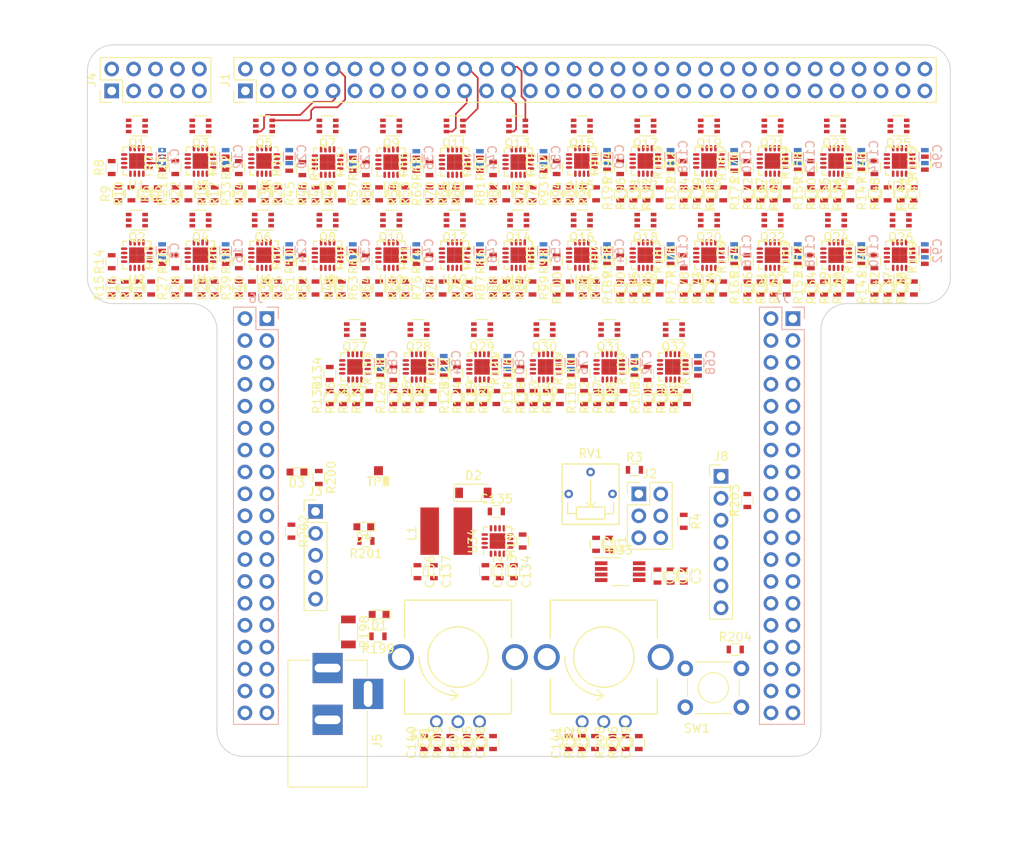
<source format=kicad_pcb>
(kicad_pcb (version 4) (host pcbnew 4.0.7-e2-6376~58~ubuntu17.04.1)
  (layers (0 F.Cu signal hide) (1 GND.Cu power hide) (2 V18.Cu mixed hide) (31 B.Cu signal) (34 B.Paste user) (35 F.Paste user) (36 B.SilkS user) (37 F.SilkS user) (38 B.Mask user) (39 F.Mask user) (44 Edge.Cuts user))
  (net 0 "")
  (net 1 +3V3)
  (net 2 GND)
  (net 3 V18)
  (net 4 "Net-(C135-Pad1)")
  (net 5 "Net-(C135-Pad2)")
  (net 6 E5V)
  (net 7 PC9)
  (net 8 PC11)
  (net 9 PC10)
  (net 10 PC12)
  (net 11 "Net-(D1-Pad1)")
  (net 12 "Net-(D3-Pad1)")
  (net 13 "Net-(D4-Pad1)")
  (net 14 LED_N_01)
  (net 15 LED_N_02)
  (net 16 LED_N_03)
  (net 17 LED_N_04)
  (net 18 LED_N_05)
  (net 19 LED_N_06)
  (net 20 LED_N_07)
  (net 21 LED_N_08)
  (net 22 LED_N_09)
  (net 23 LED_N_10)
  (net 24 LED_N_11)
  (net 25 LED_N_12)
  (net 26 LED_N_13)
  (net 27 LED_N_14)
  (net 28 LED_N_15)
  (net 29 LED_N_16)
  (net 30 LED_N_17)
  (net 31 LED_N_18)
  (net 32 LED_N_19)
  (net 33 LED_N_20)
  (net 34 LED_N_21)
  (net 35 LED_N_22)
  (net 36 LED_N_23)
  (net 37 LED_N_24)
  (net 38 LED_N_25)
  (net 39 LED_N_26)
  (net 40 LED_N_27)
  (net 41 LED_N_28)
  (net 42 LED_N_29)
  (net 43 LED_N_30)
  (net 44 LED_N_31)
  (net 45 LED_N_32)
  (net 46 LED_N_33)
  (net 47 LED_N_34)
  (net 48 LED_N_35)
  (net 49 LED_N_36)
  (net 50 LED_N_37)
  (net 51 LED_N_38)
  (net 52 LED_N_39)
  (net 53 LED_N_40)
  (net 54 LED_N_41)
  (net 55 LED_N_42)
  (net 56 LED_N_43)
  (net 57 LED_N_44)
  (net 58 LED_N_45)
  (net 59 LED_N_46)
  (net 60 LED_N_47)
  (net 61 LED_N_48)
  (net 62 LED_N_49)
  (net 63 LED_N_50)
  (net 64 LED_N_51)
  (net 65 LED_N_52)
  (net 66 LED_N_53)
  (net 67 LED_N_54)
  (net 68 LED_N_55)
  (net 69 LED_N_56)
  (net 70 LED_N_57)
  (net 71 LED_N_58)
  (net 72 LED_N_59)
  (net 73 LED_N_60)
  (net 74 LED_N_61)
  (net 75 LED_N_62)
  (net 76 LED_N_63)
  (net 77 LED_N_64)
  (net 78 "Net-(J2-Pad1)")
  (net 79 VSIG)
  (net 80 VDAC)
  (net 81 I2C_SCL)
  (net 82 I2C_SDA)
  (net 83 "Net-(J5-Pad1)")
  (net 84 PC8)
  (net 85 PA5)
  (net 86 PA7)
  (net 87 DC_OLED)
  (net 88 PA8)
  (net 89 CS_OLED)
  (net 90 "Net-(Q1-Pad1)")
  (net 91 "Net-(Q1-Pad5)")
  (net 92 "Net-(Q1-Pad2)")
  (net 93 "Net-(Q1-Pad4)")
  (net 94 "Net-(Q2-Pad1)")
  (net 95 "Net-(Q2-Pad5)")
  (net 96 "Net-(Q2-Pad2)")
  (net 97 "Net-(Q2-Pad4)")
  (net 98 "Net-(Q3-Pad1)")
  (net 99 "Net-(Q3-Pad5)")
  (net 100 "Net-(Q3-Pad2)")
  (net 101 "Net-(Q3-Pad4)")
  (net 102 "Net-(Q4-Pad1)")
  (net 103 "Net-(Q4-Pad5)")
  (net 104 "Net-(Q4-Pad2)")
  (net 105 "Net-(Q4-Pad4)")
  (net 106 "Net-(Q5-Pad1)")
  (net 107 "Net-(Q5-Pad5)")
  (net 108 "Net-(Q5-Pad2)")
  (net 109 "Net-(Q5-Pad4)")
  (net 110 "Net-(Q6-Pad1)")
  (net 111 "Net-(Q6-Pad5)")
  (net 112 "Net-(Q6-Pad2)")
  (net 113 "Net-(Q6-Pad4)")
  (net 114 "Net-(Q7-Pad1)")
  (net 115 "Net-(Q7-Pad5)")
  (net 116 "Net-(Q7-Pad2)")
  (net 117 "Net-(Q7-Pad4)")
  (net 118 "Net-(Q8-Pad1)")
  (net 119 "Net-(Q8-Pad5)")
  (net 120 "Net-(Q8-Pad2)")
  (net 121 "Net-(Q8-Pad4)")
  (net 122 "Net-(Q9-Pad1)")
  (net 123 "Net-(Q9-Pad5)")
  (net 124 "Net-(Q9-Pad2)")
  (net 125 "Net-(Q9-Pad4)")
  (net 126 "Net-(Q10-Pad1)")
  (net 127 "Net-(Q10-Pad5)")
  (net 128 "Net-(Q10-Pad2)")
  (net 129 "Net-(Q10-Pad4)")
  (net 130 "Net-(Q11-Pad1)")
  (net 131 "Net-(Q11-Pad5)")
  (net 132 "Net-(Q11-Pad2)")
  (net 133 "Net-(Q11-Pad4)")
  (net 134 "Net-(Q12-Pad1)")
  (net 135 "Net-(Q12-Pad5)")
  (net 136 "Net-(Q12-Pad2)")
  (net 137 "Net-(Q12-Pad4)")
  (net 138 "Net-(Q13-Pad1)")
  (net 139 "Net-(Q13-Pad5)")
  (net 140 "Net-(Q13-Pad2)")
  (net 141 "Net-(Q13-Pad4)")
  (net 142 "Net-(Q14-Pad1)")
  (net 143 "Net-(Q14-Pad5)")
  (net 144 "Net-(Q14-Pad2)")
  (net 145 "Net-(Q14-Pad4)")
  (net 146 "Net-(Q15-Pad1)")
  (net 147 "Net-(Q15-Pad5)")
  (net 148 "Net-(Q15-Pad2)")
  (net 149 "Net-(Q15-Pad4)")
  (net 150 "Net-(Q16-Pad1)")
  (net 151 "Net-(Q16-Pad5)")
  (net 152 "Net-(Q16-Pad2)")
  (net 153 "Net-(Q16-Pad4)")
  (net 154 "Net-(Q17-Pad1)")
  (net 155 "Net-(Q17-Pad5)")
  (net 156 "Net-(Q17-Pad2)")
  (net 157 "Net-(Q17-Pad4)")
  (net 158 "Net-(Q18-Pad1)")
  (net 159 "Net-(Q18-Pad5)")
  (net 160 "Net-(Q18-Pad2)")
  (net 161 "Net-(Q18-Pad4)")
  (net 162 "Net-(Q19-Pad1)")
  (net 163 "Net-(Q19-Pad5)")
  (net 164 "Net-(Q19-Pad2)")
  (net 165 "Net-(Q19-Pad4)")
  (net 166 "Net-(Q20-Pad1)")
  (net 167 "Net-(Q20-Pad5)")
  (net 168 "Net-(Q20-Pad2)")
  (net 169 "Net-(Q20-Pad4)")
  (net 170 "Net-(Q21-Pad1)")
  (net 171 "Net-(Q21-Pad5)")
  (net 172 "Net-(Q21-Pad2)")
  (net 173 "Net-(Q21-Pad4)")
  (net 174 "Net-(Q22-Pad1)")
  (net 175 "Net-(Q22-Pad5)")
  (net 176 "Net-(Q22-Pad2)")
  (net 177 "Net-(Q22-Pad4)")
  (net 178 "Net-(Q23-Pad1)")
  (net 179 "Net-(Q23-Pad5)")
  (net 180 "Net-(Q23-Pad2)")
  (net 181 "Net-(Q23-Pad4)")
  (net 182 "Net-(Q24-Pad1)")
  (net 183 "Net-(Q24-Pad5)")
  (net 184 "Net-(Q24-Pad2)")
  (net 185 "Net-(Q24-Pad4)")
  (net 186 "Net-(Q25-Pad1)")
  (net 187 "Net-(Q25-Pad5)")
  (net 188 "Net-(Q25-Pad2)")
  (net 189 "Net-(Q25-Pad4)")
  (net 190 "Net-(Q26-Pad1)")
  (net 191 "Net-(Q26-Pad5)")
  (net 192 "Net-(Q26-Pad2)")
  (net 193 "Net-(Q26-Pad4)")
  (net 194 "Net-(Q27-Pad5)")
  (net 195 "Net-(Q27-Pad4)")
  (net 196 "Net-(Q28-Pad5)")
  (net 197 "Net-(Q28-Pad4)")
  (net 198 "Net-(Q29-Pad5)")
  (net 199 "Net-(Q29-Pad4)")
  (net 200 "Net-(Q30-Pad5)")
  (net 201 "Net-(Q30-Pad4)")
  (net 202 "Net-(Q31-Pad5)")
  (net 203 "Net-(Q31-Pad4)")
  (net 204 "Net-(Q32-Pad5)")
  (net 205 "Net-(Q32-Pad4)")
  (net 206 "Net-(R1-Pad2)")
  (net 207 "Net-(R2-Pad2)")
  (net 208 "Net-(R3-Pad1)")
  (net 209 "Net-(R5-Pad1)")
  (net 210 "Net-(R5-Pad2)")
  (net 211 "Net-(R10-Pad1)")
  (net 212 "Net-(R10-Pad2)")
  (net 213 "Net-(R11-Pad1)")
  (net 214 "Net-(R11-Pad2)")
  (net 215 "Net-(R15-Pad2)")
  (net 216 "Net-(R16-Pad2)")
  (net 217 "Net-(R17-Pad1)")
  (net 218 "Net-(R17-Pad2)")
  (net 219 "Net-(R21-Pad2)")
  (net 220 "Net-(R22-Pad2)")
  (net 221 "Net-(R23-Pad1)")
  (net 222 "Net-(R23-Pad2)")
  (net 223 "Net-(R27-Pad2)")
  (net 224 "Net-(R28-Pad2)")
  (net 225 "Net-(R29-Pad1)")
  (net 226 "Net-(R29-Pad2)")
  (net 227 "Net-(R33-Pad2)")
  (net 228 "Net-(R34-Pad2)")
  (net 229 "Net-(R35-Pad1)")
  (net 230 "Net-(R35-Pad2)")
  (net 231 "Net-(R39-Pad2)")
  (net 232 "Net-(R40-Pad2)")
  (net 233 "Net-(R41-Pad1)")
  (net 234 "Net-(R41-Pad2)")
  (net 235 "Net-(R45-Pad2)")
  (net 236 "Net-(R46-Pad2)")
  (net 237 "Net-(R47-Pad1)")
  (net 238 "Net-(R47-Pad2)")
  (net 239 "Net-(R51-Pad2)")
  (net 240 "Net-(R52-Pad2)")
  (net 241 "Net-(R53-Pad1)")
  (net 242 "Net-(R53-Pad2)")
  (net 243 "Net-(R57-Pad2)")
  (net 244 "Net-(R58-Pad2)")
  (net 245 "Net-(R59-Pad1)")
  (net 246 "Net-(R59-Pad2)")
  (net 247 "Net-(R63-Pad2)")
  (net 248 "Net-(R64-Pad2)")
  (net 249 "Net-(R65-Pad1)")
  (net 250 "Net-(R65-Pad2)")
  (net 251 "Net-(R69-Pad2)")
  (net 252 "Net-(R70-Pad2)")
  (net 253 "Net-(R71-Pad1)")
  (net 254 "Net-(R71-Pad2)")
  (net 255 "Net-(R75-Pad2)")
  (net 256 "Net-(R76-Pad2)")
  (net 257 "Net-(R77-Pad1)")
  (net 258 "Net-(R77-Pad2)")
  (net 259 "Net-(R81-Pad2)")
  (net 260 "Net-(R82-Pad2)")
  (net 261 "Net-(R83-Pad1)")
  (net 262 "Net-(R83-Pad2)")
  (net 263 "Net-(R87-Pad2)")
  (net 264 "Net-(R88-Pad2)")
  (net 265 "Net-(R89-Pad1)")
  (net 266 "Net-(R89-Pad2)")
  (net 267 "Net-(R93-Pad2)")
  (net 268 "Net-(R94-Pad2)")
  (net 269 "Net-(R95-Pad1)")
  (net 270 "Net-(R95-Pad2)")
  (net 271 "Net-(R100-Pad1)")
  (net 272 "Net-(R100-Pad2)")
  (net 273 "Net-(R101-Pad1)")
  (net 274 "Net-(R101-Pad2)")
  (net 275 "Net-(R105-Pad2)")
  (net 276 "Net-(R106-Pad2)")
  (net 277 "Net-(R107-Pad1)")
  (net 278 "Net-(R107-Pad2)")
  (net 279 "Net-(R111-Pad2)")
  (net 280 "Net-(R112-Pad2)")
  (net 281 "Net-(R113-Pad1)")
  (net 282 "Net-(R113-Pad2)")
  (net 283 "Net-(R117-Pad2)")
  (net 284 "Net-(R118-Pad2)")
  (net 285 "Net-(R119-Pad1)")
  (net 286 "Net-(R119-Pad2)")
  (net 287 "Net-(R123-Pad2)")
  (net 288 "Net-(R124-Pad2)")
  (net 289 "Net-(R125-Pad1)")
  (net 290 "Net-(R125-Pad2)")
  (net 291 "Net-(R129-Pad2)")
  (net 292 "Net-(R130-Pad2)")
  (net 293 "Net-(R131-Pad1)")
  (net 294 "Net-(R131-Pad2)")
  (net 295 "Net-(R135-Pad2)")
  (net 296 "Net-(R136-Pad2)")
  (net 297 "Net-(R137-Pad1)")
  (net 298 "Net-(R137-Pad2)")
  (net 299 "Net-(R141-Pad2)")
  (net 300 "Net-(R142-Pad2)")
  (net 301 "Net-(R143-Pad1)")
  (net 302 "Net-(R143-Pad2)")
  (net 303 "Net-(R147-Pad2)")
  (net 304 "Net-(R148-Pad2)")
  (net 305 "Net-(R149-Pad1)")
  (net 306 "Net-(R149-Pad2)")
  (net 307 "Net-(R153-Pad2)")
  (net 308 "Net-(R154-Pad2)")
  (net 309 "Net-(R155-Pad1)")
  (net 310 "Net-(R155-Pad2)")
  (net 311 "Net-(R159-Pad2)")
  (net 312 "Net-(R160-Pad2)")
  (net 313 "Net-(R161-Pad1)")
  (net 314 "Net-(R161-Pad2)")
  (net 315 "Net-(R165-Pad2)")
  (net 316 "Net-(R166-Pad2)")
  (net 317 "Net-(R167-Pad1)")
  (net 318 "Net-(R167-Pad2)")
  (net 319 "Net-(R171-Pad2)")
  (net 320 "Net-(R172-Pad2)")
  (net 321 "Net-(R173-Pad1)")
  (net 322 "Net-(R173-Pad2)")
  (net 323 "Net-(R177-Pad2)")
  (net 324 "Net-(R178-Pad2)")
  (net 325 "Net-(R179-Pad1)")
  (net 326 "Net-(R179-Pad2)")
  (net 327 "Net-(R183-Pad2)")
  (net 328 "Net-(R184-Pad2)")
  (net 329 "Net-(R185-Pad1)")
  (net 330 "Net-(R185-Pad2)")
  (net 331 "Net-(R189-Pad2)")
  (net 332 "Net-(R190-Pad2)")
  (net 333 "Net-(R191-Pad1)")
  (net 334 "Net-(R191-Pad2)")
  (net 335 "Net-(R195-Pad2)")
  (net 336 "Net-(R196-Pad2)")
  (net 337 "Net-(R197-Pad2)")
  (net 338 "Net-(R205-Pad2)")
  (net 339 "Net-(R206-Pad2)")
  (net 340 "Net-(R209-Pad2)")
  (net 341 "Net-(R210-Pad2)")
  (net 342 "Net-(Q27-Pad1)")
  (net 343 "Net-(Q27-Pad2)")
  (net 344 "Net-(Q28-Pad1)")
  (net 345 "Net-(Q28-Pad2)")
  (net 346 "Net-(Q29-Pad1)")
  (net 347 "Net-(Q29-Pad2)")
  (net 348 "Net-(Q30-Pad1)")
  (net 349 "Net-(Q30-Pad2)")
  (net 350 "Net-(Q31-Pad1)")
  (net 351 "Net-(Q31-Pad2)")
  (net 352 "Net-(Q32-Pad1)")
  (net 353 "Net-(Q32-Pad2)")
  (module Diodes_SMD:D_SOD-123 (layer F.Cu) (at 29.718 51.943)
    (fp_text reference D2 (at 0 -2) (layer F.SilkS))
    (fp_text value D_Schottky)
    (pad 1 smd rect (at -1.65 0) (size 0.9 1.2) (layers F.Cu F.Paste F.Mask) (net 4 "Net-(C135-Pad1)"))
    (pad 2 smd rect (at 1.65 0) (size 0.9 1.2) (layers F.Cu F.Paste F.Mask) (net 2 GND))
  )
  (module QFN:QFN-16-1EP_3x3mm_Pitch0.5mm (layer F.Cu) (at -9.271 24.384 180)
    (fp_text reference U2 (at 0 -2.85 180) (layer F.SilkS))
    (fp_text value LM324QT)
    (pad 1 smd oval (at -1.475 -0.75 180) (size 0.75 0.3) (layers F.Cu F.Paste F.Mask) (net 94 "Net-(Q2-Pad1)"))
    (pad 2 smd oval (at -1.475 -0.25 180) (size 0.75 0.3) (layers F.Cu F.Paste F.Mask) (net 3 V18))
    (pad 3 smd oval (at -1.475 0.25 180) (size 0.75 0.3) (layers F.Cu F.Paste F.Mask))
    (pad 4 smd oval (at -1.475 0.75 180) (size 0.75 0.3) (layers F.Cu F.Paste F.Mask) (net 79 VSIG))
    (pad 5 smd oval (at -0.75 1.475 270) (size 0.75 0.3) (layers F.Cu F.Paste F.Mask) (net 214 "Net-(R11-Pad2)"))
    (pad 6 smd oval (at -0.25 1.475 270) (size 0.75 0.3) (layers F.Cu F.Paste F.Mask) (net 96 "Net-(Q2-Pad2)"))
    (pad 7 smd oval (at 0.25 1.475 270) (size 0.75 0.3) (layers F.Cu F.Paste F.Mask) (net 95 "Net-(Q2-Pad5)"))
    (pad 8 smd oval (at 0.75 1.475 270) (size 0.75 0.3) (layers F.Cu F.Paste F.Mask) (net 216 "Net-(R16-Pad2)"))
    (pad 9 smd oval (at 1.475 0.75 180) (size 0.75 0.3) (layers F.Cu F.Paste F.Mask) (net 79 VSIG))
    (pad 10 smd oval (at 1.475 0.25 180) (size 0.75 0.3) (layers F.Cu F.Paste F.Mask))
    (pad 11 smd oval (at 1.475 -0.25 180) (size 0.75 0.3) (layers F.Cu F.Paste F.Mask) (net 2 GND))
    (pad 12 smd oval (at 1.475 -0.75 180) (size 0.75 0.3) (layers F.Cu F.Paste F.Mask) (net 97 "Net-(Q2-Pad4)"))
    (pad 13 smd oval (at 0.75 -1.475 270) (size 0.75 0.3) (layers F.Cu F.Paste F.Mask) (net 215 "Net-(R15-Pad2)"))
    (pad 14 smd oval (at 0.25 -1.475 270) (size 0.75 0.3) (layers F.Cu F.Paste F.Mask) (net 216 "Net-(R16-Pad2)"))
    (pad 15 smd oval (at -0.25 -1.475 270) (size 0.75 0.3) (layers F.Cu F.Paste F.Mask) (net 214 "Net-(R11-Pad2)"))
    (pad 16 smd oval (at -0.75 -1.475 270) (size 0.75 0.3) (layers F.Cu F.Paste F.Mask) (net 213 "Net-(R11-Pad1)"))
    (pad 17 smd rect (at 0.45 0.45 180) (size 0.9 0.9) (layers F.Cu F.Paste F.Mask))
    (pad 17 smd rect (at 0.45 -0.45 180) (size 0.9 0.9) (layers F.Cu F.Paste F.Mask))
    (pad 17 smd rect (at -0.45 0.45 180) (size 0.9 0.9) (layers F.Cu F.Paste F.Mask))
    (pad 17 smd rect (at -0.45 -0.45 180) (size 0.9 0.9) (layers F.Cu F.Paste F.Mask))
  )
  (module Resistors_SMD:R_0603 (layer F.Cu) (at 51.054 61.595 270)
    (fp_text reference C1 (at 0 -1.45 270) (layer F.SilkS))
    (fp_text value 10n)
    (pad 1 smd rect (at -0.75 0 270) (size 0.5 0.9) (layers F.Cu F.Paste F.Mask) (net 1 +3V3))
    (pad 2 smd rect (at 0.75 0 270) (size 0.5 0.9) (layers F.Cu F.Paste F.Mask) (net 2 GND))
  )
  (module Resistors_SMD:R_0603 (layer F.Cu) (at 52.578 61.595 270)
    (fp_text reference C2 (at 0 -1.45 270) (layer F.SilkS))
    (fp_text value 100n)
    (pad 1 smd rect (at -0.75 0 270) (size 0.5 0.9) (layers F.Cu F.Paste F.Mask) (net 1 +3V3))
    (pad 2 smd rect (at 0.75 0 270) (size 0.5 0.9) (layers F.Cu F.Paste F.Mask) (net 2 GND))
  )
  (module Resistors_SMD:R_0603 (layer F.Cu) (at 54.102 61.595 270)
    (fp_text reference C3 (at 0 -1.45 270) (layer F.SilkS))
    (fp_text value 10u)
    (pad 1 smd rect (at -0.75 0 270) (size 0.5 0.9) (layers F.Cu F.Paste F.Mask) (net 1 +3V3))
    (pad 2 smd rect (at 0.75 0 270) (size 0.5 0.9) (layers F.Cu F.Paste F.Mask) (net 2 GND))
  )
  (module Resistors_SMD:R_0603 (layer B.Cu) (at -6.35 12.954 90)
    (fp_text reference C4 (at 0 1.45 90) (layer B.SilkS) (effects (justify mirror)))
    (fp_text value 1u)
    (pad 1 smd rect (at -0.75 0 90) (size 0.5 0.9) (layers B.Cu B.Paste B.Mask) (net 3 V18))
    (pad 2 smd rect (at 0.75 0 90) (size 0.5 0.9) (layers B.Cu B.Paste B.Mask) (net 2 GND))
  )
  (module Resistors_SMD:R_0603 (layer B.Cu) (at -6.35 23.876 90)
    (fp_text reference C8 (at 0 1.45 90) (layer B.SilkS) (effects (justify mirror)))
    (fp_text value 1u)
    (pad 1 smd rect (at -0.75 0 90) (size 0.5 0.9) (layers B.Cu B.Paste B.Mask) (net 3 V18))
    (pad 2 smd rect (at 0.75 0 90) (size 0.5 0.9) (layers B.Cu B.Paste B.Mask) (net 2 GND))
  )
  (module Resistors_SMD:R_0603 (layer B.Cu) (at 1.016 12.954 90)
    (fp_text reference C12 (at 0 1.45 90) (layer B.SilkS) (effects (justify mirror)))
    (fp_text value 1u)
    (pad 1 smd rect (at -0.75 0 90) (size 0.5 0.9) (layers B.Cu B.Paste B.Mask) (net 3 V18))
    (pad 2 smd rect (at 0.75 0 90) (size 0.5 0.9) (layers B.Cu B.Paste B.Mask) (net 2 GND))
  )
  (module Resistors_SMD:R_0603 (layer B.Cu) (at 1.016 23.876 90)
    (fp_text reference C16 (at 0 1.45 90) (layer B.SilkS) (effects (justify mirror)))
    (fp_text value 1u)
    (pad 1 smd rect (at -0.75 0 90) (size 0.5 0.9) (layers B.Cu B.Paste B.Mask) (net 3 V18))
    (pad 2 smd rect (at 0.75 0 90) (size 0.5 0.9) (layers B.Cu B.Paste B.Mask) (net 2 GND))
  )
  (module Resistors_SMD:R_0603 (layer B.Cu) (at 8.382 12.954 90)
    (fp_text reference C20 (at 0 1.45 90) (layer B.SilkS) (effects (justify mirror)))
    (fp_text value 1u)
    (pad 1 smd rect (at -0.75 0 90) (size 0.5 0.9) (layers B.Cu B.Paste B.Mask) (net 3 V18))
    (pad 2 smd rect (at 0.75 0 90) (size 0.5 0.9) (layers B.Cu B.Paste B.Mask) (net 2 GND))
  )
  (module Resistors_SMD:R_0603 (layer B.Cu) (at 8.382 23.876 90)
    (fp_text reference C24 (at 0 1.45 90) (layer B.SilkS) (effects (justify mirror)))
    (fp_text value 1u)
    (pad 1 smd rect (at -0.75 0 90) (size 0.5 0.9) (layers B.Cu B.Paste B.Mask) (net 3 V18))
    (pad 2 smd rect (at 0.75 0 90) (size 0.5 0.9) (layers B.Cu B.Paste B.Mask) (net 2 GND))
  )
  (module Resistors_SMD:R_0603 (layer B.Cu) (at 15.748 13.081 90)
    (fp_text reference C28 (at 0 1.45 90) (layer B.SilkS) (effects (justify mirror)))
    (fp_text value 1u)
    (pad 1 smd rect (at -0.75 0 90) (size 0.5 0.9) (layers B.Cu B.Paste B.Mask) (net 3 V18))
    (pad 2 smd rect (at 0.75 0 90) (size 0.5 0.9) (layers B.Cu B.Paste B.Mask) (net 2 GND))
  )
  (module Resistors_SMD:R_0603 (layer B.Cu) (at 15.748 23.876 90)
    (fp_text reference C32 (at 0 1.45 90) (layer B.SilkS) (effects (justify mirror)))
    (fp_text value 1u)
    (pad 1 smd rect (at -0.75 0 90) (size 0.5 0.9) (layers B.Cu B.Paste B.Mask) (net 3 V18))
    (pad 2 smd rect (at 0.75 0 90) (size 0.5 0.9) (layers B.Cu B.Paste B.Mask) (net 2 GND))
  )
  (module Resistors_SMD:R_0603 (layer B.Cu) (at 23.114 13.081 90)
    (fp_text reference C36 (at 0 1.45 90) (layer B.SilkS) (effects (justify mirror)))
    (fp_text value 1u)
    (pad 1 smd rect (at -0.75 0 90) (size 0.5 0.9) (layers B.Cu B.Paste B.Mask) (net 3 V18))
    (pad 2 smd rect (at 0.75 0 90) (size 0.5 0.9) (layers B.Cu B.Paste B.Mask) (net 2 GND))
  )
  (module Resistors_SMD:R_0603 (layer B.Cu) (at 23.114 23.876 90)
    (fp_text reference C40 (at 0 1.45 90) (layer B.SilkS) (effects (justify mirror)))
    (fp_text value 1u)
    (pad 1 smd rect (at -0.75 0 90) (size 0.5 0.9) (layers B.Cu B.Paste B.Mask) (net 3 V18))
    (pad 2 smd rect (at 0.75 0 90) (size 0.5 0.9) (layers B.Cu B.Paste B.Mask) (net 2 GND))
  )
  (module Resistors_SMD:R_0603 (layer B.Cu) (at 30.48 13.081 90)
    (fp_text reference C44 (at 0 1.45 90) (layer B.SilkS) (effects (justify mirror)))
    (fp_text value 1u)
    (pad 1 smd rect (at -0.75 0 90) (size 0.5 0.9) (layers B.Cu B.Paste B.Mask) (net 3 V18))
    (pad 2 smd rect (at 0.75 0 90) (size 0.5 0.9) (layers B.Cu B.Paste B.Mask) (net 2 GND))
  )
  (module Resistors_SMD:R_0603 (layer B.Cu) (at 30.48 23.876 90)
    (fp_text reference C48 (at 0 1.45 90) (layer B.SilkS) (effects (justify mirror)))
    (fp_text value 1u)
    (pad 1 smd rect (at -0.75 0 90) (size 0.5 0.9) (layers B.Cu B.Paste B.Mask) (net 3 V18))
    (pad 2 smd rect (at 0.75 0 90) (size 0.5 0.9) (layers B.Cu B.Paste B.Mask) (net 2 GND))
  )
  (module Resistors_SMD:R_0603 (layer B.Cu) (at 37.846 13.081 90)
    (fp_text reference C52 (at 0 1.45 90) (layer B.SilkS) (effects (justify mirror)))
    (fp_text value 1u)
    (pad 1 smd rect (at -0.75 0 90) (size 0.5 0.9) (layers B.Cu B.Paste B.Mask) (net 3 V18))
    (pad 2 smd rect (at 0.75 0 90) (size 0.5 0.9) (layers B.Cu B.Paste B.Mask) (net 2 GND))
  )
  (module Resistors_SMD:R_0603 (layer B.Cu) (at 37.846 23.876 90)
    (fp_text reference C56 (at 0 1.45 90) (layer B.SilkS) (effects (justify mirror)))
    (fp_text value 1u)
    (pad 1 smd rect (at -0.75 0 90) (size 0.5 0.9) (layers B.Cu B.Paste B.Mask) (net 3 V18))
    (pad 2 smd rect (at 0.75 0 90) (size 0.5 0.9) (layers B.Cu B.Paste B.Mask) (net 2 GND))
  )
  (module Resistors_SMD:R_0603 (layer B.Cu) (at 45.212 12.954 90)
    (fp_text reference C60 (at 0 1.45 90) (layer B.SilkS) (effects (justify mirror)))
    (fp_text value 1u)
    (pad 1 smd rect (at -0.75 0 90) (size 0.5 0.9) (layers B.Cu B.Paste B.Mask) (net 3 V18))
    (pad 2 smd rect (at 0.75 0 90) (size 0.5 0.9) (layers B.Cu B.Paste B.Mask) (net 2 GND))
  )
  (module Resistors_SMD:R_0603 (layer B.Cu) (at 45.212 23.876 90)
    (fp_text reference C64 (at 0 1.45 90) (layer B.SilkS) (effects (justify mirror)))
    (fp_text value 1u)
    (pad 1 smd rect (at -0.75 0 90) (size 0.5 0.9) (layers B.Cu B.Paste B.Mask) (net 3 V18))
    (pad 2 smd rect (at 0.75 0 90) (size 0.5 0.9) (layers B.Cu B.Paste B.Mask) (net 2 GND))
  )
  (module Resistors_SMD:R_0603 (layer B.Cu) (at 55.753 36.83 90)
    (fp_text reference C68 (at 0 1.45 90) (layer B.SilkS) (effects (justify mirror)))
    (fp_text value 1u)
    (pad 1 smd rect (at -0.75 0 90) (size 0.5 0.9) (layers B.Cu B.Paste B.Mask) (net 3 V18))
    (pad 2 smd rect (at 0.75 0 90) (size 0.5 0.9) (layers B.Cu B.Paste B.Mask) (net 2 GND))
  )
  (module Resistors_SMD:R_0603 (layer B.Cu) (at 48.387 36.83 90)
    (fp_text reference C72 (at 0 1.45 90) (layer B.SilkS) (effects (justify mirror)))
    (fp_text value 1u)
    (pad 1 smd rect (at -0.75 0 90) (size 0.5 0.9) (layers B.Cu B.Paste B.Mask) (net 3 V18))
    (pad 2 smd rect (at 0.75 0 90) (size 0.5 0.9) (layers B.Cu B.Paste B.Mask) (net 2 GND))
  )
  (module Resistors_SMD:R_0603 (layer B.Cu) (at 41.021 36.83 90)
    (fp_text reference C76 (at 0 1.45 90) (layer B.SilkS) (effects (justify mirror)))
    (fp_text value 1u)
    (pad 1 smd rect (at -0.75 0 90) (size 0.5 0.9) (layers B.Cu B.Paste B.Mask) (net 3 V18))
    (pad 2 smd rect (at 0.75 0 90) (size 0.5 0.9) (layers B.Cu B.Paste B.Mask) (net 2 GND))
  )
  (module Resistors_SMD:R_0603 (layer B.Cu) (at 33.655 36.83 90)
    (fp_text reference C80 (at 0 1.45 90) (layer B.SilkS) (effects (justify mirror)))
    (fp_text value 1u)
    (pad 1 smd rect (at -0.75 0 90) (size 0.5 0.9) (layers B.Cu B.Paste B.Mask) (net 3 V18))
    (pad 2 smd rect (at 0.75 0 90) (size 0.5 0.9) (layers B.Cu B.Paste B.Mask) (net 2 GND))
  )
  (module Resistors_SMD:R_0603 (layer B.Cu) (at 26.289 36.83 90)
    (fp_text reference C84 (at 0 1.45 90) (layer B.SilkS) (effects (justify mirror)))
    (fp_text value 1u)
    (pad 1 smd rect (at -0.75 0 90) (size 0.5 0.9) (layers B.Cu B.Paste B.Mask) (net 3 V18))
    (pad 2 smd rect (at 0.75 0 90) (size 0.5 0.9) (layers B.Cu B.Paste B.Mask) (net 2 GND))
  )
  (module Resistors_SMD:R_0603 (layer B.Cu) (at 18.923 36.83 90)
    (fp_text reference C88 (at 0 1.45 90) (layer B.SilkS) (effects (justify mirror)))
    (fp_text value 1u)
    (pad 1 smd rect (at -0.75 0 90) (size 0.5 0.9) (layers B.Cu B.Paste B.Mask) (net 3 V18))
    (pad 2 smd rect (at 0.75 0 90) (size 0.5 0.9) (layers B.Cu B.Paste B.Mask) (net 2 GND))
  )
  (module Resistors_SMD:R_0603 (layer B.Cu) (at 82.042 23.876 90)
    (fp_text reference C92 (at 0 1.45 90) (layer B.SilkS) (effects (justify mirror)))
    (fp_text value 1u)
    (pad 1 smd rect (at -0.75 0 90) (size 0.5 0.9) (layers B.Cu B.Paste B.Mask) (net 3 V18))
    (pad 2 smd rect (at 0.75 0 90) (size 0.5 0.9) (layers B.Cu B.Paste B.Mask) (net 2 GND))
  )
  (module Resistors_SMD:R_0603 (layer B.Cu) (at 82.042 12.954 90)
    (fp_text reference C96 (at 0 1.45 90) (layer B.SilkS) (effects (justify mirror)))
    (fp_text value 1u)
    (pad 1 smd rect (at -0.75 0 90) (size 0.5 0.9) (layers B.Cu B.Paste B.Mask) (net 3 V18))
    (pad 2 smd rect (at 0.75 0 90) (size 0.5 0.9) (layers B.Cu B.Paste B.Mask) (net 2 GND))
  )
  (module Resistors_SMD:R_0603 (layer B.Cu) (at 74.676 23.876 90)
    (fp_text reference C100 (at 0 1.45 90) (layer B.SilkS) (effects (justify mirror)))
    (fp_text value 1u)
    (pad 1 smd rect (at -0.75 0 90) (size 0.5 0.9) (layers B.Cu B.Paste B.Mask) (net 3 V18))
    (pad 2 smd rect (at 0.75 0 90) (size 0.5 0.9) (layers B.Cu B.Paste B.Mask) (net 2 GND))
  )
  (module Resistors_SMD:R_0603 (layer B.Cu) (at 74.676 12.954 90)
    (fp_text reference C104 (at 0 1.45 90) (layer B.SilkS) (effects (justify mirror)))
    (fp_text value 1u)
    (pad 1 smd rect (at -0.75 0 90) (size 0.5 0.9) (layers B.Cu B.Paste B.Mask) (net 3 V18))
    (pad 2 smd rect (at 0.75 0 90) (size 0.5 0.9) (layers B.Cu B.Paste B.Mask) (net 2 GND))
  )
  (module Resistors_SMD:R_0603 (layer B.Cu) (at 67.31 23.876 90)
    (fp_text reference C108 (at 0 1.45 90) (layer B.SilkS) (effects (justify mirror)))
    (fp_text value 1u)
    (pad 1 smd rect (at -0.75 0 90) (size 0.5 0.9) (layers B.Cu B.Paste B.Mask) (net 3 V18))
    (pad 2 smd rect (at 0.75 0 90) (size 0.5 0.9) (layers B.Cu B.Paste B.Mask) (net 2 GND))
  )
  (module Resistors_SMD:R_0603 (layer B.Cu) (at 67.31 12.954 90)
    (fp_text reference C112 (at 0 1.45 90) (layer B.SilkS) (effects (justify mirror)))
    (fp_text value 1u)
    (pad 1 smd rect (at -0.75 0 90) (size 0.5 0.9) (layers B.Cu B.Paste B.Mask) (net 3 V18))
    (pad 2 smd rect (at 0.75 0 90) (size 0.5 0.9) (layers B.Cu B.Paste B.Mask) (net 2 GND))
  )
  (module Resistors_SMD:R_0603 (layer B.Cu) (at 59.944 23.876 90)
    (fp_text reference C116 (at 0 1.45 90) (layer B.SilkS) (effects (justify mirror)))
    (fp_text value 1u)
    (pad 1 smd rect (at -0.75 0 90) (size 0.5 0.9) (layers B.Cu B.Paste B.Mask) (net 3 V18))
    (pad 2 smd rect (at 0.75 0 90) (size 0.5 0.9) (layers B.Cu B.Paste B.Mask) (net 2 GND))
  )
  (module Resistors_SMD:R_0603 (layer B.Cu) (at 59.944 12.954 90)
    (fp_text reference C120 (at 0 1.45 90) (layer B.SilkS) (effects (justify mirror)))
    (fp_text value 1u)
    (pad 1 smd rect (at -0.75 0 90) (size 0.5 0.9) (layers B.Cu B.Paste B.Mask) (net 3 V18))
    (pad 2 smd rect (at 0.75 0 90) (size 0.5 0.9) (layers B.Cu B.Paste B.Mask) (net 2 GND))
  )
  (module Resistors_SMD:R_0603 (layer B.Cu) (at 52.578 23.876 90)
    (fp_text reference C124 (at 0 1.45 90) (layer B.SilkS) (effects (justify mirror)))
    (fp_text value 1u)
    (pad 1 smd rect (at -0.75 0 90) (size 0.5 0.9) (layers B.Cu B.Paste B.Mask) (net 3 V18))
    (pad 2 smd rect (at 0.75 0 90) (size 0.5 0.9) (layers B.Cu B.Paste B.Mask) (net 2 GND))
  )
  (module Resistors_SMD:R_0603 (layer B.Cu) (at 52.578 12.954 90)
    (fp_text reference C128 (at 0 1.45 90) (layer B.SilkS) (effects (justify mirror)))
    (fp_text value 1u)
    (pad 1 smd rect (at -0.75 0 90) (size 0.5 0.9) (layers B.Cu B.Paste B.Mask) (net 3 V18))
    (pad 2 smd rect (at 0.75 0 90) (size 0.5 0.9) (layers B.Cu B.Paste B.Mask) (net 2 GND))
  )
  (module Resistors_SMD:R_0603 (layer F.Cu) (at 31.115 61.087 270)
    (fp_text reference C132 (at 0 -1.45 270) (layer F.SilkS))
    (fp_text value 10u)
    (pad 1 smd rect (at -0.75 0 270) (size 0.5 0.9) (layers F.Cu F.Paste F.Mask) (net 3 V18))
    (pad 2 smd rect (at 0.75 0 270) (size 0.5 0.9) (layers F.Cu F.Paste F.Mask) (net 2 GND))
  )
  (module Resistors_SMD:R_0603 (layer F.Cu) (at 32.766 61.087 270)
    (fp_text reference C133 (at 0 -1.45 270) (layer F.SilkS))
    (fp_text value 100n)
    (pad 1 smd rect (at -0.75 0 270) (size 0.5 0.9) (layers F.Cu F.Paste F.Mask) (net 3 V18))
    (pad 2 smd rect (at 0.75 0 270) (size 0.5 0.9) (layers F.Cu F.Paste F.Mask) (net 2 GND))
  )
  (module Resistors_SMD:R_0603 (layer F.Cu) (at 34.417 61.087 270)
    (fp_text reference C134 (at 0 -1.45 270) (layer F.SilkS))
    (fp_text value 10n)
    (pad 1 smd rect (at -0.75 0 270) (size 0.5 0.9) (layers F.Cu F.Paste F.Mask) (net 3 V18))
    (pad 2 smd rect (at 0.75 0 270) (size 0.5 0.9) (layers F.Cu F.Paste F.Mask) (net 2 GND))
  )
  (module Resistors_SMD:R_0603 (layer F.Cu) (at 32.004 80.899 90)
    (fp_text reference C138 (at 0 -1.45 90) (layer F.SilkS))
    (fp_text value 10n)
    (pad 1 smd rect (at -0.75 0 90) (size 0.5 0.9) (layers F.Cu F.Paste F.Mask) (net 7 PC9))
    (pad 2 smd rect (at 0.75 0 90) (size 0.5 0.9) (layers F.Cu F.Paste F.Mask) (net 2 GND))
  )
  (module Resistors_SMD:R_0603 (layer F.Cu) (at 48.895 80.899 90)
    (fp_text reference C139 (at 0 -1.45 90) (layer F.SilkS))
    (fp_text value 10n)
    (pad 1 smd rect (at -0.75 0 90) (size 0.5 0.9) (layers F.Cu F.Paste F.Mask) (net 8 PC11))
    (pad 2 smd rect (at 0.75 0 90) (size 0.5 0.9) (layers F.Cu F.Paste F.Mask) (net 2 GND))
  )
  (module Resistors_SMD:R_0603 (layer F.Cu) (at 24.003 80.899 90)
    (fp_text reference C140 (at 0 -1.45 90) (layer F.SilkS))
    (fp_text value 10n)
    (pad 1 smd rect (at -0.75 0 90) (size 0.5 0.9) (layers F.Cu F.Paste F.Mask) (net 9 PC10))
    (pad 2 smd rect (at 0.75 0 90) (size 0.5 0.9) (layers F.Cu F.Paste F.Mask) (net 2 GND))
  )
  (module Resistors_SMD:R_0603 (layer F.Cu) (at 40.767 80.899 90)
    (fp_text reference C141 (at 0 -1.45 90) (layer F.SilkS))
    (fp_text value 10n)
    (pad 1 smd rect (at -0.75 0 90) (size 0.5 0.9) (layers F.Cu F.Paste F.Mask) (net 10 PC12))
    (pad 2 smd rect (at 0.75 0 90) (size 0.5 0.9) (layers F.Cu F.Paste F.Mask) (net 2 GND))
  )
  (module LEDs:LED_0603 (layer F.Cu) (at 18.796 66.04 180)
    (fp_text reference D1 (at 0 -1.25 180) (layer F.SilkS))
    (fp_text value LED)
    (pad 2 smd rect (at 0.8 0) (size 0.8 0.8) (layers F.Cu F.Paste F.Mask) (net 3 V18))
    (pad 1 smd rect (at -0.8 0) (size 0.8 0.8) (layers F.Cu F.Paste F.Mask) (net 11 "Net-(D1-Pad1)"))
  )
  (module LEDs:LED_0603 (layer F.Cu) (at 9.271 49.53 180)
    (fp_text reference D3 (at 0 -1.25 180) (layer F.SilkS))
    (fp_text value LED)
    (pad 2 smd rect (at 0.8 0) (size 0.8 0.8) (layers F.Cu F.Paste F.Mask) (net 1 +3V3))
    (pad 1 smd rect (at -0.8 0) (size 0.8 0.8) (layers F.Cu F.Paste F.Mask) (net 12 "Net-(D3-Pad1)"))
  )
  (module LEDs:LED_0603 (layer F.Cu) (at 17.018 55.88 180)
    (fp_text reference D4 (at 0 -1.25 180) (layer F.SilkS))
    (fp_text value LED)
    (pad 2 smd rect (at 0.8 0) (size 0.8 0.8) (layers F.Cu F.Paste F.Mask) (net 6 E5V))
    (pad 1 smd rect (at -0.8 0) (size 0.8 0.8) (layers F.Cu F.Paste F.Mask) (net 13 "Net-(D4-Pad1)"))
  )
  (module Pin_Headers:Pin_Header_Straight_2x32_Pitch2.54mm (layer F.Cu) (at 3.302 5.334 90)
    (fp_text reference J1 (at 1.27 -2.33 90) (layer F.SilkS))
    (fp_text value Conn_02x32_Counter_Clockwise)
    (pad 1 thru_hole rect (at 0 0 90) (size 1.7 1.7) (drill 1) (layers *.Cu *.Mask) (net 14 LED_N_01))
    (pad 2 thru_hole oval (at 2.54 0 90) (size 1.7 1.7) (drill 1) (layers *.Cu *.Mask) (net 15 LED_N_02))
    (pad 3 thru_hole oval (at 0 2.54 90) (size 1.7 1.7) (drill 1) (layers *.Cu *.Mask) (net 16 LED_N_03))
    (pad 4 thru_hole oval (at 2.54 2.54 90) (size 1.7 1.7) (drill 1) (layers *.Cu *.Mask) (net 17 LED_N_04))
    (pad 5 thru_hole oval (at 0 5.08 90) (size 1.7 1.7) (drill 1) (layers *.Cu *.Mask) (net 18 LED_N_05))
    (pad 6 thru_hole oval (at 2.54 5.08 90) (size 1.7 1.7) (drill 1) (layers *.Cu *.Mask) (net 19 LED_N_06))
    (pad 7 thru_hole oval (at 0 7.62 90) (size 1.7 1.7) (drill 1) (layers *.Cu *.Mask) (net 20 LED_N_07))
    (pad 8 thru_hole oval (at 2.54 7.62 90) (size 1.7 1.7) (drill 1) (layers *.Cu *.Mask) (net 21 LED_N_08))
    (pad 9 thru_hole oval (at 0 10.16 90) (size 1.7 1.7) (drill 1) (layers *.Cu *.Mask) (net 22 LED_N_09))
    (pad 10 thru_hole oval (at 2.54 10.16 90) (size 1.7 1.7) (drill 1) (layers *.Cu *.Mask) (net 23 LED_N_10))
    (pad 11 thru_hole oval (at 0 12.7 90) (size 1.7 1.7) (drill 1) (layers *.Cu *.Mask) (net 24 LED_N_11))
    (pad 12 thru_hole oval (at 2.54 12.7 90) (size 1.7 1.7) (drill 1) (layers *.Cu *.Mask) (net 25 LED_N_12))
    (pad 13 thru_hole oval (at 0 15.24 90) (size 1.7 1.7) (drill 1) (layers *.Cu *.Mask) (net 26 LED_N_13))
    (pad 14 thru_hole oval (at 2.54 15.24 90) (size 1.7 1.7) (drill 1) (layers *.Cu *.Mask) (net 27 LED_N_14))
    (pad 15 thru_hole oval (at 0 17.78 90) (size 1.7 1.7) (drill 1) (layers *.Cu *.Mask) (net 28 LED_N_15))
    (pad 16 thru_hole oval (at 2.54 17.78 90) (size 1.7 1.7) (drill 1) (layers *.Cu *.Mask) (net 29 LED_N_16))
    (pad 17 thru_hole oval (at 0 20.32 90) (size 1.7 1.7) (drill 1) (layers *.Cu *.Mask) (net 30 LED_N_17))
    (pad 18 thru_hole oval (at 2.54 20.32 90) (size 1.7 1.7) (drill 1) (layers *.Cu *.Mask) (net 31 LED_N_18))
    (pad 19 thru_hole oval (at 0 22.86 90) (size 1.7 1.7) (drill 1) (layers *.Cu *.Mask) (net 32 LED_N_19))
    (pad 20 thru_hole oval (at 2.54 22.86 90) (size 1.7 1.7) (drill 1) (layers *.Cu *.Mask) (net 33 LED_N_20))
    (pad 21 thru_hole oval (at 0 25.4 90) (size 1.7 1.7) (drill 1) (layers *.Cu *.Mask) (net 34 LED_N_21))
    (pad 22 thru_hole oval (at 2.54 25.4 90) (size 1.7 1.7) (drill 1) (layers *.Cu *.Mask) (net 35 LED_N_22))
    (pad 23 thru_hole oval (at 0 27.94 90) (size 1.7 1.7) (drill 1) (layers *.Cu *.Mask) (net 36 LED_N_23))
    (pad 24 thru_hole oval (at 2.54 27.94 90) (size 1.7 1.7) (drill 1) (layers *.Cu *.Mask) (net 37 LED_N_24))
    (pad 25 thru_hole oval (at 0 30.48 90) (size 1.7 1.7) (drill 1) (layers *.Cu *.Mask) (net 38 LED_N_25))
    (pad 26 thru_hole oval (at 2.54 30.48 90) (size 1.7 1.7) (drill 1) (layers *.Cu *.Mask) (net 39 LED_N_26))
    (pad 27 thru_hole oval (at 0 33.02 90) (size 1.7 1.7) (drill 1) (layers *.Cu *.Mask) (net 40 LED_N_27))
    (pad 28 thru_hole oval (at 2.54 33.02 90) (size 1.7 1.7) (drill 1) (layers *.Cu *.Mask) (net 41 LED_N_28))
    (pad 29 thru_hole oval (at 0 35.56 90) (size 1.7 1.7) (drill 1) (layers *.Cu *.Mask) (net 42 LED_N_29))
    (pad 30 thru_hole oval (at 2.54 35.56 90) (size 1.7 1.7) (drill 1) (layers *.Cu *.Mask) (net 43 LED_N_30))
    (pad 31 thru_hole oval (at 0 38.1 90) (size 1.7 1.7) (drill 1) (layers *.Cu *.Mask) (net 44 LED_N_31))
    (pad 32 thru_hole oval (at 2.54 38.1 90) (size 1.7 1.7) (drill 1) (layers *.Cu *.Mask) (net 45 LED_N_32))
    (pad 33 thru_hole oval (at 0 40.64 90) (size 1.7 1.7) (drill 1) (layers *.Cu *.Mask) (net 46 LED_N_33))
    (pad 34 thru_hole oval (at 2.54 40.64 90) (size 1.7 1.7) (drill 1) (layers *.Cu *.Mask) (net 47 LED_N_34))
    (pad 35 thru_hole oval (at 0 43.18 90) (size 1.7 1.7) (drill 1) (layers *.Cu *.Mask) (net 48 LED_N_35))
    (pad 36 thru_hole oval (at 2.54 43.18 90) (size 1.7 1.7) (drill 1) (layers *.Cu *.Mask) (net 49 LED_N_36))
    (pad 37 thru_hole oval (at 0 45.72 90) (size 1.7 1.7) (drill 1) (layers *.Cu *.Mask) (net 50 LED_N_37))
    (pad 38 thru_hole oval (at 2.54 45.72 90) (size 1.7 1.7) (drill 1) (layers *.Cu *.Mask) (net 51 LED_N_38))
    (pad 39 thru_hole oval (at 0 48.26 90) (size 1.7 1.7) (drill 1) (layers *.Cu *.Mask) (net 52 LED_N_39))
    (pad 40 thru_hole oval (at 2.54 48.26 90) (size 1.7 1.7) (drill 1) (layers *.Cu *.Mask) (net 53 LED_N_40))
    (pad 41 thru_hole oval (at 0 50.8 90) (size 1.7 1.7) (drill 1) (layers *.Cu *.Mask) (net 54 LED_N_41))
    (pad 42 thru_hole oval (at 2.54 50.8 90) (size 1.7 1.7) (drill 1) (layers *.Cu *.Mask) (net 55 LED_N_42))
    (pad 43 thru_hole oval (at 0 53.34 90) (size 1.7 1.7) (drill 1) (layers *.Cu *.Mask) (net 56 LED_N_43))
    (pad 44 thru_hole oval (at 2.54 53.34 90) (size 1.7 1.7) (drill 1) (layers *.Cu *.Mask) (net 57 LED_N_44))
    (pad 45 thru_hole oval (at 0 55.88 90) (size 1.7 1.7) (drill 1) (layers *.Cu *.Mask) (net 58 LED_N_45))
    (pad 46 thru_hole oval (at 2.54 55.88 90) (size 1.7 1.7) (drill 1) (layers *.Cu *.Mask) (net 59 LED_N_46))
    (pad 47 thru_hole oval (at 0 58.42 90) (size 1.7 1.7) (drill 1) (layers *.Cu *.Mask) (net 60 LED_N_47))
    (pad 48 thru_hole oval (at 2.54 58.42 90) (size 1.7 1.7) (drill 1) (layers *.Cu *.Mask) (net 61 LED_N_48))
    (pad 49 thru_hole oval (at 0 60.96 90) (size 1.7 1.7) (drill 1) (layers *.Cu *.Mask) (net 62 LED_N_49))
    (pad 50 thru_hole oval (at 2.54 60.96 90) (size 1.7 1.7) (drill 1) (layers *.Cu *.Mask) (net 63 LED_N_50))
    (pad 51 thru_hole oval (at 0 63.5 90) (size 1.7 1.7) (drill 1) (layers *.Cu *.Mask) (net 64 LED_N_51))
    (pad 52 thru_hole oval (at 2.54 63.5 90) (size 1.7 1.7) (drill 1) (layers *.Cu *.Mask) (net 65 LED_N_52))
    (pad 53 thru_hole oval (at 0 66.04 90) (size 1.7 1.7) (drill 1) (layers *.Cu *.Mask) (net 66 LED_N_53))
    (pad 54 thru_hole oval (at 2.54 66.04 90) (size 1.7 1.7) (drill 1) (layers *.Cu *.Mask) (net 67 LED_N_54))
    (pad 55 thru_hole oval (at 0 68.58 90) (size 1.7 1.7) (drill 1) (layers *.Cu *.Mask) (net 68 LED_N_55))
    (pad 56 thru_hole oval (at 2.54 68.58 90) (size 1.7 1.7) (drill 1) (layers *.Cu *.Mask) (net 69 LED_N_56))
    (pad 57 thru_hole oval (at 0 71.12 90) (size 1.7 1.7) (drill 1) (layers *.Cu *.Mask) (net 70 LED_N_57))
    (pad 58 thru_hole oval (at 2.54 71.12 90) (size 1.7 1.7) (drill 1) (layers *.Cu *.Mask) (net 71 LED_N_58))
    (pad 59 thru_hole oval (at 0 73.66 90) (size 1.7 1.7) (drill 1) (layers *.Cu *.Mask) (net 72 LED_N_59))
    (pad 60 thru_hole oval (at 2.54 73.66 90) (size 1.7 1.7) (drill 1) (layers *.Cu *.Mask) (net 73 LED_N_60))
    (pad 61 thru_hole oval (at 0 76.2 90) (size 1.7 1.7) (drill 1) (layers *.Cu *.Mask) (net 74 LED_N_61))
    (pad 62 thru_hole oval (at 2.54 76.2 90) (size 1.7 1.7) (drill 1) (layers *.Cu *.Mask) (net 75 LED_N_62))
    (pad 63 thru_hole oval (at 0 78.74 90) (size 1.7 1.7) (drill 1) (layers *.Cu *.Mask) (net 76 LED_N_63))
    (pad 64 thru_hole oval (at 2.54 78.74 90) (size 1.7 1.7) (drill 1) (layers *.Cu *.Mask) (net 77 LED_N_64))
  )
  (module Pin_Headers:Pin_Header_Straight_2x03_Pitch2.54mm (layer F.Cu) (at 48.895 52.07)
    (fp_text reference J2 (at 1.27 -2.33) (layer F.SilkS))
    (fp_text value Conn_02x03_Odd_Even)
    (pad 1 thru_hole rect (at 0 0) (size 1.7 1.7) (drill 1) (layers *.Cu *.Mask) (net 78 "Net-(J2-Pad1)"))
    (pad 2 thru_hole oval (at 2.54 0) (size 1.7 1.7) (drill 1) (layers *.Cu *.Mask) (net 79 VSIG))
    (pad 3 thru_hole oval (at 0 2.54) (size 1.7 1.7) (drill 1) (layers *.Cu *.Mask) (net 80 VDAC))
    (pad 4 thru_hole oval (at 2.54 2.54) (size 1.7 1.7) (drill 1) (layers *.Cu *.Mask) (net 79 VSIG))
    (pad 5 thru_hole oval (at 0 5.08) (size 1.7 1.7) (drill 1) (layers *.Cu *.Mask) (net 2 GND))
    (pad 6 thru_hole oval (at 2.54 5.08) (size 1.7 1.7) (drill 1) (layers *.Cu *.Mask) (net 79 VSIG))
  )
  (module Pin_Headers:Pin_Header_Straight_1x05_Pitch2.54mm (layer F.Cu) (at 11.43 54.102)
    (fp_text reference J3 (at 0 -2.33) (layer F.SilkS))
    (fp_text value Conn_01x05)
    (pad 1 thru_hole rect (at 0 0) (size 1.7 1.7) (drill 1) (layers *.Cu *.Mask) (net 1 +3V3))
    (pad 2 thru_hole oval (at 0 2.54) (size 1.7 1.7) (drill 1) (layers *.Cu *.Mask) (net 2 GND))
    (pad 3 thru_hole oval (at 0 5.08) (size 1.7 1.7) (drill 1) (layers *.Cu *.Mask) (net 81 I2C_SCL))
    (pad 4 thru_hole oval (at 0 7.62) (size 1.7 1.7) (drill 1) (layers *.Cu *.Mask) (net 82 I2C_SDA))
    (pad 5 thru_hole oval (at 0 10.16) (size 1.7 1.7) (drill 1) (layers *.Cu *.Mask))
  )
  (module Pin_Headers:Pin_Header_Straight_2x05_Pitch2.54mm (layer F.Cu) (at -12.192 5.334 90)
    (fp_text reference J4 (at 1.27 -2.33 90) (layer F.SilkS))
    (fp_text value Conn_02x05_Odd_Even)
    (pad 1 thru_hole rect (at 0 0 90) (size 1.7 1.7) (drill 1) (layers *.Cu *.Mask) (net 3 V18))
    (pad 2 thru_hole oval (at 2.54 0 90) (size 1.7 1.7) (drill 1) (layers *.Cu *.Mask) (net 3 V18))
    (pad 3 thru_hole oval (at 0 2.54 90) (size 1.7 1.7) (drill 1) (layers *.Cu *.Mask) (net 3 V18))
    (pad 4 thru_hole oval (at 2.54 2.54 90) (size 1.7 1.7) (drill 1) (layers *.Cu *.Mask) (net 3 V18))
    (pad 5 thru_hole oval (at 0 5.08 90) (size 1.7 1.7) (drill 1) (layers *.Cu *.Mask) (net 3 V18))
    (pad 6 thru_hole oval (at 2.54 5.08 90) (size 1.7 1.7) (drill 1) (layers *.Cu *.Mask) (net 3 V18))
    (pad 7 thru_hole oval (at 0 7.62 90) (size 1.7 1.7) (drill 1) (layers *.Cu *.Mask) (net 3 V18))
    (pad 8 thru_hole oval (at 2.54 7.62 90) (size 1.7 1.7) (drill 1) (layers *.Cu *.Mask) (net 3 V18))
    (pad 9 thru_hole oval (at 0 10.16 90) (size 1.7 1.7) (drill 1) (layers *.Cu *.Mask) (net 3 V18))
    (pad 10 thru_hole oval (at 2.54 10.16 90) (size 1.7 1.7) (drill 1) (layers *.Cu *.Mask) (net 3 V18))
  )
  (module Connectors:BARREL_JACK (layer F.Cu) (at 12.827 72.263 90)
    (fp_text reference J5 (at -8.45 5.75 270) (layer F.SilkS))
    (fp_text value Barrel_Jack)
    (pad 1 thru_hole rect (at 0 0 90) (size 3.5 3.5) (drill oval 1 3) (layers *.Cu *.Mask) (net 83 "Net-(J5-Pad1)"))
    (pad 2 thru_hole rect (at -6 0 90) (size 3.5 3.5) (drill oval 1 3) (layers *.Cu *.Mask) (net 2 GND))
    (pad 3 thru_hole rect (at -3 4.7 90) (size 3.5 3.5) (drill oval 3 1) (layers *.Cu *.Mask) (net 2 GND))
  )
  (module Pin_Headers:Pin_Header_Straight_2x19_Pitch2.54mm (layer B.Cu) (at 5.79 31.74 180)
    (fp_text reference J6 (at 1.27 2.33 180) (layer B.SilkS) (effects (justify mirror)))
    (fp_text value Conn_02x19_Odd_Even)
    (pad 1 thru_hole rect (at 0 0 180) (size 1.7 1.7) (drill 1) (layers *.Cu *.Mask) (net 8 PC11))
    (pad 2 thru_hole oval (at 2.54 0 180) (size 1.7 1.7) (drill 1) (layers *.Cu *.Mask) (net 9 PC10))
    (pad 3 thru_hole oval (at 0 -2.54 180) (size 1.7 1.7) (drill 1) (layers *.Cu *.Mask))
    (pad 4 thru_hole oval (at 2.54 -2.54 180) (size 1.7 1.7) (drill 1) (layers *.Cu *.Mask) (net 10 PC12))
    (pad 5 thru_hole oval (at 0 -5.08 180) (size 1.7 1.7) (drill 1) (layers *.Cu *.Mask) (net 6 E5V))
    (pad 6 thru_hole oval (at 2.54 -5.08 180) (size 1.7 1.7) (drill 1) (layers *.Cu *.Mask))
    (pad 7 thru_hole oval (at 0 -7.62 180) (size 1.7 1.7) (drill 1) (layers *.Cu *.Mask) (net 2 GND))
    (pad 8 thru_hole oval (at 2.54 -7.62 180) (size 1.7 1.7) (drill 1) (layers *.Cu *.Mask))
    (pad 9 thru_hole oval (at 0 -10.16 180) (size 1.7 1.7) (drill 1) (layers *.Cu *.Mask))
    (pad 10 thru_hole oval (at 2.54 -10.16 180) (size 1.7 1.7) (drill 1) (layers *.Cu *.Mask))
    (pad 11 thru_hole oval (at 0 -12.7 180) (size 1.7 1.7) (drill 1) (layers *.Cu *.Mask))
    (pad 12 thru_hole oval (at 2.54 -12.7 180) (size 1.7 1.7) (drill 1) (layers *.Cu *.Mask))
    (pad 13 thru_hole oval (at 0 -15.24 180) (size 1.7 1.7) (drill 1) (layers *.Cu *.Mask))
    (pad 14 thru_hole oval (at 2.54 -15.24 180) (size 1.7 1.7) (drill 1) (layers *.Cu *.Mask))
    (pad 15 thru_hole oval (at 0 -17.78 180) (size 1.7 1.7) (drill 1) (layers *.Cu *.Mask) (net 1 +3V3))
    (pad 16 thru_hole oval (at 2.54 -17.78 180) (size 1.7 1.7) (drill 1) (layers *.Cu *.Mask))
    (pad 17 thru_hole oval (at 0 -20.32 180) (size 1.7 1.7) (drill 1) (layers *.Cu *.Mask))
    (pad 18 thru_hole oval (at 2.54 -20.32 180) (size 1.7 1.7) (drill 1) (layers *.Cu *.Mask))
    (pad 19 thru_hole oval (at 0 -22.86 180) (size 1.7 1.7) (drill 1) (layers *.Cu *.Mask) (net 2 GND))
    (pad 20 thru_hole oval (at 2.54 -22.86 180) (size 1.7 1.7) (drill 1) (layers *.Cu *.Mask) (net 2 GND))
    (pad 21 thru_hole oval (at 0 -25.4 180) (size 1.7 1.7) (drill 1) (layers *.Cu *.Mask) (net 2 GND))
    (pad 22 thru_hole oval (at 2.54 -25.4 180) (size 1.7 1.7) (drill 1) (layers *.Cu *.Mask) (net 82 I2C_SDA))
    (pad 23 thru_hole oval (at 0 -27.94 180) (size 1.7 1.7) (drill 1) (layers *.Cu *.Mask))
    (pad 24 thru_hole oval (at 2.54 -27.94 180) (size 1.7 1.7) (drill 1) (layers *.Cu *.Mask))
    (pad 25 thru_hole oval (at 0 -30.48 180) (size 1.7 1.7) (drill 1) (layers *.Cu *.Mask))
    (pad 26 thru_hole oval (at 2.54 -30.48 180) (size 1.7 1.7) (drill 1) (layers *.Cu *.Mask))
    (pad 27 thru_hole oval (at 0 -33.02 180) (size 1.7 1.7) (drill 1) (layers *.Cu *.Mask))
    (pad 28 thru_hole oval (at 2.54 -33.02 180) (size 1.7 1.7) (drill 1) (layers *.Cu *.Mask))
    (pad 29 thru_hole oval (at 0 -35.56 180) (size 1.7 1.7) (drill 1) (layers *.Cu *.Mask))
    (pad 30 thru_hole oval (at 2.54 -35.56 180) (size 1.7 1.7) (drill 1) (layers *.Cu *.Mask))
    (pad 31 thru_hole oval (at 0 -38.1 180) (size 1.7 1.7) (drill 1) (layers *.Cu *.Mask))
    (pad 32 thru_hole oval (at 2.54 -38.1 180) (size 1.7 1.7) (drill 1) (layers *.Cu *.Mask))
    (pad 33 thru_hole oval (at 0 -40.64 180) (size 1.7 1.7) (drill 1) (layers *.Cu *.Mask))
    (pad 34 thru_hole oval (at 2.54 -40.64 180) (size 1.7 1.7) (drill 1) (layers *.Cu *.Mask))
    (pad 35 thru_hole oval (at 0 -43.18 180) (size 1.7 1.7) (drill 1) (layers *.Cu *.Mask))
    (pad 36 thru_hole oval (at 2.54 -43.18 180) (size 1.7 1.7) (drill 1) (layers *.Cu *.Mask))
    (pad 37 thru_hole oval (at 0 -45.72 180) (size 1.7 1.7) (drill 1) (layers *.Cu *.Mask))
    (pad 38 thru_hole oval (at 2.54 -45.72 180) (size 1.7 1.7) (drill 1) (layers *.Cu *.Mask))
  )
  (module Pin_Headers:Pin_Header_Straight_2x19_Pitch2.54mm (layer B.Cu) (at 66.75 31.74 180)
    (fp_text reference J7 (at 1.27 2.33 180) (layer B.SilkS) (effects (justify mirror)))
    (fp_text value Conn_02x19_Odd_Even)
    (pad 1 thru_hole rect (at 0 0 180) (size 1.7 1.7) (drill 1) (layers *.Cu *.Mask) (net 84 PC8))
    (pad 2 thru_hole oval (at 2.54 0 180) (size 1.7 1.7) (drill 1) (layers *.Cu *.Mask) (net 7 PC9))
    (pad 3 thru_hole oval (at 0 -2.54 180) (size 1.7 1.7) (drill 1) (layers *.Cu *.Mask))
    (pad 4 thru_hole oval (at 2.54 -2.54 180) (size 1.7 1.7) (drill 1) (layers *.Cu *.Mask))
    (pad 5 thru_hole oval (at 0 -5.08 180) (size 1.7 1.7) (drill 1) (layers *.Cu *.Mask))
    (pad 6 thru_hole oval (at 2.54 -5.08 180) (size 1.7 1.7) (drill 1) (layers *.Cu *.Mask))
    (pad 7 thru_hole oval (at 0 -7.62 180) (size 1.7 1.7) (drill 1) (layers *.Cu *.Mask))
    (pad 8 thru_hole oval (at 2.54 -7.62 180) (size 1.7 1.7) (drill 1) (layers *.Cu *.Mask))
    (pad 9 thru_hole oval (at 0 -10.16 180) (size 1.7 1.7) (drill 1) (layers *.Cu *.Mask))
    (pad 10 thru_hole oval (at 2.54 -10.16 180) (size 1.7 1.7) (drill 1) (layers *.Cu *.Mask) (net 2 GND))
    (pad 11 thru_hole oval (at 0 -12.7 180) (size 1.7 1.7) (drill 1) (layers *.Cu *.Mask))
    (pad 12 thru_hole oval (at 2.54 -12.7 180) (size 1.7 1.7) (drill 1) (layers *.Cu *.Mask) (net 85 PA5))
    (pad 13 thru_hole oval (at 0 -15.24 180) (size 1.7 1.7) (drill 1) (layers *.Cu *.Mask))
    (pad 14 thru_hole oval (at 2.54 -15.24 180) (size 1.7 1.7) (drill 1) (layers *.Cu *.Mask))
    (pad 15 thru_hole oval (at 0 -17.78 180) (size 1.7 1.7) (drill 1) (layers *.Cu *.Mask))
    (pad 16 thru_hole oval (at 2.54 -17.78 180) (size 1.7 1.7) (drill 1) (layers *.Cu *.Mask) (net 86 PA7))
    (pad 17 thru_hole oval (at 0 -20.32 180) (size 1.7 1.7) (drill 1) (layers *.Cu *.Mask))
    (pad 18 thru_hole oval (at 2.54 -20.32 180) (size 1.7 1.7) (drill 1) (layers *.Cu *.Mask) (net 81 I2C_SCL))
    (pad 19 thru_hole oval (at 0 -22.86 180) (size 1.7 1.7) (drill 1) (layers *.Cu *.Mask) (net 2 GND))
    (pad 20 thru_hole oval (at 2.54 -22.86 180) (size 1.7 1.7) (drill 1) (layers *.Cu *.Mask))
    (pad 21 thru_hole oval (at 0 -25.4 180) (size 1.7 1.7) (drill 1) (layers *.Cu *.Mask))
    (pad 22 thru_hole oval (at 2.54 -25.4 180) (size 1.7 1.7) (drill 1) (layers *.Cu *.Mask) (net 87 DC_OLED))
    (pad 23 thru_hole oval (at 0 -27.94 180) (size 1.7 1.7) (drill 1) (layers *.Cu *.Mask))
    (pad 24 thru_hole oval (at 2.54 -27.94 180) (size 1.7 1.7) (drill 1) (layers *.Cu *.Mask) (net 88 PA8))
    (pad 25 thru_hole oval (at 0 -30.48 180) (size 1.7 1.7) (drill 1) (layers *.Cu *.Mask))
    (pad 26 thru_hole oval (at 2.54 -30.48 180) (size 1.7 1.7) (drill 1) (layers *.Cu *.Mask))
    (pad 27 thru_hole oval (at 0 -33.02 180) (size 1.7 1.7) (drill 1) (layers *.Cu *.Mask))
    (pad 28 thru_hole oval (at 2.54 -33.02 180) (size 1.7 1.7) (drill 1) (layers *.Cu *.Mask))
    (pad 29 thru_hole oval (at 0 -35.56 180) (size 1.7 1.7) (drill 1) (layers *.Cu *.Mask))
    (pad 30 thru_hole oval (at 2.54 -35.56 180) (size 1.7 1.7) (drill 1) (layers *.Cu *.Mask))
    (pad 31 thru_hole oval (at 0 -38.1 180) (size 1.7 1.7) (drill 1) (layers *.Cu *.Mask))
    (pad 32 thru_hole oval (at 2.54 -38.1 180) (size 1.7 1.7) (drill 1) (layers *.Cu *.Mask))
    (pad 33 thru_hole oval (at 0 -40.64 180) (size 1.7 1.7) (drill 1) (layers *.Cu *.Mask))
    (pad 34 thru_hole oval (at 2.54 -40.64 180) (size 1.7 1.7) (drill 1) (layers *.Cu *.Mask) (net 89 CS_OLED))
    (pad 35 thru_hole oval (at 0 -43.18 180) (size 1.7 1.7) (drill 1) (layers *.Cu *.Mask))
    (pad 36 thru_hole oval (at 2.54 -43.18 180) (size 1.7 1.7) (drill 1) (layers *.Cu *.Mask))
    (pad 37 thru_hole oval (at 0 -45.72 180) (size 1.7 1.7) (drill 1) (layers *.Cu *.Mask))
    (pad 38 thru_hole oval (at 2.54 -45.72 180) (size 1.7 1.7) (drill 1) (layers *.Cu *.Mask))
  )
  (module Pin_Headers:Pin_Header_Straight_1x07_Pitch2.54mm (layer F.Cu) (at 58.42 50.038)
    (fp_text reference J8 (at 0 -2.33) (layer F.SilkS))
    (fp_text value Conn_01x07)
    (pad 1 thru_hole rect (at 0 0) (size 1.7 1.7) (drill 1) (layers *.Cu *.Mask) (net 2 GND))
    (pad 2 thru_hole oval (at 0 2.54) (size 1.7 1.7) (drill 1) (layers *.Cu *.Mask) (net 1 +3V3))
    (pad 3 thru_hole oval (at 0 5.08) (size 1.7 1.7) (drill 1) (layers *.Cu *.Mask) (net 85 PA5))
    (pad 4 thru_hole oval (at 0 7.62) (size 1.7 1.7) (drill 1) (layers *.Cu *.Mask) (net 86 PA7))
    (pad 5 thru_hole oval (at 0 10.16) (size 1.7 1.7) (drill 1) (layers *.Cu *.Mask) (net 88 PA8))
    (pad 6 thru_hole oval (at 0 12.7) (size 1.7 1.7) (drill 1) (layers *.Cu *.Mask) (net 87 DC_OLED))
    (pad 7 thru_hole oval (at 0 15.24) (size 1.7 1.7) (drill 1) (layers *.Cu *.Mask) (net 89 CS_OLED))
  )
  (module TO_SOT_Packages_SMD:SOT-363_SC-70-6 (layer F.Cu) (at -9.271 9.398 180)
    (fp_text reference Q1 (at 0 -2 180) (layer F.SilkS))
    (fp_text value MBT3904DW1)
    (pad 1 smd rect (at -0.95 -0.65 180) (size 0.65 0.4) (layers F.Cu F.Paste F.Mask) (net 90 "Net-(Q1-Pad1)"))
    (pad 3 smd rect (at -0.95 0.65 180) (size 0.65 0.4) (layers F.Cu F.Paste F.Mask) (net 15 LED_N_02))
    (pad 5 smd rect (at 0.95 0 180) (size 0.65 0.4) (layers F.Cu F.Paste F.Mask) (net 91 "Net-(Q1-Pad5)"))
    (pad 2 smd rect (at -0.95 0 180) (size 0.65 0.4) (layers F.Cu F.Paste F.Mask) (net 92 "Net-(Q1-Pad2)"))
    (pad 4 smd rect (at 0.95 0.65 180) (size 0.65 0.4) (layers F.Cu F.Paste F.Mask) (net 93 "Net-(Q1-Pad4)"))
    (pad 6 smd rect (at 0.95 -0.65 180) (size 0.65 0.4) (layers F.Cu F.Paste F.Mask) (net 14 LED_N_01))
  )
  (module TO_SOT_Packages_SMD:SOT-363_SC-70-6 (layer F.Cu) (at -9.271 20.32 180)
    (fp_text reference Q2 (at 0 -2 180) (layer F.SilkS))
    (fp_text value MBT3904DW1)
    (pad 1 smd rect (at -0.95 -0.65 180) (size 0.65 0.4) (layers F.Cu F.Paste F.Mask) (net 94 "Net-(Q2-Pad1)"))
    (pad 3 smd rect (at -0.95 0.65 180) (size 0.65 0.4) (layers F.Cu F.Paste F.Mask) (net 17 LED_N_04))
    (pad 5 smd rect (at 0.95 0 180) (size 0.65 0.4) (layers F.Cu F.Paste F.Mask) (net 95 "Net-(Q2-Pad5)"))
    (pad 2 smd rect (at -0.95 0 180) (size 0.65 0.4) (layers F.Cu F.Paste F.Mask) (net 96 "Net-(Q2-Pad2)"))
    (pad 4 smd rect (at 0.95 0.65 180) (size 0.65 0.4) (layers F.Cu F.Paste F.Mask) (net 97 "Net-(Q2-Pad4)"))
    (pad 6 smd rect (at 0.95 -0.65 180) (size 0.65 0.4) (layers F.Cu F.Paste F.Mask) (net 16 LED_N_03))
  )
  (module TO_SOT_Packages_SMD:SOT-363_SC-70-6 (layer F.Cu) (at -1.905 9.398 180)
    (fp_text reference Q3 (at 0 -2 180) (layer F.SilkS))
    (fp_text value MBT3904DW1)
    (pad 1 smd rect (at -0.95 -0.65 180) (size 0.65 0.4) (layers F.Cu F.Paste F.Mask) (net 98 "Net-(Q3-Pad1)"))
    (pad 3 smd rect (at -0.95 0.65 180) (size 0.65 0.4) (layers F.Cu F.Paste F.Mask) (net 19 LED_N_06))
    (pad 5 smd rect (at 0.95 0 180) (size 0.65 0.4) (layers F.Cu F.Paste F.Mask) (net 99 "Net-(Q3-Pad5)"))
    (pad 2 smd rect (at -0.95 0 180) (size 0.65 0.4) (layers F.Cu F.Paste F.Mask) (net 100 "Net-(Q3-Pad2)"))
    (pad 4 smd rect (at 0.95 0.65 180) (size 0.65 0.4) (layers F.Cu F.Paste F.Mask) (net 101 "Net-(Q3-Pad4)"))
    (pad 6 smd rect (at 0.95 -0.65 180) (size 0.65 0.4) (layers F.Cu F.Paste F.Mask) (net 18 LED_N_05))
  )
  (module TO_SOT_Packages_SMD:SOT-363_SC-70-6 (layer F.Cu) (at -1.905 20.32 180)
    (fp_text reference Q4 (at 0 -2 180) (layer F.SilkS))
    (fp_text value MBT3904DW1)
    (pad 1 smd rect (at -0.95 -0.65 180) (size 0.65 0.4) (layers F.Cu F.Paste F.Mask) (net 102 "Net-(Q4-Pad1)"))
    (pad 3 smd rect (at -0.95 0.65 180) (size 0.65 0.4) (layers F.Cu F.Paste F.Mask) (net 21 LED_N_08))
    (pad 5 smd rect (at 0.95 0 180) (size 0.65 0.4) (layers F.Cu F.Paste F.Mask) (net 103 "Net-(Q4-Pad5)"))
    (pad 2 smd rect (at -0.95 0 180) (size 0.65 0.4) (layers F.Cu F.Paste F.Mask) (net 104 "Net-(Q4-Pad2)"))
    (pad 4 smd rect (at 0.95 0.65 180) (size 0.65 0.4) (layers F.Cu F.Paste F.Mask) (net 105 "Net-(Q4-Pad4)"))
    (pad 6 smd rect (at 0.95 -0.65 180) (size 0.65 0.4) (layers F.Cu F.Paste F.Mask) (net 20 LED_N_07))
  )
  (module TO_SOT_Packages_SMD:SOT-363_SC-70-6 (layer F.Cu) (at 5.461 9.398 180)
    (fp_text reference Q5 (at 0 -2 180) (layer F.SilkS))
    (fp_text value MBT3904DW1)
    (pad 1 smd rect (at -0.95 -0.65 180) (size 0.65 0.4) (layers F.Cu F.Paste F.Mask) (net 106 "Net-(Q5-Pad1)"))
    (pad 3 smd rect (at -0.95 0.65 180) (size 0.65 0.4) (layers F.Cu F.Paste F.Mask) (net 23 LED_N_10))
    (pad 5 smd rect (at 0.95 0 180) (size 0.65 0.4) (layers F.Cu F.Paste F.Mask) (net 107 "Net-(Q5-Pad5)"))
    (pad 2 smd rect (at -0.95 0 180) (size 0.65 0.4) (layers F.Cu F.Paste F.Mask) (net 108 "Net-(Q5-Pad2)"))
    (pad 4 smd rect (at 0.95 0.65 180) (size 0.65 0.4) (layers F.Cu F.Paste F.Mask) (net 109 "Net-(Q5-Pad4)"))
    (pad 6 smd rect (at 0.95 -0.65 180) (size 0.65 0.4) (layers F.Cu F.Paste F.Mask) (net 22 LED_N_09))
  )
  (module TO_SOT_Packages_SMD:SOT-363_SC-70-6 (layer F.Cu) (at 5.334 20.32 180)
    (fp_text reference Q6 (at 0 -2 180) (layer F.SilkS))
    (fp_text value MBT3904DW1)
    (pad 1 smd rect (at -0.95 -0.65 180) (size 0.65 0.4) (layers F.Cu F.Paste F.Mask) (net 110 "Net-(Q6-Pad1)"))
    (pad 3 smd rect (at -0.95 0.65 180) (size 0.65 0.4) (layers F.Cu F.Paste F.Mask) (net 25 LED_N_12))
    (pad 5 smd rect (at 0.95 0 180) (size 0.65 0.4) (layers F.Cu F.Paste F.Mask) (net 111 "Net-(Q6-Pad5)"))
    (pad 2 smd rect (at -0.95 0 180) (size 0.65 0.4) (layers F.Cu F.Paste F.Mask) (net 112 "Net-(Q6-Pad2)"))
    (pad 4 smd rect (at 0.95 0.65 180) (size 0.65 0.4) (layers F.Cu F.Paste F.Mask) (net 113 "Net-(Q6-Pad4)"))
    (pad 6 smd rect (at 0.95 -0.65 180) (size 0.65 0.4) (layers F.Cu F.Paste F.Mask) (net 24 LED_N_11))
  )
  (module TO_SOT_Packages_SMD:SOT-363_SC-70-6 (layer F.Cu) (at 12.827 9.398 180)
    (fp_text reference Q7 (at 0 -2 180) (layer F.SilkS))
    (fp_text value MBT3904DW1)
    (pad 1 smd rect (at -0.95 -0.65 180) (size 0.65 0.4) (layers F.Cu F.Paste F.Mask) (net 114 "Net-(Q7-Pad1)"))
    (pad 3 smd rect (at -0.95 0.65 180) (size 0.65 0.4) (layers F.Cu F.Paste F.Mask) (net 27 LED_N_14))
    (pad 5 smd rect (at 0.95 0 180) (size 0.65 0.4) (layers F.Cu F.Paste F.Mask) (net 115 "Net-(Q7-Pad5)"))
    (pad 2 smd rect (at -0.95 0 180) (size 0.65 0.4) (layers F.Cu F.Paste F.Mask) (net 116 "Net-(Q7-Pad2)"))
    (pad 4 smd rect (at 0.95 0.65 180) (size 0.65 0.4) (layers F.Cu F.Paste F.Mask) (net 117 "Net-(Q7-Pad4)"))
    (pad 6 smd rect (at 0.95 -0.65 180) (size 0.65 0.4) (layers F.Cu F.Paste F.Mask) (net 26 LED_N_13))
  )
  (module TO_SOT_Packages_SMD:SOT-363_SC-70-6 (layer F.Cu) (at 12.827 20.32 180)
    (fp_text reference Q8 (at 0 -2 180) (layer F.SilkS))
    (fp_text value MBT3904DW1)
    (pad 1 smd rect (at -0.95 -0.65 180) (size 0.65 0.4) (layers F.Cu F.Paste F.Mask) (net 118 "Net-(Q8-Pad1)"))
    (pad 3 smd rect (at -0.95 0.65 180) (size 0.65 0.4) (layers F.Cu F.Paste F.Mask) (net 29 LED_N_16))
    (pad 5 smd rect (at 0.95 0 180) (size 0.65 0.4) (layers F.Cu F.Paste F.Mask) (net 119 "Net-(Q8-Pad5)"))
    (pad 2 smd rect (at -0.95 0 180) (size 0.65 0.4) (layers F.Cu F.Paste F.Mask) (net 120 "Net-(Q8-Pad2)"))
    (pad 4 smd rect (at 0.95 0.65 180) (size 0.65 0.4) (layers F.Cu F.Paste F.Mask) (net 121 "Net-(Q8-Pad4)"))
    (pad 6 smd rect (at 0.95 -0.65 180) (size 0.65 0.4) (layers F.Cu F.Paste F.Mask) (net 28 LED_N_15))
  )
  (module TO_SOT_Packages_SMD:SOT-363_SC-70-6 (layer F.Cu) (at 20.193 9.398 180)
    (fp_text reference Q9 (at 0 -2 180) (layer F.SilkS))
    (fp_text value MBT3904DW1)
    (pad 1 smd rect (at -0.95 -0.65 180) (size 0.65 0.4) (layers F.Cu F.Paste F.Mask) (net 122 "Net-(Q9-Pad1)"))
    (pad 3 smd rect (at -0.95 0.65 180) (size 0.65 0.4) (layers F.Cu F.Paste F.Mask) (net 31 LED_N_18))
    (pad 5 smd rect (at 0.95 0 180) (size 0.65 0.4) (layers F.Cu F.Paste F.Mask) (net 123 "Net-(Q9-Pad5)"))
    (pad 2 smd rect (at -0.95 0 180) (size 0.65 0.4) (layers F.Cu F.Paste F.Mask) (net 124 "Net-(Q9-Pad2)"))
    (pad 4 smd rect (at 0.95 0.65 180) (size 0.65 0.4) (layers F.Cu F.Paste F.Mask) (net 125 "Net-(Q9-Pad4)"))
    (pad 6 smd rect (at 0.95 -0.65 180) (size 0.65 0.4) (layers F.Cu F.Paste F.Mask) (net 30 LED_N_17))
  )
  (module TO_SOT_Packages_SMD:SOT-363_SC-70-6 (layer F.Cu) (at 20.193 20.32 180)
    (fp_text reference Q10 (at 0 -2 180) (layer F.SilkS))
    (fp_text value MBT3904DW1)
    (pad 1 smd rect (at -0.95 -0.65 180) (size 0.65 0.4) (layers F.Cu F.Paste F.Mask) (net 126 "Net-(Q10-Pad1)"))
    (pad 3 smd rect (at -0.95 0.65 180) (size 0.65 0.4) (layers F.Cu F.Paste F.Mask) (net 33 LED_N_20))
    (pad 5 smd rect (at 0.95 0 180) (size 0.65 0.4) (layers F.Cu F.Paste F.Mask) (net 127 "Net-(Q10-Pad5)"))
    (pad 2 smd rect (at -0.95 0 180) (size 0.65 0.4) (layers F.Cu F.Paste F.Mask) (net 128 "Net-(Q10-Pad2)"))
    (pad 4 smd rect (at 0.95 0.65 180) (size 0.65 0.4) (layers F.Cu F.Paste F.Mask) (net 129 "Net-(Q10-Pad4)"))
    (pad 6 smd rect (at 0.95 -0.65 180) (size 0.65 0.4) (layers F.Cu F.Paste F.Mask) (net 32 LED_N_19))
  )
  (module TO_SOT_Packages_SMD:SOT-363_SC-70-6 (layer F.Cu) (at 27.559 9.398 180)
    (fp_text reference Q11 (at 0 -2 180) (layer F.SilkS))
    (fp_text value MBT3904DW1)
    (pad 1 smd rect (at -0.95 -0.65 180) (size 0.65 0.4) (layers F.Cu F.Paste F.Mask) (net 130 "Net-(Q11-Pad1)"))
    (pad 3 smd rect (at -0.95 0.65 180) (size 0.65 0.4) (layers F.Cu F.Paste F.Mask) (net 35 LED_N_22))
    (pad 5 smd rect (at 0.95 0 180) (size 0.65 0.4) (layers F.Cu F.Paste F.Mask) (net 131 "Net-(Q11-Pad5)"))
    (pad 2 smd rect (at -0.95 0 180) (size 0.65 0.4) (layers F.Cu F.Paste F.Mask) (net 132 "Net-(Q11-Pad2)"))
    (pad 4 smd rect (at 0.95 0.65 180) (size 0.65 0.4) (layers F.Cu F.Paste F.Mask) (net 133 "Net-(Q11-Pad4)"))
    (pad 6 smd rect (at 0.95 -0.65 180) (size 0.65 0.4) (layers F.Cu F.Paste F.Mask) (net 34 LED_N_21))
  )
  (module TO_SOT_Packages_SMD:SOT-363_SC-70-6 (layer F.Cu) (at 27.559 20.32 180)
    (fp_text reference Q12 (at 0 -2 180) (layer F.SilkS))
    (fp_text value MBT3904DW1)
    (pad 1 smd rect (at -0.95 -0.65 180) (size 0.65 0.4) (layers F.Cu F.Paste F.Mask) (net 134 "Net-(Q12-Pad1)"))
    (pad 3 smd rect (at -0.95 0.65 180) (size 0.65 0.4) (layers F.Cu F.Paste F.Mask) (net 37 LED_N_24))
    (pad 5 smd rect (at 0.95 0 180) (size 0.65 0.4) (layers F.Cu F.Paste F.Mask) (net 135 "Net-(Q12-Pad5)"))
    (pad 2 smd rect (at -0.95 0 180) (size 0.65 0.4) (layers F.Cu F.Paste F.Mask) (net 136 "Net-(Q12-Pad2)"))
    (pad 4 smd rect (at 0.95 0.65 180) (size 0.65 0.4) (layers F.Cu F.Paste F.Mask) (net 137 "Net-(Q12-Pad4)"))
    (pad 6 smd rect (at 0.95 -0.65 180) (size 0.65 0.4) (layers F.Cu F.Paste F.Mask) (net 36 LED_N_23))
  )
  (module TO_SOT_Packages_SMD:SOT-363_SC-70-6 (layer F.Cu) (at 34.798 9.398 180)
    (fp_text reference Q13 (at 0 -2 180) (layer F.SilkS))
    (fp_text value MBT3904DW1)
    (pad 1 smd rect (at -0.95 -0.65 180) (size 0.65 0.4) (layers F.Cu F.Paste F.Mask) (net 138 "Net-(Q13-Pad1)"))
    (pad 3 smd rect (at -0.95 0.65 180) (size 0.65 0.4) (layers F.Cu F.Paste F.Mask) (net 39 LED_N_26))
    (pad 5 smd rect (at 0.95 0 180) (size 0.65 0.4) (layers F.Cu F.Paste F.Mask) (net 139 "Net-(Q13-Pad5)"))
    (pad 2 smd rect (at -0.95 0 180) (size 0.65 0.4) (layers F.Cu F.Paste F.Mask) (net 140 "Net-(Q13-Pad2)"))
    (pad 4 smd rect (at 0.95 0.65 180) (size 0.65 0.4) (layers F.Cu F.Paste F.Mask) (net 141 "Net-(Q13-Pad4)"))
    (pad 6 smd rect (at 0.95 -0.65 180) (size 0.65 0.4) (layers F.Cu F.Paste F.Mask) (net 38 LED_N_25))
  )
  (module TO_SOT_Packages_SMD:SOT-363_SC-70-6 (layer F.Cu) (at 34.925 20.32 180)
    (fp_text reference Q14 (at 0 -2 180) (layer F.SilkS))
    (fp_text value MBT3904DW1)
    (pad 1 smd rect (at -0.95 -0.65 180) (size 0.65 0.4) (layers F.Cu F.Paste F.Mask) (net 142 "Net-(Q14-Pad1)"))
    (pad 3 smd rect (at -0.95 0.65 180) (size 0.65 0.4) (layers F.Cu F.Paste F.Mask) (net 41 LED_N_28))
    (pad 5 smd rect (at 0.95 0 180) (size 0.65 0.4) (layers F.Cu F.Paste F.Mask) (net 143 "Net-(Q14-Pad5)"))
    (pad 2 smd rect (at -0.95 0 180) (size 0.65 0.4) (layers F.Cu F.Paste F.Mask) (net 144 "Net-(Q14-Pad2)"))
    (pad 4 smd rect (at 0.95 0.65 180) (size 0.65 0.4) (layers F.Cu F.Paste F.Mask) (net 145 "Net-(Q14-Pad4)"))
    (pad 6 smd rect (at 0.95 -0.65 180) (size 0.65 0.4) (layers F.Cu F.Paste F.Mask) (net 40 LED_N_27))
  )
  (module TO_SOT_Packages_SMD:SOT-363_SC-70-6 (layer F.Cu) (at 42.291 9.398 180)
    (fp_text reference Q15 (at 0 -2 180) (layer F.SilkS))
    (fp_text value MBT3904DW1)
    (pad 1 smd rect (at -0.95 -0.65 180) (size 0.65 0.4) (layers F.Cu F.Paste F.Mask) (net 146 "Net-(Q15-Pad1)"))
    (pad 3 smd rect (at -0.95 0.65 180) (size 0.65 0.4) (layers F.Cu F.Paste F.Mask) (net 43 LED_N_30))
    (pad 5 smd rect (at 0.95 0 180) (size 0.65 0.4) (layers F.Cu F.Paste F.Mask) (net 147 "Net-(Q15-Pad5)"))
    (pad 2 smd rect (at -0.95 0 180) (size 0.65 0.4) (layers F.Cu F.Paste F.Mask) (net 148 "Net-(Q15-Pad2)"))
    (pad 4 smd rect (at 0.95 0.65 180) (size 0.65 0.4) (layers F.Cu F.Paste F.Mask) (net 149 "Net-(Q15-Pad4)"))
    (pad 6 smd rect (at 0.95 -0.65 180) (size 0.65 0.4) (layers F.Cu F.Paste F.Mask) (net 42 LED_N_29))
  )
  (module TO_SOT_Packages_SMD:SOT-363_SC-70-6 (layer F.Cu) (at 42.291 20.32 180)
    (fp_text reference Q16 (at 0 -2 180) (layer F.SilkS))
    (fp_text value MBT3904DW1)
    (pad 1 smd rect (at -0.95 -0.65 180) (size 0.65 0.4) (layers F.Cu F.Paste F.Mask) (net 150 "Net-(Q16-Pad1)"))
    (pad 3 smd rect (at -0.95 0.65 180) (size 0.65 0.4) (layers F.Cu F.Paste F.Mask) (net 45 LED_N_32))
    (pad 5 smd rect (at 0.95 0 180) (size 0.65 0.4) (layers F.Cu F.Paste F.Mask) (net 151 "Net-(Q16-Pad5)"))
    (pad 2 smd rect (at -0.95 0 180) (size 0.65 0.4) (layers F.Cu F.Paste F.Mask) (net 152 "Net-(Q16-Pad2)"))
    (pad 4 smd rect (at 0.95 0.65 180) (size 0.65 0.4) (layers F.Cu F.Paste F.Mask) (net 153 "Net-(Q16-Pad4)"))
    (pad 6 smd rect (at 0.95 -0.65 180) (size 0.65 0.4) (layers F.Cu F.Paste F.Mask) (net 44 LED_N_31))
  )
  (module TO_SOT_Packages_SMD:SOT-363_SC-70-6 (layer F.Cu) (at 49.657 9.398 180)
    (fp_text reference Q17 (at 0 -2 180) (layer F.SilkS))
    (fp_text value MBT3904DW1)
    (pad 1 smd rect (at -0.95 -0.65 180) (size 0.65 0.4) (layers F.Cu F.Paste F.Mask) (net 154 "Net-(Q17-Pad1)"))
    (pad 3 smd rect (at -0.95 0.65 180) (size 0.65 0.4) (layers F.Cu F.Paste F.Mask) (net 46 LED_N_33))
    (pad 5 smd rect (at 0.95 0 180) (size 0.65 0.4) (layers F.Cu F.Paste F.Mask) (net 155 "Net-(Q17-Pad5)"))
    (pad 2 smd rect (at -0.95 0 180) (size 0.65 0.4) (layers F.Cu F.Paste F.Mask) (net 156 "Net-(Q17-Pad2)"))
    (pad 4 smd rect (at 0.95 0.65 180) (size 0.65 0.4) (layers F.Cu F.Paste F.Mask) (net 157 "Net-(Q17-Pad4)"))
    (pad 6 smd rect (at 0.95 -0.65 180) (size 0.65 0.4) (layers F.Cu F.Paste F.Mask) (net 47 LED_N_34))
  )
  (module TO_SOT_Packages_SMD:SOT-363_SC-70-6 (layer F.Cu) (at 49.657 20.32 180)
    (fp_text reference Q18 (at 0 -2 180) (layer F.SilkS))
    (fp_text value MBT3904DW1)
    (pad 1 smd rect (at -0.95 -0.65 180) (size 0.65 0.4) (layers F.Cu F.Paste F.Mask) (net 158 "Net-(Q18-Pad1)"))
    (pad 3 smd rect (at -0.95 0.65 180) (size 0.65 0.4) (layers F.Cu F.Paste F.Mask) (net 48 LED_N_35))
    (pad 5 smd rect (at 0.95 0 180) (size 0.65 0.4) (layers F.Cu F.Paste F.Mask) (net 159 "Net-(Q18-Pad5)"))
    (pad 2 smd rect (at -0.95 0 180) (size 0.65 0.4) (layers F.Cu F.Paste F.Mask) (net 160 "Net-(Q18-Pad2)"))
    (pad 4 smd rect (at 0.95 0.65 180) (size 0.65 0.4) (layers F.Cu F.Paste F.Mask) (net 161 "Net-(Q18-Pad4)"))
    (pad 6 smd rect (at 0.95 -0.65 180) (size 0.65 0.4) (layers F.Cu F.Paste F.Mask) (net 49 LED_N_36))
  )
  (module TO_SOT_Packages_SMD:SOT-363_SC-70-6 (layer F.Cu) (at 57.023 9.398 180)
    (fp_text reference Q19 (at 0 -2 180) (layer F.SilkS))
    (fp_text value MBT3904DW1)
    (pad 1 smd rect (at -0.95 -0.65 180) (size 0.65 0.4) (layers F.Cu F.Paste F.Mask) (net 162 "Net-(Q19-Pad1)"))
    (pad 3 smd rect (at -0.95 0.65 180) (size 0.65 0.4) (layers F.Cu F.Paste F.Mask) (net 50 LED_N_37))
    (pad 5 smd rect (at 0.95 0 180) (size 0.65 0.4) (layers F.Cu F.Paste F.Mask) (net 163 "Net-(Q19-Pad5)"))
    (pad 2 smd rect (at -0.95 0 180) (size 0.65 0.4) (layers F.Cu F.Paste F.Mask) (net 164 "Net-(Q19-Pad2)"))
    (pad 4 smd rect (at 0.95 0.65 180) (size 0.65 0.4) (layers F.Cu F.Paste F.Mask) (net 165 "Net-(Q19-Pad4)"))
    (pad 6 smd rect (at 0.95 -0.65 180) (size 0.65 0.4) (layers F.Cu F.Paste F.Mask) (net 51 LED_N_38))
  )
  (module TO_SOT_Packages_SMD:SOT-363_SC-70-6 (layer F.Cu) (at 57.023 20.32 180)
    (fp_text reference Q20 (at 0 -2 180) (layer F.SilkS))
    (fp_text value MBT3904DW1)
    (pad 1 smd rect (at -0.95 -0.65 180) (size 0.65 0.4) (layers F.Cu F.Paste F.Mask) (net 166 "Net-(Q20-Pad1)"))
    (pad 3 smd rect (at -0.95 0.65 180) (size 0.65 0.4) (layers F.Cu F.Paste F.Mask) (net 52 LED_N_39))
    (pad 5 smd rect (at 0.95 0 180) (size 0.65 0.4) (layers F.Cu F.Paste F.Mask) (net 167 "Net-(Q20-Pad5)"))
    (pad 2 smd rect (at -0.95 0 180) (size 0.65 0.4) (layers F.Cu F.Paste F.Mask) (net 168 "Net-(Q20-Pad2)"))
    (pad 4 smd rect (at 0.95 0.65 180) (size 0.65 0.4) (layers F.Cu F.Paste F.Mask) (net 169 "Net-(Q20-Pad4)"))
    (pad 6 smd rect (at 0.95 -0.65 180) (size 0.65 0.4) (layers F.Cu F.Paste F.Mask) (net 53 LED_N_40))
  )
  (module TO_SOT_Packages_SMD:SOT-363_SC-70-6 (layer F.Cu) (at 64.389 9.398 180)
    (fp_text reference Q21 (at 0 -2 180) (layer F.SilkS))
    (fp_text value MBT3904DW1)
    (pad 1 smd rect (at -0.95 -0.65 180) (size 0.65 0.4) (layers F.Cu F.Paste F.Mask) (net 170 "Net-(Q21-Pad1)"))
    (pad 3 smd rect (at -0.95 0.65 180) (size 0.65 0.4) (layers F.Cu F.Paste F.Mask) (net 54 LED_N_41))
    (pad 5 smd rect (at 0.95 0 180) (size 0.65 0.4) (layers F.Cu F.Paste F.Mask) (net 171 "Net-(Q21-Pad5)"))
    (pad 2 smd rect (at -0.95 0 180) (size 0.65 0.4) (layers F.Cu F.Paste F.Mask) (net 172 "Net-(Q21-Pad2)"))
    (pad 4 smd rect (at 0.95 0.65 180) (size 0.65 0.4) (layers F.Cu F.Paste F.Mask) (net 173 "Net-(Q21-Pad4)"))
    (pad 6 smd rect (at 0.95 -0.65 180) (size 0.65 0.4) (layers F.Cu F.Paste F.Mask) (net 55 LED_N_42))
  )
  (module TO_SOT_Packages_SMD:SOT-363_SC-70-6 (layer F.Cu) (at 64.389 20.32 180)
    (fp_text reference Q22 (at 0 -2 180) (layer F.SilkS))
    (fp_text value MBT3904DW1)
    (pad 1 smd rect (at -0.95 -0.65 180) (size 0.65 0.4) (layers F.Cu F.Paste F.Mask) (net 174 "Net-(Q22-Pad1)"))
    (pad 3 smd rect (at -0.95 0.65 180) (size 0.65 0.4) (layers F.Cu F.Paste F.Mask) (net 56 LED_N_43))
    (pad 5 smd rect (at 0.95 0 180) (size 0.65 0.4) (layers F.Cu F.Paste F.Mask) (net 175 "Net-(Q22-Pad5)"))
    (pad 2 smd rect (at -0.95 0 180) (size 0.65 0.4) (layers F.Cu F.Paste F.Mask) (net 176 "Net-(Q22-Pad2)"))
    (pad 4 smd rect (at 0.95 0.65 180) (size 0.65 0.4) (layers F.Cu F.Paste F.Mask) (net 177 "Net-(Q22-Pad4)"))
    (pad 6 smd rect (at 0.95 -0.65 180) (size 0.65 0.4) (layers F.Cu F.Paste F.Mask) (net 57 LED_N_44))
  )
  (module TO_SOT_Packages_SMD:SOT-363_SC-70-6 (layer F.Cu) (at 71.628 9.398 180)
    (fp_text reference Q23 (at 0 -2 180) (layer F.SilkS))
    (fp_text value MBT3904DW1)
    (pad 1 smd rect (at -0.95 -0.65 180) (size 0.65 0.4) (layers F.Cu F.Paste F.Mask) (net 178 "Net-(Q23-Pad1)"))
    (pad 3 smd rect (at -0.95 0.65 180) (size 0.65 0.4) (layers F.Cu F.Paste F.Mask) (net 58 LED_N_45))
    (pad 5 smd rect (at 0.95 0 180) (size 0.65 0.4) (layers F.Cu F.Paste F.Mask) (net 179 "Net-(Q23-Pad5)"))
    (pad 2 smd rect (at -0.95 0 180) (size 0.65 0.4) (layers F.Cu F.Paste F.Mask) (net 180 "Net-(Q23-Pad2)"))
    (pad 4 smd rect (at 0.95 0.65 180) (size 0.65 0.4) (layers F.Cu F.Paste F.Mask) (net 181 "Net-(Q23-Pad4)"))
    (pad 6 smd rect (at 0.95 -0.65 180) (size 0.65 0.4) (layers F.Cu F.Paste F.Mask) (net 59 LED_N_46))
  )
  (module TO_SOT_Packages_SMD:SOT-363_SC-70-6 (layer F.Cu) (at 71.755 20.32 180)
    (fp_text reference Q24 (at 0 -2 180) (layer F.SilkS))
    (fp_text value MBT3904DW1)
    (pad 1 smd rect (at -0.95 -0.65 180) (size 0.65 0.4) (layers F.Cu F.Paste F.Mask) (net 182 "Net-(Q24-Pad1)"))
    (pad 3 smd rect (at -0.95 0.65 180) (size 0.65 0.4) (layers F.Cu F.Paste F.Mask) (net 60 LED_N_47))
    (pad 5 smd rect (at 0.95 0 180) (size 0.65 0.4) (layers F.Cu F.Paste F.Mask) (net 183 "Net-(Q24-Pad5)"))
    (pad 2 smd rect (at -0.95 0 180) (size 0.65 0.4) (layers F.Cu F.Paste F.Mask) (net 184 "Net-(Q24-Pad2)"))
    (pad 4 smd rect (at 0.95 0.65 180) (size 0.65 0.4) (layers F.Cu F.Paste F.Mask) (net 185 "Net-(Q24-Pad4)"))
    (pad 6 smd rect (at 0.95 -0.65 180) (size 0.65 0.4) (layers F.Cu F.Paste F.Mask) (net 61 LED_N_48))
  )
  (module TO_SOT_Packages_SMD:SOT-363_SC-70-6 (layer F.Cu) (at 78.994 9.398 180)
    (fp_text reference Q25 (at 0 -2 180) (layer F.SilkS))
    (fp_text value MBT3904DW1)
    (pad 1 smd rect (at -0.95 -0.65 180) (size 0.65 0.4) (layers F.Cu F.Paste F.Mask) (net 186 "Net-(Q25-Pad1)"))
    (pad 3 smd rect (at -0.95 0.65 180) (size 0.65 0.4) (layers F.Cu F.Paste F.Mask) (net 62 LED_N_49))
    (pad 5 smd rect (at 0.95 0 180) (size 0.65 0.4) (layers F.Cu F.Paste F.Mask) (net 187 "Net-(Q25-Pad5)"))
    (pad 2 smd rect (at -0.95 0 180) (size 0.65 0.4) (layers F.Cu F.Paste F.Mask) (net 188 "Net-(Q25-Pad2)"))
    (pad 4 smd rect (at 0.95 0.65 180) (size 0.65 0.4) (layers F.Cu F.Paste F.Mask) (net 189 "Net-(Q25-Pad4)"))
    (pad 6 smd rect (at 0.95 -0.65 180) (size 0.65 0.4) (layers F.Cu F.Paste F.Mask) (net 63 LED_N_50))
  )
  (module TO_SOT_Packages_SMD:SOT-363_SC-70-6 (layer F.Cu) (at 79.248 20.32 180)
    (fp_text reference Q26 (at 0 -2 180) (layer F.SilkS))
    (fp_text value MBT3904DW1)
    (pad 1 smd rect (at -0.95 -0.65 180) (size 0.65 0.4) (layers F.Cu F.Paste F.Mask) (net 190 "Net-(Q26-Pad1)"))
    (pad 3 smd rect (at -0.95 0.65 180) (size 0.65 0.4) (layers F.Cu F.Paste F.Mask) (net 64 LED_N_51))
    (pad 5 smd rect (at 0.95 0 180) (size 0.65 0.4) (layers F.Cu F.Paste F.Mask) (net 191 "Net-(Q26-Pad5)"))
    (pad 2 smd rect (at -0.95 0 180) (size 0.65 0.4) (layers F.Cu F.Paste F.Mask) (net 192 "Net-(Q26-Pad2)"))
    (pad 4 smd rect (at 0.95 0.65 180) (size 0.65 0.4) (layers F.Cu F.Paste F.Mask) (net 193 "Net-(Q26-Pad4)"))
    (pad 6 smd rect (at 0.95 -0.65 180) (size 0.65 0.4) (layers F.Cu F.Paste F.Mask) (net 65 LED_N_52))
  )
  (module TO_SOT_Packages_SMD:SOT-363_SC-70-6 (layer F.Cu) (at 16.002 33.02 180)
    (fp_text reference Q27 (at 0 -2 180) (layer F.SilkS))
    (fp_text value MBT3904DW1)
    (pad 1 smd rect (at -0.95 -0.65 180) (size 0.65 0.4) (layers F.Cu F.Paste F.Mask) (net 342 "Net-(Q27-Pad1)"))
    (pad 3 smd rect (at -0.95 0.65 180) (size 0.65 0.4) (layers F.Cu F.Paste F.Mask) (net 66 LED_N_53))
    (pad 5 smd rect (at 0.95 0 180) (size 0.65 0.4) (layers F.Cu F.Paste F.Mask) (net 194 "Net-(Q27-Pad5)"))
    (pad 2 smd rect (at -0.95 0 180) (size 0.65 0.4) (layers F.Cu F.Paste F.Mask) (net 343 "Net-(Q27-Pad2)"))
    (pad 4 smd rect (at 0.95 0.65 180) (size 0.65 0.4) (layers F.Cu F.Paste F.Mask) (net 195 "Net-(Q27-Pad4)"))
    (pad 6 smd rect (at 0.95 -0.65 180) (size 0.65 0.4) (layers F.Cu F.Paste F.Mask) (net 67 LED_N_54))
  )
  (module TO_SOT_Packages_SMD:SOT-363_SC-70-6 (layer F.Cu) (at 23.368 33.02 180)
    (fp_text reference Q28 (at 0 -2 180) (layer F.SilkS))
    (fp_text value MBT3904DW1)
    (pad 1 smd rect (at -0.95 -0.65 180) (size 0.65 0.4) (layers F.Cu F.Paste F.Mask) (net 344 "Net-(Q28-Pad1)"))
    (pad 3 smd rect (at -0.95 0.65 180) (size 0.65 0.4) (layers F.Cu F.Paste F.Mask) (net 68 LED_N_55))
    (pad 5 smd rect (at 0.95 0 180) (size 0.65 0.4) (layers F.Cu F.Paste F.Mask) (net 196 "Net-(Q28-Pad5)"))
    (pad 2 smd rect (at -0.95 0 180) (size 0.65 0.4) (layers F.Cu F.Paste F.Mask) (net 345 "Net-(Q28-Pad2)"))
    (pad 4 smd rect (at 0.95 0.65 180) (size 0.65 0.4) (layers F.Cu F.Paste F.Mask) (net 197 "Net-(Q28-Pad4)"))
    (pad 6 smd rect (at 0.95 -0.65 180) (size 0.65 0.4) (layers F.Cu F.Paste F.Mask) (net 69 LED_N_56))
  )
  (module TO_SOT_Packages_SMD:SOT-363_SC-70-6 (layer F.Cu) (at 30.734 33.02 180)
    (fp_text reference Q29 (at 0 -2 180) (layer F.SilkS))
    (fp_text value MBT3904DW1)
    (pad 1 smd rect (at -0.95 -0.65 180) (size 0.65 0.4) (layers F.Cu F.Paste F.Mask) (net 346 "Net-(Q29-Pad1)"))
    (pad 3 smd rect (at -0.95 0.65 180) (size 0.65 0.4) (layers F.Cu F.Paste F.Mask) (net 70 LED_N_57))
    (pad 5 smd rect (at 0.95 0 180) (size 0.65 0.4) (layers F.Cu F.Paste F.Mask) (net 198 "Net-(Q29-Pad5)"))
    (pad 2 smd rect (at -0.95 0 180) (size 0.65 0.4) (layers F.Cu F.Paste F.Mask) (net 347 "Net-(Q29-Pad2)"))
    (pad 4 smd rect (at 0.95 0.65 180) (size 0.65 0.4) (layers F.Cu F.Paste F.Mask) (net 199 "Net-(Q29-Pad4)"))
    (pad 6 smd rect (at 0.95 -0.65 180) (size 0.65 0.4) (layers F.Cu F.Paste F.Mask) (net 71 LED_N_58))
  )
  (module TO_SOT_Packages_SMD:SOT-363_SC-70-6 (layer F.Cu) (at 37.973 33.02 180)
    (fp_text reference Q30 (at 0 -2 180) (layer F.SilkS))
    (fp_text value MBT3904DW1)
    (pad 1 smd rect (at -0.95 -0.65 180) (size 0.65 0.4) (layers F.Cu F.Paste F.Mask) (net 348 "Net-(Q30-Pad1)"))
    (pad 3 smd rect (at -0.95 0.65 180) (size 0.65 0.4) (layers F.Cu F.Paste F.Mask) (net 72 LED_N_59))
    (pad 5 smd rect (at 0.95 0 180) (size 0.65 0.4) (layers F.Cu F.Paste F.Mask) (net 200 "Net-(Q30-Pad5)"))
    (pad 2 smd rect (at -0.95 0 180) (size 0.65 0.4) (layers F.Cu F.Paste F.Mask) (net 349 "Net-(Q30-Pad2)"))
    (pad 4 smd rect (at 0.95 0.65 180) (size 0.65 0.4) (layers F.Cu F.Paste F.Mask) (net 201 "Net-(Q30-Pad4)"))
    (pad 6 smd rect (at 0.95 -0.65 180) (size 0.65 0.4) (layers F.Cu F.Paste F.Mask) (net 73 LED_N_60))
  )
  (module TO_SOT_Packages_SMD:SOT-363_SC-70-6 (layer F.Cu) (at 45.466 33.02 180)
    (fp_text reference Q31 (at 0 -2 180) (layer F.SilkS))
    (fp_text value MBT3904DW1)
    (pad 1 smd rect (at -0.95 -0.65 180) (size 0.65 0.4) (layers F.Cu F.Paste F.Mask) (net 350 "Net-(Q31-Pad1)"))
    (pad 3 smd rect (at -0.95 0.65 180) (size 0.65 0.4) (layers F.Cu F.Paste F.Mask) (net 74 LED_N_61))
    (pad 5 smd rect (at 0.95 0 180) (size 0.65 0.4) (layers F.Cu F.Paste F.Mask) (net 202 "Net-(Q31-Pad5)"))
    (pad 2 smd rect (at -0.95 0 180) (size 0.65 0.4) (layers F.Cu F.Paste F.Mask) (net 351 "Net-(Q31-Pad2)"))
    (pad 4 smd rect (at 0.95 0.65 180) (size 0.65 0.4) (layers F.Cu F.Paste F.Mask) (net 203 "Net-(Q31-Pad4)"))
    (pad 6 smd rect (at 0.95 -0.65 180) (size 0.65 0.4) (layers F.Cu F.Paste F.Mask) (net 75 LED_N_62))
  )
  (module TO_SOT_Packages_SMD:SOT-363_SC-70-6 (layer F.Cu) (at 52.959 33.02 180)
    (fp_text reference Q32 (at 0 -2 180) (layer F.SilkS))
    (fp_text value MBT3904DW1)
    (pad 1 smd rect (at -0.95 -0.65 180) (size 0.65 0.4) (layers F.Cu F.Paste F.Mask) (net 352 "Net-(Q32-Pad1)"))
    (pad 3 smd rect (at -0.95 0.65 180) (size 0.65 0.4) (layers F.Cu F.Paste F.Mask) (net 76 LED_N_63))
    (pad 5 smd rect (at 0.95 0 180) (size 0.65 0.4) (layers F.Cu F.Paste F.Mask) (net 204 "Net-(Q32-Pad5)"))
    (pad 2 smd rect (at -0.95 0 180) (size 0.65 0.4) (layers F.Cu F.Paste F.Mask) (net 353 "Net-(Q32-Pad2)"))
    (pad 4 smd rect (at 0.95 0.65 180) (size 0.65 0.4) (layers F.Cu F.Paste F.Mask) (net 205 "Net-(Q32-Pad4)"))
    (pad 6 smd rect (at 0.95 -0.65 180) (size 0.65 0.4) (layers F.Cu F.Paste F.Mask) (net 77 LED_N_64))
  )
  (module Resistors_SMD:R_0603 (layer F.Cu) (at 45.466 57.912 270)
    (fp_text reference R1 (at 0 -1.45 270) (layer F.SilkS))
    (fp_text value 0R)
    (pad 1 smd rect (at -0.75 0 270) (size 0.5 0.9) (layers F.Cu F.Paste F.Mask) (net 1 +3V3))
    (pad 2 smd rect (at 0.75 0 270) (size 0.5 0.9) (layers F.Cu F.Paste F.Mask) (net 206 "Net-(R1-Pad2)"))
  )
  (module Resistors_SMD:R_0603 (layer F.Cu) (at 43.942 57.912 270)
    (fp_text reference R2 (at 0 -1.45 270) (layer F.SilkS))
    (fp_text value 0R)
    (pad 1 smd rect (at -0.75 0 270) (size 0.5 0.9) (layers F.Cu F.Paste F.Mask) (net 1 +3V3))
    (pad 2 smd rect (at 0.75 0 270) (size 0.5 0.9) (layers F.Cu F.Paste F.Mask) (net 207 "Net-(R2-Pad2)"))
  )
  (module Resistors_SMD:R_0603 (layer F.Cu) (at 48.387 49.276)
    (fp_text reference R3 (at 0 -1.45) (layer F.SilkS))
    (fp_text value 10k)
    (pad 1 smd rect (at -0.75 0) (size 0.5 0.9) (layers F.Cu F.Paste F.Mask) (net 208 "Net-(R3-Pad1)"))
    (pad 2 smd rect (at 0.75 0) (size 0.5 0.9) (layers F.Cu F.Paste F.Mask) (net 1 +3V3))
  )
  (module Resistors_SMD:R_0603 (layer F.Cu) (at 54.102 55.245 270)
    (fp_text reference R4 (at 0 -1.45 270) (layer F.SilkS))
    (fp_text value 10k)
    (pad 1 smd rect (at -0.75 0 270) (size 0.5 0.9) (layers F.Cu F.Paste F.Mask) (net 79 VSIG))
    (pad 2 smd rect (at 0.75 0 270) (size 0.5 0.9) (layers F.Cu F.Paste F.Mask) (net 2 GND))
  )
  (module Resistors_SMD:R_0603 (layer F.Cu) (at -8.382 17.272 270)
    (fp_text reference R5 (at 0 -1.45 270) (layer F.SilkS))
    (fp_text value 180k)
    (pad 1 smd rect (at -0.75 0 270) (size 0.5 0.9) (layers F.Cu F.Paste F.Mask) (net 209 "Net-(R5-Pad1)"))
    (pad 2 smd rect (at 0.75 0 270) (size 0.5 0.9) (layers F.Cu F.Paste F.Mask) (net 210 "Net-(R5-Pad2)"))
  )
  (module Resistors_SMD:R_0603 (layer F.Cu) (at -6.858 17.272 90)
    (fp_text reference R6 (at 0 -1.45 90) (layer F.SilkS))
    (fp_text value 20k)
    (pad 1 smd rect (at -0.75 0 90) (size 0.5 0.9) (layers F.Cu F.Paste F.Mask) (net 2 GND))
    (pad 2 smd rect (at 0.75 0 90) (size 0.5 0.9) (layers F.Cu F.Paste F.Mask) (net 209 "Net-(R5-Pad1)"))
  )
  (module Resistors_SMD:R_0603 (layer F.Cu) (at -6.35 13.716 90)
    (fp_text reference R7 (at 0 -1.45 90) (layer F.SilkS))
    (fp_text value 10R)
    (pad 1 smd rect (at -0.75 0 90) (size 0.5 0.9) (layers F.Cu F.Paste F.Mask) (net 90 "Net-(Q1-Pad1)"))
    (pad 2 smd rect (at 0.75 0 90) (size 0.5 0.9) (layers F.Cu F.Paste F.Mask) (net 2 GND))
  )
  (module Resistors_SMD:R_0603 (layer F.Cu) (at -12.192 14.224 90)
    (fp_text reference R8 (at 0 -1.45 90) (layer F.SilkS))
    (fp_text value 10R)
    (pad 1 smd rect (at -0.75 0 90) (size 0.5 0.9) (layers F.Cu F.Paste F.Mask) (net 93 "Net-(Q1-Pad4)"))
    (pad 2 smd rect (at 0.75 0 90) (size 0.5 0.9) (layers F.Cu F.Paste F.Mask) (net 2 GND))
  )
  (module Resistors_SMD:R_0603 (layer F.Cu) (at -11.43 17.272 90)
    (fp_text reference R9 (at 0 -1.45 90) (layer F.SilkS))
    (fp_text value 20k)
    (pad 1 smd rect (at -0.75 0 90) (size 0.5 0.9) (layers F.Cu F.Paste F.Mask) (net 2 GND))
    (pad 2 smd rect (at 0.75 0 90) (size 0.5 0.9) (layers F.Cu F.Paste F.Mask) (net 211 "Net-(R10-Pad1)"))
  )
  (module Resistors_SMD:R_0603 (layer F.Cu) (at -9.906 17.272 90)
    (fp_text reference R10 (at 0 -1.45 90) (layer F.SilkS))
    (fp_text value 180k)
    (pad 1 smd rect (at -0.75 0 90) (size 0.5 0.9) (layers F.Cu F.Paste F.Mask) (net 211 "Net-(R10-Pad1)"))
    (pad 2 smd rect (at 0.75 0 90) (size 0.5 0.9) (layers F.Cu F.Paste F.Mask) (net 212 "Net-(R10-Pad2)"))
  )
  (module Resistors_SMD:R_0603 (layer F.Cu) (at -9.144 28.194 90)
    (fp_text reference R11 (at 0 -1.45 90) (layer F.SilkS))
    (fp_text value 180k)
    (pad 1 smd rect (at -0.75 0 90) (size 0.5 0.9) (layers F.Cu F.Paste F.Mask) (net 213 "Net-(R11-Pad1)"))
    (pad 2 smd rect (at 0.75 0 90) (size 0.5 0.9) (layers F.Cu F.Paste F.Mask) (net 214 "Net-(R11-Pad2)"))
  )
  (module Resistors_SMD:R_0603 (layer F.Cu) (at -7.62 28.194 90)
    (fp_text reference R12 (at 0 -1.45 90) (layer F.SilkS))
    (fp_text value 20k)
    (pad 1 smd rect (at -0.75 0 90) (size 0.5 0.9) (layers F.Cu F.Paste F.Mask) (net 2 GND))
    (pad 2 smd rect (at 0.75 0 90) (size 0.5 0.9) (layers F.Cu F.Paste F.Mask) (net 213 "Net-(R11-Pad1)"))
  )
  (module Resistors_SMD:R_0603 (layer F.Cu) (at -6.35 24.638 90)
    (fp_text reference R13 (at 0 -1.45 90) (layer F.SilkS))
    (fp_text value 10R)
    (pad 1 smd rect (at -0.75 0 90) (size 0.5 0.9) (layers F.Cu F.Paste F.Mask) (net 94 "Net-(Q2-Pad1)"))
    (pad 2 smd rect (at 0.75 0 90) (size 0.5 0.9) (layers F.Cu F.Paste F.Mask) (net 2 GND))
  )
  (module Resistors_SMD:R_0603 (layer F.Cu) (at -12.192 25.146 90)
    (fp_text reference R14 (at 0 -1.45 90) (layer F.SilkS))
    (fp_text value 10R)
    (pad 1 smd rect (at -0.75 0 90) (size 0.5 0.9) (layers F.Cu F.Paste F.Mask) (net 97 "Net-(Q2-Pad4)"))
    (pad 2 smd rect (at 0.75 0 90) (size 0.5 0.9) (layers F.Cu F.Paste F.Mask) (net 2 GND))
  )
  (module Resistors_SMD:R_0603 (layer F.Cu) (at -12.192 28.194 90)
    (fp_text reference R15 (at 0 -1.45 90) (layer F.SilkS))
    (fp_text value 20k)
    (pad 1 smd rect (at -0.75 0 90) (size 0.5 0.9) (layers F.Cu F.Paste F.Mask) (net 2 GND))
    (pad 2 smd rect (at 0.75 0 90) (size 0.5 0.9) (layers F.Cu F.Paste F.Mask) (net 215 "Net-(R15-Pad2)"))
  )
  (module Resistors_SMD:R_0603 (layer F.Cu) (at -10.668 28.194 90)
    (fp_text reference R16 (at 0 -1.45 90) (layer F.SilkS))
    (fp_text value 180k)
    (pad 1 smd rect (at -0.75 0 90) (size 0.5 0.9) (layers F.Cu F.Paste F.Mask) (net 215 "Net-(R15-Pad2)"))
    (pad 2 smd rect (at 0.75 0 90) (size 0.5 0.9) (layers F.Cu F.Paste F.Mask) (net 216 "Net-(R16-Pad2)"))
  )
  (module Resistors_SMD:R_0603 (layer F.Cu) (at -1.778 17.272 270)
    (fp_text reference R17 (at 0 -1.45 270) (layer F.SilkS))
    (fp_text value 180k)
    (pad 1 smd rect (at -0.75 0 270) (size 0.5 0.9) (layers F.Cu F.Paste F.Mask) (net 217 "Net-(R17-Pad1)"))
    (pad 2 smd rect (at 0.75 0 270) (size 0.5 0.9) (layers F.Cu F.Paste F.Mask) (net 218 "Net-(R17-Pad2)"))
  )
  (module Resistors_SMD:R_0603 (layer F.Cu) (at -0.254 17.272 90)
    (fp_text reference R18 (at 0 -1.45 90) (layer F.SilkS))
    (fp_text value 20k)
    (pad 1 smd rect (at -0.75 0 90) (size 0.5 0.9) (layers F.Cu F.Paste F.Mask) (net 2 GND))
    (pad 2 smd rect (at 0.75 0 90) (size 0.5 0.9) (layers F.Cu F.Paste F.Mask) (net 217 "Net-(R17-Pad1)"))
  )
  (module Resistors_SMD:R_0603 (layer F.Cu) (at 1.016 13.716 90)
    (fp_text reference R19 (at 0 -1.45 90) (layer F.SilkS))
    (fp_text value 10R)
    (pad 1 smd rect (at -0.75 0 90) (size 0.5 0.9) (layers F.Cu F.Paste F.Mask) (net 98 "Net-(Q3-Pad1)"))
    (pad 2 smd rect (at 0.75 0 90) (size 0.5 0.9) (layers F.Cu F.Paste F.Mask) (net 2 GND))
  )
  (module Resistors_SMD:R_0603 (layer F.Cu) (at -4.826 14.224 90)
    (fp_text reference R20 (at 0 -1.45 90) (layer F.SilkS))
    (fp_text value 10R)
    (pad 1 smd rect (at -0.75 0 90) (size 0.5 0.9) (layers F.Cu F.Paste F.Mask) (net 101 "Net-(Q3-Pad4)"))
    (pad 2 smd rect (at 0.75 0 90) (size 0.5 0.9) (layers F.Cu F.Paste F.Mask) (net 2 GND))
  )
  (module Resistors_SMD:R_0603 (layer F.Cu) (at -4.826 17.272 90)
    (fp_text reference R21 (at 0 -1.45 90) (layer F.SilkS))
    (fp_text value 20k)
    (pad 1 smd rect (at -0.75 0 90) (size 0.5 0.9) (layers F.Cu F.Paste F.Mask) (net 2 GND))
    (pad 2 smd rect (at 0.75 0 90) (size 0.5 0.9) (layers F.Cu F.Paste F.Mask) (net 219 "Net-(R21-Pad2)"))
  )
  (module Resistors_SMD:R_0603 (layer F.Cu) (at -3.302 17.272 90)
    (fp_text reference R22 (at 0 -1.45 90) (layer F.SilkS))
    (fp_text value 180k)
    (pad 1 smd rect (at -0.75 0 90) (size 0.5 0.9) (layers F.Cu F.Paste F.Mask) (net 219 "Net-(R21-Pad2)"))
    (pad 2 smd rect (at 0.75 0 90) (size 0.5 0.9) (layers F.Cu F.Paste F.Mask) (net 220 "Net-(R22-Pad2)"))
  )
  (module Resistors_SMD:R_0603 (layer F.Cu) (at -1.778 28.194 270)
    (fp_text reference R23 (at 0 -1.45 270) (layer F.SilkS))
    (fp_text value 180k)
    (pad 1 smd rect (at -0.75 0 270) (size 0.5 0.9) (layers F.Cu F.Paste F.Mask) (net 221 "Net-(R23-Pad1)"))
    (pad 2 smd rect (at 0.75 0 270) (size 0.5 0.9) (layers F.Cu F.Paste F.Mask) (net 222 "Net-(R23-Pad2)"))
  )
  (module Resistors_SMD:R_0603 (layer F.Cu) (at -0.254 28.194 90)
    (fp_text reference R24 (at 0 -1.45 90) (layer F.SilkS))
    (fp_text value 20k)
    (pad 1 smd rect (at -0.75 0 90) (size 0.5 0.9) (layers F.Cu F.Paste F.Mask) (net 2 GND))
    (pad 2 smd rect (at 0.75 0 90) (size 0.5 0.9) (layers F.Cu F.Paste F.Mask) (net 221 "Net-(R23-Pad1)"))
  )
  (module Resistors_SMD:R_0603 (layer F.Cu) (at 1.016 24.638 90)
    (fp_text reference R25 (at 0 -1.45 90) (layer F.SilkS))
    (fp_text value 10R)
    (pad 1 smd rect (at -0.75 0 90) (size 0.5 0.9) (layers F.Cu F.Paste F.Mask) (net 102 "Net-(Q4-Pad1)"))
    (pad 2 smd rect (at 0.75 0 90) (size 0.5 0.9) (layers F.Cu F.Paste F.Mask) (net 2 GND))
  )
  (module Resistors_SMD:R_0603 (layer F.Cu) (at -4.826 25.146 90)
    (fp_text reference R26 (at 0 -1.45 90) (layer F.SilkS))
    (fp_text value 10R)
    (pad 1 smd rect (at -0.75 0 90) (size 0.5 0.9) (layers F.Cu F.Paste F.Mask) (net 105 "Net-(Q4-Pad4)"))
    (pad 2 smd rect (at 0.75 0 90) (size 0.5 0.9) (layers F.Cu F.Paste F.Mask) (net 2 GND))
  )
  (module Resistors_SMD:R_0603 (layer F.Cu) (at -4.826 28.194 90)
    (fp_text reference R27 (at 0 -1.45 90) (layer F.SilkS))
    (fp_text value 20k)
    (pad 1 smd rect (at -0.75 0 90) (size 0.5 0.9) (layers F.Cu F.Paste F.Mask) (net 2 GND))
    (pad 2 smd rect (at 0.75 0 90) (size 0.5 0.9) (layers F.Cu F.Paste F.Mask) (net 223 "Net-(R27-Pad2)"))
  )
  (module Resistors_SMD:R_0603 (layer F.Cu) (at -3.302 28.194 90)
    (fp_text reference R28 (at 0 -1.45 90) (layer F.SilkS))
    (fp_text value 180k)
    (pad 1 smd rect (at -0.75 0 90) (size 0.5 0.9) (layers F.Cu F.Paste F.Mask) (net 223 "Net-(R27-Pad2)"))
    (pad 2 smd rect (at 0.75 0 90) (size 0.5 0.9) (layers F.Cu F.Paste F.Mask) (net 224 "Net-(R28-Pad2)"))
  )
  (module Resistors_SMD:R_0603 (layer F.Cu) (at 5.588 17.272 270)
    (fp_text reference R29 (at 0 -1.45 270) (layer F.SilkS))
    (fp_text value 180k)
    (pad 1 smd rect (at -0.75 0 270) (size 0.5 0.9) (layers F.Cu F.Paste F.Mask) (net 225 "Net-(R29-Pad1)"))
    (pad 2 smd rect (at 0.75 0 270) (size 0.5 0.9) (layers F.Cu F.Paste F.Mask) (net 226 "Net-(R29-Pad2)"))
  )
  (module Resistors_SMD:R_0603 (layer F.Cu) (at 7.112 17.272 90)
    (fp_text reference R30 (at 0 -1.45 90) (layer F.SilkS))
    (fp_text value 20k)
    (pad 1 smd rect (at -0.75 0 90) (size 0.5 0.9) (layers F.Cu F.Paste F.Mask) (net 2 GND))
    (pad 2 smd rect (at 0.75 0 90) (size 0.5 0.9) (layers F.Cu F.Paste F.Mask) (net 225 "Net-(R29-Pad1)"))
  )
  (module Resistors_SMD:R_0603 (layer F.Cu) (at 8.382 13.843 90)
    (fp_text reference R31 (at 0 -1.45 90) (layer F.SilkS))
    (fp_text value 10R)
    (pad 1 smd rect (at -0.75 0 90) (size 0.5 0.9) (layers F.Cu F.Paste F.Mask) (net 106 "Net-(Q5-Pad1)"))
    (pad 2 smd rect (at 0.75 0 90) (size 0.5 0.9) (layers F.Cu F.Paste F.Mask) (net 2 GND))
  )
  (module Resistors_SMD:R_0603 (layer F.Cu) (at 2.54 14.224 90)
    (fp_text reference R32 (at 0 -1.45 90) (layer F.SilkS))
    (fp_text value 10R)
    (pad 1 smd rect (at -0.75 0 90) (size 0.5 0.9) (layers F.Cu F.Paste F.Mask) (net 109 "Net-(Q5-Pad4)"))
    (pad 2 smd rect (at 0.75 0 90) (size 0.5 0.9) (layers F.Cu F.Paste F.Mask) (net 2 GND))
  )
  (module Resistors_SMD:R_0603 (layer F.Cu) (at 2.54 17.272 90)
    (fp_text reference R33 (at 0 -1.45 90) (layer F.SilkS))
    (fp_text value 20k)
    (pad 1 smd rect (at -0.75 0 90) (size 0.5 0.9) (layers F.Cu F.Paste F.Mask) (net 2 GND))
    (pad 2 smd rect (at 0.75 0 90) (size 0.5 0.9) (layers F.Cu F.Paste F.Mask) (net 227 "Net-(R33-Pad2)"))
  )
  (module Resistors_SMD:R_0603 (layer F.Cu) (at 4.064 17.272 90)
    (fp_text reference R34 (at 0 -1.45 90) (layer F.SilkS))
    (fp_text value 180k)
    (pad 1 smd rect (at -0.75 0 90) (size 0.5 0.9) (layers F.Cu F.Paste F.Mask) (net 227 "Net-(R33-Pad2)"))
    (pad 2 smd rect (at 0.75 0 90) (size 0.5 0.9) (layers F.Cu F.Paste F.Mask) (net 228 "Net-(R34-Pad2)"))
  )
  (module Resistors_SMD:R_0603 (layer F.Cu) (at 5.588 28.194 270)
    (fp_text reference R35 (at 0 -1.45 270) (layer F.SilkS))
    (fp_text value 180k)
    (pad 1 smd rect (at -0.75 0 270) (size 0.5 0.9) (layers F.Cu F.Paste F.Mask) (net 229 "Net-(R35-Pad1)"))
    (pad 2 smd rect (at 0.75 0 270) (size 0.5 0.9) (layers F.Cu F.Paste F.Mask) (net 230 "Net-(R35-Pad2)"))
  )
  (module Resistors_SMD:R_0603 (layer F.Cu) (at 7.112 28.194 90)
    (fp_text reference R36 (at 0 -1.45 90) (layer F.SilkS))
    (fp_text value 20k)
    (pad 1 smd rect (at -0.75 0 90) (size 0.5 0.9) (layers F.Cu F.Paste F.Mask) (net 2 GND))
    (pad 2 smd rect (at 0.75 0 90) (size 0.5 0.9) (layers F.Cu F.Paste F.Mask) (net 229 "Net-(R35-Pad1)"))
  )
  (module Resistors_SMD:R_0603 (layer F.Cu) (at 8.382 24.638 90)
    (fp_text reference R37 (at 0 -1.45 90) (layer F.SilkS))
    (fp_text value 10R)
    (pad 1 smd rect (at -0.75 0 90) (size 0.5 0.9) (layers F.Cu F.Paste F.Mask) (net 110 "Net-(Q6-Pad1)"))
    (pad 2 smd rect (at 0.75 0 90) (size 0.5 0.9) (layers F.Cu F.Paste F.Mask) (net 2 GND))
  )
  (module Resistors_SMD:R_0603 (layer F.Cu) (at 2.54 25.146 90)
    (fp_text reference R38 (at 0 -1.45 90) (layer F.SilkS))
    (fp_text value 10R)
    (pad 1 smd rect (at -0.75 0 90) (size 0.5 0.9) (layers F.Cu F.Paste F.Mask) (net 113 "Net-(Q6-Pad4)"))
    (pad 2 smd rect (at 0.75 0 90) (size 0.5 0.9) (layers F.Cu F.Paste F.Mask) (net 2 GND))
  )
  (module Resistors_SMD:R_0603 (layer F.Cu) (at 2.54 28.194 90)
    (fp_text reference R39 (at 0 -1.45 90) (layer F.SilkS))
    (fp_text value 20k)
    (pad 1 smd rect (at -0.75 0 90) (size 0.5 0.9) (layers F.Cu F.Paste F.Mask) (net 2 GND))
    (pad 2 smd rect (at 0.75 0 90) (size 0.5 0.9) (layers F.Cu F.Paste F.Mask) (net 231 "Net-(R39-Pad2)"))
  )
  (module Resistors_SMD:R_0603 (layer F.Cu) (at 4.064 28.194 90)
    (fp_text reference R40 (at 0 -1.45 90) (layer F.SilkS))
    (fp_text value 180k)
    (pad 1 smd rect (at -0.75 0 90) (size 0.5 0.9) (layers F.Cu F.Paste F.Mask) (net 231 "Net-(R39-Pad2)"))
    (pad 2 smd rect (at 0.75 0 90) (size 0.5 0.9) (layers F.Cu F.Paste F.Mask) (net 232 "Net-(R40-Pad2)"))
  )
  (module Resistors_SMD:R_0603 (layer F.Cu) (at 12.954 17.272 90)
    (fp_text reference R41 (at 0 -1.45 90) (layer F.SilkS))
    (fp_text value 180k)
    (pad 1 smd rect (at -0.75 0 90) (size 0.5 0.9) (layers F.Cu F.Paste F.Mask) (net 233 "Net-(R41-Pad1)"))
    (pad 2 smd rect (at 0.75 0 90) (size 0.5 0.9) (layers F.Cu F.Paste F.Mask) (net 234 "Net-(R41-Pad2)"))
  )
  (module Resistors_SMD:R_0603 (layer F.Cu) (at 14.478 17.272 90)
    (fp_text reference R42 (at 0 -1.45 90) (layer F.SilkS))
    (fp_text value 20k)
    (pad 1 smd rect (at -0.75 0 90) (size 0.5 0.9) (layers F.Cu F.Paste F.Mask) (net 2 GND))
    (pad 2 smd rect (at 0.75 0 90) (size 0.5 0.9) (layers F.Cu F.Paste F.Mask) (net 233 "Net-(R41-Pad1)"))
  )
  (module Resistors_SMD:R_0603 (layer F.Cu) (at 15.748 13.843 90)
    (fp_text reference R43 (at 0 -1.45 90) (layer F.SilkS))
    (fp_text value 10R)
    (pad 1 smd rect (at -0.75 0 90) (size 0.5 0.9) (layers F.Cu F.Paste F.Mask) (net 114 "Net-(Q7-Pad1)"))
    (pad 2 smd rect (at 0.75 0 90) (size 0.5 0.9) (layers F.Cu F.Paste F.Mask) (net 2 GND))
  )
  (module Resistors_SMD:R_0603 (layer F.Cu) (at 9.906 14.351 270)
    (fp_text reference R44 (at 0 -1.45 270) (layer F.SilkS))
    (fp_text value 10R)
    (pad 1 smd rect (at -0.75 0 270) (size 0.5 0.9) (layers F.Cu F.Paste F.Mask) (net 117 "Net-(Q7-Pad4)"))
    (pad 2 smd rect (at 0.75 0 270) (size 0.5 0.9) (layers F.Cu F.Paste F.Mask) (net 2 GND))
  )
  (module Resistors_SMD:R_0603 (layer F.Cu) (at 9.906 17.272 90)
    (fp_text reference R45 (at 0 -1.45 90) (layer F.SilkS))
    (fp_text value 20k)
    (pad 1 smd rect (at -0.75 0 90) (size 0.5 0.9) (layers F.Cu F.Paste F.Mask) (net 2 GND))
    (pad 2 smd rect (at 0.75 0 90) (size 0.5 0.9) (layers F.Cu F.Paste F.Mask) (net 235 "Net-(R45-Pad2)"))
  )
  (module Resistors_SMD:R_0603 (layer F.Cu) (at 11.43 17.272 90)
    (fp_text reference R46 (at 0 -1.45 90) (layer F.SilkS))
    (fp_text value 180k)
    (pad 1 smd rect (at -0.75 0 90) (size 0.5 0.9) (layers F.Cu F.Paste F.Mask) (net 235 "Net-(R45-Pad2)"))
    (pad 2 smd rect (at 0.75 0 90) (size 0.5 0.9) (layers F.Cu F.Paste F.Mask) (net 236 "Net-(R46-Pad2)"))
  )
  (module Resistors_SMD:R_0603 (layer F.Cu) (at 12.954 28.194 270)
    (fp_text reference R47 (at 0 -1.45 270) (layer F.SilkS))
    (fp_text value 180k)
    (pad 1 smd rect (at -0.75 0 270) (size 0.5 0.9) (layers F.Cu F.Paste F.Mask) (net 237 "Net-(R47-Pad1)"))
    (pad 2 smd rect (at 0.75 0 270) (size 0.5 0.9) (layers F.Cu F.Paste F.Mask) (net 238 "Net-(R47-Pad2)"))
  )
  (module Resistors_SMD:R_0603 (layer F.Cu) (at 14.478 28.194 90)
    (fp_text reference R48 (at 0 -1.45 90) (layer F.SilkS))
    (fp_text value 20k)
    (pad 1 smd rect (at -0.75 0 90) (size 0.5 0.9) (layers F.Cu F.Paste F.Mask) (net 2 GND))
    (pad 2 smd rect (at 0.75 0 90) (size 0.5 0.9) (layers F.Cu F.Paste F.Mask) (net 237 "Net-(R47-Pad1)"))
  )
  (module Resistors_SMD:R_0603 (layer F.Cu) (at 15.748 24.638 90)
    (fp_text reference R49 (at 0 -1.45 90) (layer F.SilkS))
    (fp_text value 10R)
    (pad 1 smd rect (at -0.75 0 90) (size 0.5 0.9) (layers F.Cu F.Paste F.Mask) (net 118 "Net-(Q8-Pad1)"))
    (pad 2 smd rect (at 0.75 0 90) (size 0.5 0.9) (layers F.Cu F.Paste F.Mask) (net 2 GND))
  )
  (module Resistors_SMD:R_0603 (layer F.Cu) (at 9.906 25.146 90)
    (fp_text reference R50 (at 0 -1.45 90) (layer F.SilkS))
    (fp_text value 10R)
    (pad 1 smd rect (at -0.75 0 90) (size 0.5 0.9) (layers F.Cu F.Paste F.Mask) (net 121 "Net-(Q8-Pad4)"))
    (pad 2 smd rect (at 0.75 0 90) (size 0.5 0.9) (layers F.Cu F.Paste F.Mask) (net 2 GND))
  )
  (module Resistors_SMD:R_0603 (layer F.Cu) (at 9.906 28.194 90)
    (fp_text reference R51 (at 0 -1.45 90) (layer F.SilkS))
    (fp_text value 20k)
    (pad 1 smd rect (at -0.75 0 90) (size 0.5 0.9) (layers F.Cu F.Paste F.Mask) (net 2 GND))
    (pad 2 smd rect (at 0.75 0 90) (size 0.5 0.9) (layers F.Cu F.Paste F.Mask) (net 239 "Net-(R51-Pad2)"))
  )
  (module Resistors_SMD:R_0603 (layer F.Cu) (at 11.43 28.194 90)
    (fp_text reference R52 (at 0 -1.45 90) (layer F.SilkS))
    (fp_text value 180k)
    (pad 1 smd rect (at -0.75 0 90) (size 0.5 0.9) (layers F.Cu F.Paste F.Mask) (net 239 "Net-(R51-Pad2)"))
    (pad 2 smd rect (at 0.75 0 90) (size 0.5 0.9) (layers F.Cu F.Paste F.Mask) (net 240 "Net-(R52-Pad2)"))
  )
  (module Resistors_SMD:R_0603 (layer F.Cu) (at 20.32 17.272 270)
    (fp_text reference R53 (at 0 -1.45 270) (layer F.SilkS))
    (fp_text value 180k)
    (pad 1 smd rect (at -0.75 0 270) (size 0.5 0.9) (layers F.Cu F.Paste F.Mask) (net 241 "Net-(R53-Pad1)"))
    (pad 2 smd rect (at 0.75 0 270) (size 0.5 0.9) (layers F.Cu F.Paste F.Mask) (net 242 "Net-(R53-Pad2)"))
  )
  (module Resistors_SMD:R_0603 (layer F.Cu) (at 21.844 17.272 90)
    (fp_text reference R54 (at 0 -1.45 90) (layer F.SilkS))
    (fp_text value 20k)
    (pad 1 smd rect (at -0.75 0 90) (size 0.5 0.9) (layers F.Cu F.Paste F.Mask) (net 2 GND))
    (pad 2 smd rect (at 0.75 0 90) (size 0.5 0.9) (layers F.Cu F.Paste F.Mask) (net 241 "Net-(R53-Pad1)"))
  )
  (module Resistors_SMD:R_0603 (layer F.Cu) (at 23.114 13.843 90)
    (fp_text reference R55 (at 0 -1.45 90) (layer F.SilkS))
    (fp_text value 10R)
    (pad 1 smd rect (at -0.75 0 90) (size 0.5 0.9) (layers F.Cu F.Paste F.Mask) (net 122 "Net-(Q9-Pad1)"))
    (pad 2 smd rect (at 0.75 0 90) (size 0.5 0.9) (layers F.Cu F.Paste F.Mask) (net 2 GND))
  )
  (module Resistors_SMD:R_0603 (layer F.Cu) (at 17.272 14.351 90)
    (fp_text reference R56 (at 0 -1.45 90) (layer F.SilkS))
    (fp_text value 10R)
    (pad 1 smd rect (at -0.75 0 90) (size 0.5 0.9) (layers F.Cu F.Paste F.Mask) (net 125 "Net-(Q9-Pad4)"))
    (pad 2 smd rect (at 0.75 0 90) (size 0.5 0.9) (layers F.Cu F.Paste F.Mask) (net 2 GND))
  )
  (module Resistors_SMD:R_0603 (layer F.Cu) (at 17.272 17.272 90)
    (fp_text reference R57 (at 0 -1.45 90) (layer F.SilkS))
    (fp_text value 20k)
    (pad 1 smd rect (at -0.75 0 90) (size 0.5 0.9) (layers F.Cu F.Paste F.Mask) (net 2 GND))
    (pad 2 smd rect (at 0.75 0 90) (size 0.5 0.9) (layers F.Cu F.Paste F.Mask) (net 243 "Net-(R57-Pad2)"))
  )
  (module Resistors_SMD:R_0603 (layer F.Cu) (at 18.796 17.272 90)
    (fp_text reference R58 (at 0 -1.45 90) (layer F.SilkS))
    (fp_text value 180k)
    (pad 1 smd rect (at -0.75 0 90) (size 0.5 0.9) (layers F.Cu F.Paste F.Mask) (net 243 "Net-(R57-Pad2)"))
    (pad 2 smd rect (at 0.75 0 90) (size 0.5 0.9) (layers F.Cu F.Paste F.Mask) (net 244 "Net-(R58-Pad2)"))
  )
  (module Resistors_SMD:R_0603 (layer F.Cu) (at 20.32 28.194 270)
    (fp_text reference R59 (at 0 -1.45 270) (layer F.SilkS))
    (fp_text value 180k)
    (pad 1 smd rect (at -0.75 0 270) (size 0.5 0.9) (layers F.Cu F.Paste F.Mask) (net 245 "Net-(R59-Pad1)"))
    (pad 2 smd rect (at 0.75 0 270) (size 0.5 0.9) (layers F.Cu F.Paste F.Mask) (net 246 "Net-(R59-Pad2)"))
  )
  (module Resistors_SMD:R_0603 (layer F.Cu) (at 21.844 28.194 90)
    (fp_text reference R60 (at 0 -1.45 90) (layer F.SilkS))
    (fp_text value 20k)
    (pad 1 smd rect (at -0.75 0 90) (size 0.5 0.9) (layers F.Cu F.Paste F.Mask) (net 2 GND))
    (pad 2 smd rect (at 0.75 0 90) (size 0.5 0.9) (layers F.Cu F.Paste F.Mask) (net 245 "Net-(R59-Pad1)"))
  )
  (module Resistors_SMD:R_0603 (layer F.Cu) (at 23.114 24.638 90)
    (fp_text reference R61 (at 0 -1.45 90) (layer F.SilkS))
    (fp_text value 10R)
    (pad 1 smd rect (at -0.75 0 90) (size 0.5 0.9) (layers F.Cu F.Paste F.Mask) (net 126 "Net-(Q10-Pad1)"))
    (pad 2 smd rect (at 0.75 0 90) (size 0.5 0.9) (layers F.Cu F.Paste F.Mask) (net 2 GND))
  )
  (module Resistors_SMD:R_0603 (layer F.Cu) (at 17.272 25.146 90)
    (fp_text reference R62 (at 0 -1.45 90) (layer F.SilkS))
    (fp_text value 10R)
    (pad 1 smd rect (at -0.75 0 90) (size 0.5 0.9) (layers F.Cu F.Paste F.Mask) (net 129 "Net-(Q10-Pad4)"))
    (pad 2 smd rect (at 0.75 0 90) (size 0.5 0.9) (layers F.Cu F.Paste F.Mask) (net 2 GND))
  )
  (module Resistors_SMD:R_0603 (layer F.Cu) (at 17.272 28.194 90)
    (fp_text reference R63 (at 0 -1.45 90) (layer F.SilkS))
    (fp_text value 20k)
    (pad 1 smd rect (at -0.75 0 90) (size 0.5 0.9) (layers F.Cu F.Paste F.Mask) (net 2 GND))
    (pad 2 smd rect (at 0.75 0 90) (size 0.5 0.9) (layers F.Cu F.Paste F.Mask) (net 247 "Net-(R63-Pad2)"))
  )
  (module Resistors_SMD:R_0603 (layer F.Cu) (at 18.796 28.194 90)
    (fp_text reference R64 (at 0 -1.45 90) (layer F.SilkS))
    (fp_text value 180k)
    (pad 1 smd rect (at -0.75 0 90) (size 0.5 0.9) (layers F.Cu F.Paste F.Mask) (net 247 "Net-(R63-Pad2)"))
    (pad 2 smd rect (at 0.75 0 90) (size 0.5 0.9) (layers F.Cu F.Paste F.Mask) (net 248 "Net-(R64-Pad2)"))
  )
  (module Resistors_SMD:R_0603 (layer F.Cu) (at 27.686 17.272 90)
    (fp_text reference R65 (at 0 -1.45 90) (layer F.SilkS))
    (fp_text value 180k)
    (pad 1 smd rect (at -0.75 0 90) (size 0.5 0.9) (layers F.Cu F.Paste F.Mask) (net 249 "Net-(R65-Pad1)"))
    (pad 2 smd rect (at 0.75 0 90) (size 0.5 0.9) (layers F.Cu F.Paste F.Mask) (net 250 "Net-(R65-Pad2)"))
  )
  (module Resistors_SMD:R_0603 (layer F.Cu) (at 29.21 17.272 90)
    (fp_text reference R66 (at 0 -1.45 90) (layer F.SilkS))
    (fp_text value 20k)
    (pad 1 smd rect (at -0.75 0 90) (size 0.5 0.9) (layers F.Cu F.Paste F.Mask) (net 2 GND))
    (pad 2 smd rect (at 0.75 0 90) (size 0.5 0.9) (layers F.Cu F.Paste F.Mask) (net 249 "Net-(R65-Pad1)"))
  )
  (module Resistors_SMD:R_0603 (layer F.Cu) (at 30.48 13.843 90)
    (fp_text reference R67 (at 0 -1.45 90) (layer F.SilkS))
    (fp_text value 10R)
    (pad 1 smd rect (at -0.75 0 90) (size 0.5 0.9) (layers F.Cu F.Paste F.Mask) (net 130 "Net-(Q11-Pad1)"))
    (pad 2 smd rect (at 0.75 0 90) (size 0.5 0.9) (layers F.Cu F.Paste F.Mask) (net 2 GND))
  )
  (module Resistors_SMD:R_0603 (layer F.Cu) (at 24.638 14.351 90)
    (fp_text reference R68 (at 0 -1.45 90) (layer F.SilkS))
    (fp_text value 10R)
    (pad 1 smd rect (at -0.75 0 90) (size 0.5 0.9) (layers F.Cu F.Paste F.Mask) (net 133 "Net-(Q11-Pad4)"))
    (pad 2 smd rect (at 0.75 0 90) (size 0.5 0.9) (layers F.Cu F.Paste F.Mask) (net 2 GND))
  )
  (module Resistors_SMD:R_0603 (layer F.Cu) (at 24.638 17.272 90)
    (fp_text reference R69 (at 0 -1.45 90) (layer F.SilkS))
    (fp_text value 20k)
    (pad 1 smd rect (at -0.75 0 90) (size 0.5 0.9) (layers F.Cu F.Paste F.Mask) (net 2 GND))
    (pad 2 smd rect (at 0.75 0 90) (size 0.5 0.9) (layers F.Cu F.Paste F.Mask) (net 251 "Net-(R69-Pad2)"))
  )
  (module Resistors_SMD:R_0603 (layer F.Cu) (at 26.162 17.272 90)
    (fp_text reference R70 (at 0 -1.45 90) (layer F.SilkS))
    (fp_text value 180k)
    (pad 1 smd rect (at -0.75 0 90) (size 0.5 0.9) (layers F.Cu F.Paste F.Mask) (net 251 "Net-(R69-Pad2)"))
    (pad 2 smd rect (at 0.75 0 90) (size 0.5 0.9) (layers F.Cu F.Paste F.Mask) (net 252 "Net-(R70-Pad2)"))
  )
  (module Resistors_SMD:R_0603 (layer F.Cu) (at 27.686 28.194 270)
    (fp_text reference R71 (at 0 -1.45 270) (layer F.SilkS))
    (fp_text value 180k)
    (pad 1 smd rect (at -0.75 0 270) (size 0.5 0.9) (layers F.Cu F.Paste F.Mask) (net 253 "Net-(R71-Pad1)"))
    (pad 2 smd rect (at 0.75 0 270) (size 0.5 0.9) (layers F.Cu F.Paste F.Mask) (net 254 "Net-(R71-Pad2)"))
  )
  (module Resistors_SMD:R_0603 (layer F.Cu) (at 29.21 28.194 90)
    (fp_text reference R72 (at 0 -1.45 90) (layer F.SilkS))
    (fp_text value 20k)
    (pad 1 smd rect (at -0.75 0 90) (size 0.5 0.9) (layers F.Cu F.Paste F.Mask) (net 2 GND))
    (pad 2 smd rect (at 0.75 0 90) (size 0.5 0.9) (layers F.Cu F.Paste F.Mask) (net 253 "Net-(R71-Pad1)"))
  )
  (module Resistors_SMD:R_0603 (layer F.Cu) (at 30.48 24.638 90)
    (fp_text reference R73 (at 0 -1.45 90) (layer F.SilkS))
    (fp_text value 10R)
    (pad 1 smd rect (at -0.75 0 90) (size 0.5 0.9) (layers F.Cu F.Paste F.Mask) (net 134 "Net-(Q12-Pad1)"))
    (pad 2 smd rect (at 0.75 0 90) (size 0.5 0.9) (layers F.Cu F.Paste F.Mask) (net 2 GND))
  )
  (module Resistors_SMD:R_0603 (layer F.Cu) (at 24.638 25.146 90)
    (fp_text reference R74 (at 0 -1.45 90) (layer F.SilkS))
    (fp_text value 10R)
    (pad 1 smd rect (at -0.75 0 90) (size 0.5 0.9) (layers F.Cu F.Paste F.Mask) (net 137 "Net-(Q12-Pad4)"))
    (pad 2 smd rect (at 0.75 0 90) (size 0.5 0.9) (layers F.Cu F.Paste F.Mask) (net 2 GND))
  )
  (module Resistors_SMD:R_0603 (layer F.Cu) (at 24.638 28.194 90)
    (fp_text reference R75 (at 0 -1.45 90) (layer F.SilkS))
    (fp_text value 20k)
    (pad 1 smd rect (at -0.75 0 90) (size 0.5 0.9) (layers F.Cu F.Paste F.Mask) (net 2 GND))
    (pad 2 smd rect (at 0.75 0 90) (size 0.5 0.9) (layers F.Cu F.Paste F.Mask) (net 255 "Net-(R75-Pad2)"))
  )
  (module Resistors_SMD:R_0603 (layer F.Cu) (at 26.162 28.194 90)
    (fp_text reference R76 (at 0 -1.45 90) (layer F.SilkS))
    (fp_text value 180k)
    (pad 1 smd rect (at -0.75 0 90) (size 0.5 0.9) (layers F.Cu F.Paste F.Mask) (net 255 "Net-(R75-Pad2)"))
    (pad 2 smd rect (at 0.75 0 90) (size 0.5 0.9) (layers F.Cu F.Paste F.Mask) (net 256 "Net-(R76-Pad2)"))
  )
  (module Resistors_SMD:R_0603 (layer F.Cu) (at 35.052 17.272 270)
    (fp_text reference R77 (at 0 -1.45 270) (layer F.SilkS))
    (fp_text value 180k)
    (pad 1 smd rect (at -0.75 0 270) (size 0.5 0.9) (layers F.Cu F.Paste F.Mask) (net 257 "Net-(R77-Pad1)"))
    (pad 2 smd rect (at 0.75 0 270) (size 0.5 0.9) (layers F.Cu F.Paste F.Mask) (net 258 "Net-(R77-Pad2)"))
  )
  (module Resistors_SMD:R_0603 (layer F.Cu) (at 36.576 17.272 90)
    (fp_text reference R78 (at 0 -1.45 90) (layer F.SilkS))
    (fp_text value 20k)
    (pad 1 smd rect (at -0.75 0 90) (size 0.5 0.9) (layers F.Cu F.Paste F.Mask) (net 2 GND))
    (pad 2 smd rect (at 0.75 0 90) (size 0.5 0.9) (layers F.Cu F.Paste F.Mask) (net 257 "Net-(R77-Pad1)"))
  )
  (module Resistors_SMD:R_0603 (layer F.Cu) (at 37.846 13.843 90)
    (fp_text reference R79 (at 0 -1.45 90) (layer F.SilkS))
    (fp_text value 10R)
    (pad 1 smd rect (at -0.75 0 90) (size 0.5 0.9) (layers F.Cu F.Paste F.Mask) (net 138 "Net-(Q13-Pad1)"))
    (pad 2 smd rect (at 0.75 0 90) (size 0.5 0.9) (layers F.Cu F.Paste F.Mask) (net 2 GND))
  )
  (module Resistors_SMD:R_0603 (layer F.Cu) (at 32.004 14.351 90)
    (fp_text reference R80 (at 0 -1.45 90) (layer F.SilkS))
    (fp_text value 10R)
    (pad 1 smd rect (at -0.75 0 90) (size 0.5 0.9) (layers F.Cu F.Paste F.Mask) (net 141 "Net-(Q13-Pad4)"))
    (pad 2 smd rect (at 0.75 0 90) (size 0.5 0.9) (layers F.Cu F.Paste F.Mask) (net 2 GND))
  )
  (module Resistors_SMD:R_0603 (layer F.Cu) (at 32.004 17.272 90)
    (fp_text reference R81 (at 0 -1.45 90) (layer F.SilkS))
    (fp_text value 20k)
    (pad 1 smd rect (at -0.75 0 90) (size 0.5 0.9) (layers F.Cu F.Paste F.Mask) (net 2 GND))
    (pad 2 smd rect (at 0.75 0 90) (size 0.5 0.9) (layers F.Cu F.Paste F.Mask) (net 259 "Net-(R81-Pad2)"))
  )
  (module Resistors_SMD:R_0603 (layer F.Cu) (at 33.528 17.272 90)
    (fp_text reference R82 (at 0 -1.45 90) (layer F.SilkS))
    (fp_text value 180k)
    (pad 1 smd rect (at -0.75 0 90) (size 0.5 0.9) (layers F.Cu F.Paste F.Mask) (net 259 "Net-(R81-Pad2)"))
    (pad 2 smd rect (at 0.75 0 90) (size 0.5 0.9) (layers F.Cu F.Paste F.Mask) (net 260 "Net-(R82-Pad2)"))
  )
  (module Resistors_SMD:R_0603 (layer F.Cu) (at 35.052 28.194 90)
    (fp_text reference R83 (at 0 -1.45 90) (layer F.SilkS))
    (fp_text value 180k)
    (pad 1 smd rect (at -0.75 0 90) (size 0.5 0.9) (layers F.Cu F.Paste F.Mask) (net 261 "Net-(R83-Pad1)"))
    (pad 2 smd rect (at 0.75 0 90) (size 0.5 0.9) (layers F.Cu F.Paste F.Mask) (net 262 "Net-(R83-Pad2)"))
  )
  (module Resistors_SMD:R_0603 (layer F.Cu) (at 36.576 28.194 90)
    (fp_text reference R84 (at 0 -1.45 90) (layer F.SilkS))
    (fp_text value 20k)
    (pad 1 smd rect (at -0.75 0 90) (size 0.5 0.9) (layers F.Cu F.Paste F.Mask) (net 2 GND))
    (pad 2 smd rect (at 0.75 0 90) (size 0.5 0.9) (layers F.Cu F.Paste F.Mask) (net 261 "Net-(R83-Pad1)"))
  )
  (module Resistors_SMD:R_0603 (layer F.Cu) (at 37.846 24.638 90)
    (fp_text reference R85 (at 0 -1.45 90) (layer F.SilkS))
    (fp_text value 10R)
    (pad 1 smd rect (at -0.75 0 90) (size 0.5 0.9) (layers F.Cu F.Paste F.Mask) (net 142 "Net-(Q14-Pad1)"))
    (pad 2 smd rect (at 0.75 0 90) (size 0.5 0.9) (layers F.Cu F.Paste F.Mask) (net 2 GND))
  )
  (module Resistors_SMD:R_0603 (layer F.Cu) (at 32.004 25.146 90)
    (fp_text reference R86 (at 0 -1.45 90) (layer F.SilkS))
    (fp_text value 10R)
    (pad 1 smd rect (at -0.75 0 90) (size 0.5 0.9) (layers F.Cu F.Paste F.Mask) (net 145 "Net-(Q14-Pad4)"))
    (pad 2 smd rect (at 0.75 0 90) (size 0.5 0.9) (layers F.Cu F.Paste F.Mask) (net 2 GND))
  )
  (module Resistors_SMD:R_0603 (layer F.Cu) (at 32.004 28.194 90)
    (fp_text reference R87 (at 0 -1.45 90) (layer F.SilkS))
    (fp_text value 20k)
    (pad 1 smd rect (at -0.75 0 90) (size 0.5 0.9) (layers F.Cu F.Paste F.Mask) (net 2 GND))
    (pad 2 smd rect (at 0.75 0 90) (size 0.5 0.9) (layers F.Cu F.Paste F.Mask) (net 263 "Net-(R87-Pad2)"))
  )
  (module Resistors_SMD:R_0603 (layer F.Cu) (at 33.528 28.194 90)
    (fp_text reference R88 (at 0 -1.45 90) (layer F.SilkS))
    (fp_text value 180k)
    (pad 1 smd rect (at -0.75 0 90) (size 0.5 0.9) (layers F.Cu F.Paste F.Mask) (net 263 "Net-(R87-Pad2)"))
    (pad 2 smd rect (at 0.75 0 90) (size 0.5 0.9) (layers F.Cu F.Paste F.Mask) (net 264 "Net-(R88-Pad2)"))
  )
  (module Resistors_SMD:R_0603 (layer F.Cu) (at 42.418 17.272 90)
    (fp_text reference R89 (at 0 -1.45 90) (layer F.SilkS))
    (fp_text value 180k)
    (pad 1 smd rect (at -0.75 0 90) (size 0.5 0.9) (layers F.Cu F.Paste F.Mask) (net 265 "Net-(R89-Pad1)"))
    (pad 2 smd rect (at 0.75 0 90) (size 0.5 0.9) (layers F.Cu F.Paste F.Mask) (net 266 "Net-(R89-Pad2)"))
  )
  (module Resistors_SMD:R_0603 (layer F.Cu) (at 43.942 17.272 90)
    (fp_text reference R90 (at 0 -1.45 90) (layer F.SilkS))
    (fp_text value 20k)
    (pad 1 smd rect (at -0.75 0 90) (size 0.5 0.9) (layers F.Cu F.Paste F.Mask) (net 2 GND))
    (pad 2 smd rect (at 0.75 0 90) (size 0.5 0.9) (layers F.Cu F.Paste F.Mask) (net 265 "Net-(R89-Pad1)"))
  )
  (module Resistors_SMD:R_0603 (layer F.Cu) (at 45.212 13.716 90)
    (fp_text reference R91 (at 0 -1.45 90) (layer F.SilkS))
    (fp_text value 10R)
    (pad 1 smd rect (at -0.75 0 90) (size 0.5 0.9) (layers F.Cu F.Paste F.Mask) (net 146 "Net-(Q15-Pad1)"))
    (pad 2 smd rect (at 0.75 0 90) (size 0.5 0.9) (layers F.Cu F.Paste F.Mask) (net 2 GND))
  )
  (module Resistors_SMD:R_0603 (layer F.Cu) (at 39.37 14.224 90)
    (fp_text reference R92 (at 0 -1.45 90) (layer F.SilkS))
    (fp_text value 10R)
    (pad 1 smd rect (at -0.75 0 90) (size 0.5 0.9) (layers F.Cu F.Paste F.Mask) (net 149 "Net-(Q15-Pad4)"))
    (pad 2 smd rect (at 0.75 0 90) (size 0.5 0.9) (layers F.Cu F.Paste F.Mask) (net 2 GND))
  )
  (module Resistors_SMD:R_0603 (layer F.Cu) (at 39.37 17.272 90)
    (fp_text reference R93 (at 0 -1.45 90) (layer F.SilkS))
    (fp_text value 20k)
    (pad 1 smd rect (at -0.75 0 90) (size 0.5 0.9) (layers F.Cu F.Paste F.Mask) (net 2 GND))
    (pad 2 smd rect (at 0.75 0 90) (size 0.5 0.9) (layers F.Cu F.Paste F.Mask) (net 267 "Net-(R93-Pad2)"))
  )
  (module Resistors_SMD:R_0603 (layer F.Cu) (at 40.894 17.272 90)
    (fp_text reference R94 (at 0 -1.45 90) (layer F.SilkS))
    (fp_text value 180k)
    (pad 1 smd rect (at -0.75 0 90) (size 0.5 0.9) (layers F.Cu F.Paste F.Mask) (net 267 "Net-(R93-Pad2)"))
    (pad 2 smd rect (at 0.75 0 90) (size 0.5 0.9) (layers F.Cu F.Paste F.Mask) (net 268 "Net-(R94-Pad2)"))
  )
  (module Resistors_SMD:R_0603 (layer F.Cu) (at 42.418 28.194 270)
    (fp_text reference R95 (at 0 -1.45 270) (layer F.SilkS))
    (fp_text value 180k)
    (pad 1 smd rect (at -0.75 0 270) (size 0.5 0.9) (layers F.Cu F.Paste F.Mask) (net 269 "Net-(R95-Pad1)"))
    (pad 2 smd rect (at 0.75 0 270) (size 0.5 0.9) (layers F.Cu F.Paste F.Mask) (net 270 "Net-(R95-Pad2)"))
  )
  (module Resistors_SMD:R_0603 (layer F.Cu) (at 43.942 28.194 90)
    (fp_text reference R96 (at 0 -1.45 90) (layer F.SilkS))
    (fp_text value 20k)
    (pad 1 smd rect (at -0.75 0 90) (size 0.5 0.9) (layers F.Cu F.Paste F.Mask) (net 2 GND))
    (pad 2 smd rect (at 0.75 0 90) (size 0.5 0.9) (layers F.Cu F.Paste F.Mask) (net 269 "Net-(R95-Pad1)"))
  )
  (module Resistors_SMD:R_0603 (layer F.Cu) (at 45.212 24.638 90)
    (fp_text reference R97 (at 0 -1.45 90) (layer F.SilkS))
    (fp_text value 10R)
    (pad 1 smd rect (at -0.75 0 90) (size 0.5 0.9) (layers F.Cu F.Paste F.Mask) (net 150 "Net-(Q16-Pad1)"))
    (pad 2 smd rect (at 0.75 0 90) (size 0.5 0.9) (layers F.Cu F.Paste F.Mask) (net 2 GND))
  )
  (module Resistors_SMD:R_0603 (layer F.Cu) (at 39.37 25.146 90)
    (fp_text reference R98 (at 0 -1.45 90) (layer F.SilkS))
    (fp_text value 10R)
    (pad 1 smd rect (at -0.75 0 90) (size 0.5 0.9) (layers F.Cu F.Paste F.Mask) (net 153 "Net-(Q16-Pad4)"))
    (pad 2 smd rect (at 0.75 0 90) (size 0.5 0.9) (layers F.Cu F.Paste F.Mask) (net 2 GND))
  )
  (module Resistors_SMD:R_0603 (layer F.Cu) (at 39.37 28.194 90)
    (fp_text reference R99 (at 0 -1.45 90) (layer F.SilkS))
    (fp_text value 20k)
    (pad 1 smd rect (at -0.75 0 90) (size 0.5 0.9) (layers F.Cu F.Paste F.Mask) (net 2 GND))
    (pad 2 smd rect (at 0.75 0 90) (size 0.5 0.9) (layers F.Cu F.Paste F.Mask) (net 271 "Net-(R100-Pad1)"))
  )
  (module Resistors_SMD:R_0603 (layer F.Cu) (at 40.894 28.194 90)
    (fp_text reference R100 (at 0 -1.45 90) (layer F.SilkS))
    (fp_text value 180k)
    (pad 1 smd rect (at -0.75 0 90) (size 0.5 0.9) (layers F.Cu F.Paste F.Mask) (net 271 "Net-(R100-Pad1)"))
    (pad 2 smd rect (at 0.75 0 90) (size 0.5 0.9) (layers F.Cu F.Paste F.Mask) (net 272 "Net-(R100-Pad2)"))
  )
  (module Resistors_SMD:R_0603 (layer F.Cu) (at 52.959 40.894 90)
    (fp_text reference R101 (at 0 -1.45 90) (layer F.SilkS))
    (fp_text value 180k)
    (pad 1 smd rect (at -0.75 0 90) (size 0.5 0.9) (layers F.Cu F.Paste F.Mask) (net 273 "Net-(R101-Pad1)"))
    (pad 2 smd rect (at 0.75 0 90) (size 0.5 0.9) (layers F.Cu F.Paste F.Mask) (net 274 "Net-(R101-Pad2)"))
  )
  (module Resistors_SMD:R_0603 (layer F.Cu) (at 54.483 40.894 90)
    (fp_text reference R102 (at 0 -1.45 90) (layer F.SilkS))
    (fp_text value 20k)
    (pad 1 smd rect (at -0.75 0 90) (size 0.5 0.9) (layers F.Cu F.Paste F.Mask) (net 2 GND))
    (pad 2 smd rect (at 0.75 0 90) (size 0.5 0.9) (layers F.Cu F.Paste F.Mask) (net 273 "Net-(R101-Pad1)"))
  )
  (module Resistors_SMD:R_0603 (layer F.Cu) (at 55.753 37.592 90)
    (fp_text reference R103 (at 0 -1.45 90) (layer F.SilkS))
    (fp_text value 10R)
    (pad 1 smd rect (at -0.75 0 90) (size 0.5 0.9) (layers F.Cu F.Paste F.Mask) (net 352 "Net-(Q32-Pad1)"))
    (pad 2 smd rect (at 0.75 0 90) (size 0.5 0.9) (layers F.Cu F.Paste F.Mask) (net 2 GND))
  )
  (module Resistors_SMD:R_0603 (layer F.Cu) (at 49.911 38.1 90)
    (fp_text reference R104 (at 0 -1.45 90) (layer F.SilkS))
    (fp_text value 10R)
    (pad 1 smd rect (at -0.75 0 90) (size 0.5 0.9) (layers F.Cu F.Paste F.Mask) (net 205 "Net-(Q32-Pad4)"))
    (pad 2 smd rect (at 0.75 0 90) (size 0.5 0.9) (layers F.Cu F.Paste F.Mask) (net 2 GND))
  )
  (module Resistors_SMD:R_0603 (layer F.Cu) (at 49.911 40.894 90)
    (fp_text reference R105 (at 0 -1.45 90) (layer F.SilkS))
    (fp_text value 20k)
    (pad 1 smd rect (at -0.75 0 90) (size 0.5 0.9) (layers F.Cu F.Paste F.Mask) (net 2 GND))
    (pad 2 smd rect (at 0.75 0 90) (size 0.5 0.9) (layers F.Cu F.Paste F.Mask) (net 275 "Net-(R105-Pad2)"))
  )
  (module Resistors_SMD:R_0603 (layer F.Cu) (at 51.435 40.894 90)
    (fp_text reference R106 (at 0 -1.45 90) (layer F.SilkS))
    (fp_text value 180k)
    (pad 1 smd rect (at -0.75 0 90) (size 0.5 0.9) (layers F.Cu F.Paste F.Mask) (net 275 "Net-(R105-Pad2)"))
    (pad 2 smd rect (at 0.75 0 90) (size 0.5 0.9) (layers F.Cu F.Paste F.Mask) (net 276 "Net-(R106-Pad2)"))
  )
  (module Resistors_SMD:R_0603 (layer F.Cu) (at 45.593 40.894 90)
    (fp_text reference R107 (at 0 -1.45 90) (layer F.SilkS))
    (fp_text value 180k)
    (pad 1 smd rect (at -0.75 0 90) (size 0.5 0.9) (layers F.Cu F.Paste F.Mask) (net 277 "Net-(R107-Pad1)"))
    (pad 2 smd rect (at 0.75 0 90) (size 0.5 0.9) (layers F.Cu F.Paste F.Mask) (net 278 "Net-(R107-Pad2)"))
  )
  (module Resistors_SMD:R_0603 (layer F.Cu) (at 47.117 40.894 90)
    (fp_text reference R108 (at 0 -1.45 90) (layer F.SilkS))
    (fp_text value 20k)
    (pad 1 smd rect (at -0.75 0 90) (size 0.5 0.9) (layers F.Cu F.Paste F.Mask) (net 2 GND))
    (pad 2 smd rect (at 0.75 0 90) (size 0.5 0.9) (layers F.Cu F.Paste F.Mask) (net 277 "Net-(R107-Pad1)"))
  )
  (module Resistors_SMD:R_0603 (layer F.Cu) (at 48.387 37.592 90)
    (fp_text reference R109 (at 0 -1.45 90) (layer F.SilkS))
    (fp_text value 10R)
    (pad 1 smd rect (at -0.75 0 90) (size 0.5 0.9) (layers F.Cu F.Paste F.Mask) (net 350 "Net-(Q31-Pad1)"))
    (pad 2 smd rect (at 0.75 0 90) (size 0.5 0.9) (layers F.Cu F.Paste F.Mask) (net 2 GND))
  )
  (module Resistors_SMD:R_0603 (layer F.Cu) (at 42.545 38.1 90)
    (fp_text reference R110 (at 0 -1.45 90) (layer F.SilkS))
    (fp_text value 10R)
    (pad 1 smd rect (at -0.75 0 90) (size 0.5 0.9) (layers F.Cu F.Paste F.Mask) (net 203 "Net-(Q31-Pad4)"))
    (pad 2 smd rect (at 0.75 0 90) (size 0.5 0.9) (layers F.Cu F.Paste F.Mask) (net 2 GND))
  )
  (module Resistors_SMD:R_0603 (layer F.Cu) (at 42.545 40.894 90)
    (fp_text reference R111 (at 0 -1.45 90) (layer F.SilkS))
    (fp_text value 20k)
    (pad 1 smd rect (at -0.75 0 90) (size 0.5 0.9) (layers F.Cu F.Paste F.Mask) (net 2 GND))
    (pad 2 smd rect (at 0.75 0 90) (size 0.5 0.9) (layers F.Cu F.Paste F.Mask) (net 279 "Net-(R111-Pad2)"))
  )
  (module Resistors_SMD:R_0603 (layer F.Cu) (at 44.069 40.894 90)
    (fp_text reference R112 (at 0 -1.45 90) (layer F.SilkS))
    (fp_text value 180k)
    (pad 1 smd rect (at -0.75 0 90) (size 0.5 0.9) (layers F.Cu F.Paste F.Mask) (net 279 "Net-(R111-Pad2)"))
    (pad 2 smd rect (at 0.75 0 90) (size 0.5 0.9) (layers F.Cu F.Paste F.Mask) (net 280 "Net-(R112-Pad2)"))
  )
  (module Resistors_SMD:R_0603 (layer F.Cu) (at 38.227 40.894 90)
    (fp_text reference R113 (at 0 -1.45 90) (layer F.SilkS))
    (fp_text value 180k)
    (pad 1 smd rect (at -0.75 0 90) (size 0.5 0.9) (layers F.Cu F.Paste F.Mask) (net 281 "Net-(R113-Pad1)"))
    (pad 2 smd rect (at 0.75 0 90) (size 0.5 0.9) (layers F.Cu F.Paste F.Mask) (net 282 "Net-(R113-Pad2)"))
  )
  (module Resistors_SMD:R_0603 (layer F.Cu) (at 39.751 40.894 90)
    (fp_text reference R114 (at 0 -1.45 90) (layer F.SilkS))
    (fp_text value 20k)
    (pad 1 smd rect (at -0.75 0 90) (size 0.5 0.9) (layers F.Cu F.Paste F.Mask) (net 2 GND))
    (pad 2 smd rect (at 0.75 0 90) (size 0.5 0.9) (layers F.Cu F.Paste F.Mask) (net 281 "Net-(R113-Pad1)"))
  )
  (module Resistors_SMD:R_0603 (layer F.Cu) (at 41.021 37.592 90)
    (fp_text reference R115 (at 0 -1.45 90) (layer F.SilkS))
    (fp_text value 10R)
    (pad 1 smd rect (at -0.75 0 90) (size 0.5 0.9) (layers F.Cu F.Paste F.Mask) (net 348 "Net-(Q30-Pad1)"))
    (pad 2 smd rect (at 0.75 0 90) (size 0.5 0.9) (layers F.Cu F.Paste F.Mask) (net 2 GND))
  )
  (module Resistors_SMD:R_0603 (layer F.Cu) (at 35.179 38.1 90)
    (fp_text reference R116 (at 0 -1.45 90) (layer F.SilkS))
    (fp_text value 10R)
    (pad 1 smd rect (at -0.75 0 90) (size 0.5 0.9) (layers F.Cu F.Paste F.Mask) (net 201 "Net-(Q30-Pad4)"))
    (pad 2 smd rect (at 0.75 0 90) (size 0.5 0.9) (layers F.Cu F.Paste F.Mask) (net 2 GND))
  )
  (module Resistors_SMD:R_0603 (layer F.Cu) (at 35.179 40.894 90)
    (fp_text reference R117 (at 0 -1.45 90) (layer F.SilkS))
    (fp_text value 20k)
    (pad 1 smd rect (at -0.75 0 90) (size 0.5 0.9) (layers F.Cu F.Paste F.Mask) (net 2 GND))
    (pad 2 smd rect (at 0.75 0 90) (size 0.5 0.9) (layers F.Cu F.Paste F.Mask) (net 283 "Net-(R117-Pad2)"))
  )
  (module Resistors_SMD:R_0603 (layer F.Cu) (at 36.703 40.894 90)
    (fp_text reference R118 (at 0 -1.45 90) (layer F.SilkS))
    (fp_text value 180k)
    (pad 1 smd rect (at -0.75 0 90) (size 0.5 0.9) (layers F.Cu F.Paste F.Mask) (net 283 "Net-(R117-Pad2)"))
    (pad 2 smd rect (at 0.75 0 90) (size 0.5 0.9) (layers F.Cu F.Paste F.Mask) (net 284 "Net-(R118-Pad2)"))
  )
  (module Resistors_SMD:R_0603 (layer F.Cu) (at 30.861 40.894 90)
    (fp_text reference R119 (at 0 -1.45 90) (layer F.SilkS))
    (fp_text value 180k)
    (pad 1 smd rect (at -0.75 0 90) (size 0.5 0.9) (layers F.Cu F.Paste F.Mask) (net 285 "Net-(R119-Pad1)"))
    (pad 2 smd rect (at 0.75 0 90) (size 0.5 0.9) (layers F.Cu F.Paste F.Mask) (net 286 "Net-(R119-Pad2)"))
  )
  (module Resistors_SMD:R_0603 (layer F.Cu) (at 32.385 40.894 90)
    (fp_text reference R120 (at 0 -1.45 90) (layer F.SilkS))
    (fp_text value 20k)
    (pad 1 smd rect (at -0.75 0 90) (size 0.5 0.9) (layers F.Cu F.Paste F.Mask) (net 2 GND))
    (pad 2 smd rect (at 0.75 0 90) (size 0.5 0.9) (layers F.Cu F.Paste F.Mask) (net 285 "Net-(R119-Pad1)"))
  )
  (module Resistors_SMD:R_0603 (layer F.Cu) (at 33.655 37.592 90)
    (fp_text reference R121 (at 0 -1.45 90) (layer F.SilkS))
    (fp_text value 10R)
    (pad 1 smd rect (at -0.75 0 90) (size 0.5 0.9) (layers F.Cu F.Paste F.Mask) (net 346 "Net-(Q29-Pad1)"))
    (pad 2 smd rect (at 0.75 0 90) (size 0.5 0.9) (layers F.Cu F.Paste F.Mask) (net 2 GND))
  )
  (module Resistors_SMD:R_0603 (layer F.Cu) (at 27.813 38.1 90)
    (fp_text reference R122 (at 0 -1.45 90) (layer F.SilkS))
    (fp_text value 10R)
    (pad 1 smd rect (at -0.75 0 90) (size 0.5 0.9) (layers F.Cu F.Paste F.Mask) (net 199 "Net-(Q29-Pad4)"))
    (pad 2 smd rect (at 0.75 0 90) (size 0.5 0.9) (layers F.Cu F.Paste F.Mask) (net 2 GND))
  )
  (module Resistors_SMD:R_0603 (layer F.Cu) (at 27.813 40.894 90)
    (fp_text reference R123 (at 0 -1.45 90) (layer F.SilkS))
    (fp_text value 20k)
    (pad 1 smd rect (at -0.75 0 90) (size 0.5 0.9) (layers F.Cu F.Paste F.Mask) (net 2 GND))
    (pad 2 smd rect (at 0.75 0 90) (size 0.5 0.9) (layers F.Cu F.Paste F.Mask) (net 287 "Net-(R123-Pad2)"))
  )
  (module Resistors_SMD:R_0603 (layer F.Cu) (at 29.337 40.894 90)
    (fp_text reference R124 (at 0 -1.45 90) (layer F.SilkS))
    (fp_text value 180k)
    (pad 1 smd rect (at -0.75 0 90) (size 0.5 0.9) (layers F.Cu F.Paste F.Mask) (net 287 "Net-(R123-Pad2)"))
    (pad 2 smd rect (at 0.75 0 90) (size 0.5 0.9) (layers F.Cu F.Paste F.Mask) (net 288 "Net-(R124-Pad2)"))
  )
  (module Resistors_SMD:R_0603 (layer F.Cu) (at 23.495 40.894 90)
    (fp_text reference R125 (at 0 -1.45 90) (layer F.SilkS))
    (fp_text value 180k)
    (pad 1 smd rect (at -0.75 0 90) (size 0.5 0.9) (layers F.Cu F.Paste F.Mask) (net 289 "Net-(R125-Pad1)"))
    (pad 2 smd rect (at 0.75 0 90) (size 0.5 0.9) (layers F.Cu F.Paste F.Mask) (net 290 "Net-(R125-Pad2)"))
  )
  (module Resistors_SMD:R_0603 (layer F.Cu) (at 25.019 40.894 90)
    (fp_text reference R126 (at 0 -1.45 90) (layer F.SilkS))
    (fp_text value 20k)
    (pad 1 smd rect (at -0.75 0 90) (size 0.5 0.9) (layers F.Cu F.Paste F.Mask) (net 2 GND))
    (pad 2 smd rect (at 0.75 0 90) (size 0.5 0.9) (layers F.Cu F.Paste F.Mask) (net 289 "Net-(R125-Pad1)"))
  )
  (module Resistors_SMD:R_0603 (layer F.Cu) (at 26.289 37.592 90)
    (fp_text reference R127 (at 0 -1.45 90) (layer F.SilkS))
    (fp_text value 10R)
    (pad 1 smd rect (at -0.75 0 90) (size 0.5 0.9) (layers F.Cu F.Paste F.Mask) (net 344 "Net-(Q28-Pad1)"))
    (pad 2 smd rect (at 0.75 0 90) (size 0.5 0.9) (layers F.Cu F.Paste F.Mask) (net 2 GND))
  )
  (module Resistors_SMD:R_0603 (layer F.Cu) (at 20.447 38.1 90)
    (fp_text reference R128 (at 0 -1.45 90) (layer F.SilkS))
    (fp_text value 10R)
    (pad 1 smd rect (at -0.75 0 90) (size 0.5 0.9) (layers F.Cu F.Paste F.Mask) (net 197 "Net-(Q28-Pad4)"))
    (pad 2 smd rect (at 0.75 0 90) (size 0.5 0.9) (layers F.Cu F.Paste F.Mask) (net 2 GND))
  )
  (module Resistors_SMD:R_0603 (layer F.Cu) (at 20.447 40.894 90)
    (fp_text reference R129 (at 0 -1.45 90) (layer F.SilkS))
    (fp_text value 20k)
    (pad 1 smd rect (at -0.75 0 90) (size 0.5 0.9) (layers F.Cu F.Paste F.Mask) (net 2 GND))
    (pad 2 smd rect (at 0.75 0 90) (size 0.5 0.9) (layers F.Cu F.Paste F.Mask) (net 291 "Net-(R129-Pad2)"))
  )
  (module Resistors_SMD:R_0603 (layer F.Cu) (at 21.971 40.894 90)
    (fp_text reference R130 (at 0 -1.45 90) (layer F.SilkS))
    (fp_text value 180k)
    (pad 1 smd rect (at -0.75 0 90) (size 0.5 0.9) (layers F.Cu F.Paste F.Mask) (net 291 "Net-(R129-Pad2)"))
    (pad 2 smd rect (at 0.75 0 90) (size 0.5 0.9) (layers F.Cu F.Paste F.Mask) (net 292 "Net-(R130-Pad2)"))
  )
  (module Resistors_SMD:R_0603 (layer F.Cu) (at 16.129 40.894 90)
    (fp_text reference R131 (at 0 -1.45 90) (layer F.SilkS))
    (fp_text value 180k)
    (pad 1 smd rect (at -0.75 0 90) (size 0.5 0.9) (layers F.Cu F.Paste F.Mask) (net 293 "Net-(R131-Pad1)"))
    (pad 2 smd rect (at 0.75 0 90) (size 0.5 0.9) (layers F.Cu F.Paste F.Mask) (net 294 "Net-(R131-Pad2)"))
  )
  (module Resistors_SMD:R_0603 (layer F.Cu) (at 17.653 40.894 90)
    (fp_text reference R132 (at 0 -1.45 90) (layer F.SilkS))
    (fp_text value 20k)
    (pad 1 smd rect (at -0.75 0 90) (size 0.5 0.9) (layers F.Cu F.Paste F.Mask) (net 2 GND))
    (pad 2 smd rect (at 0.75 0 90) (size 0.5 0.9) (layers F.Cu F.Paste F.Mask) (net 293 "Net-(R131-Pad1)"))
  )
  (module Resistors_SMD:R_0603 (layer F.Cu) (at 18.923 37.592 90)
    (fp_text reference R133 (at 0 -1.45 90) (layer F.SilkS))
    (fp_text value 10R)
    (pad 1 smd rect (at -0.75 0 90) (size 0.5 0.9) (layers F.Cu F.Paste F.Mask) (net 342 "Net-(Q27-Pad1)"))
    (pad 2 smd rect (at 0.75 0 90) (size 0.5 0.9) (layers F.Cu F.Paste F.Mask) (net 2 GND))
  )
  (module Resistors_SMD:R_0603 (layer F.Cu) (at 13.081 38.1 90)
    (fp_text reference R134 (at 0 -1.45 90) (layer F.SilkS))
    (fp_text value 10R)
    (pad 1 smd rect (at -0.75 0 90) (size 0.5 0.9) (layers F.Cu F.Paste F.Mask) (net 195 "Net-(Q27-Pad4)"))
    (pad 2 smd rect (at 0.75 0 90) (size 0.5 0.9) (layers F.Cu F.Paste F.Mask) (net 2 GND))
  )
  (module Resistors_SMD:R_0603 (layer F.Cu) (at 13.081 40.894 90)
    (fp_text reference R135 (at 0 -1.45 90) (layer F.SilkS))
    (fp_text value 20k)
    (pad 1 smd rect (at -0.75 0 90) (size 0.5 0.9) (layers F.Cu F.Paste F.Mask) (net 2 GND))
    (pad 2 smd rect (at 0.75 0 90) (size 0.5 0.9) (layers F.Cu F.Paste F.Mask) (net 295 "Net-(R135-Pad2)"))
  )
  (module Resistors_SMD:R_0603 (layer F.Cu) (at 14.605 40.894 90)
    (fp_text reference R136 (at 0 -1.45 90) (layer F.SilkS))
    (fp_text value 180k)
    (pad 1 smd rect (at -0.75 0 90) (size 0.5 0.9) (layers F.Cu F.Paste F.Mask) (net 295 "Net-(R135-Pad2)"))
    (pad 2 smd rect (at 0.75 0 90) (size 0.5 0.9) (layers F.Cu F.Paste F.Mask) (net 296 "Net-(R136-Pad2)"))
  )
  (module Resistors_SMD:R_0603 (layer F.Cu) (at 79.248 28.194 90)
    (fp_text reference R137 (at 0 -1.45 90) (layer F.SilkS))
    (fp_text value 180k)
    (pad 1 smd rect (at -0.75 0 90) (size 0.5 0.9) (layers F.Cu F.Paste F.Mask) (net 297 "Net-(R137-Pad1)"))
    (pad 2 smd rect (at 0.75 0 90) (size 0.5 0.9) (layers F.Cu F.Paste F.Mask) (net 298 "Net-(R137-Pad2)"))
  )
  (module Resistors_SMD:R_0603 (layer F.Cu) (at 80.772 28.194 90)
    (fp_text reference R138 (at 0 -1.45 90) (layer F.SilkS))
    (fp_text value 20k)
    (pad 1 smd rect (at -0.75 0 90) (size 0.5 0.9) (layers F.Cu F.Paste F.Mask) (net 2 GND))
    (pad 2 smd rect (at 0.75 0 90) (size 0.5 0.9) (layers F.Cu F.Paste F.Mask) (net 297 "Net-(R137-Pad1)"))
  )
  (module Resistors_SMD:R_0603 (layer F.Cu) (at 82.042 24.638 90)
    (fp_text reference R139 (at 0 -1.45 90) (layer F.SilkS))
    (fp_text value 10R)
    (pad 1 smd rect (at -0.75 0 90) (size 0.5 0.9) (layers F.Cu F.Paste F.Mask) (net 190 "Net-(Q26-Pad1)"))
    (pad 2 smd rect (at 0.75 0 90) (size 0.5 0.9) (layers F.Cu F.Paste F.Mask) (net 2 GND))
  )
  (module Resistors_SMD:R_0603 (layer F.Cu) (at 76.2 25.146 90)
    (fp_text reference R140 (at 0 -1.45 90) (layer F.SilkS))
    (fp_text value 10R)
    (pad 1 smd rect (at -0.75 0 90) (size 0.5 0.9) (layers F.Cu F.Paste F.Mask) (net 193 "Net-(Q26-Pad4)"))
    (pad 2 smd rect (at 0.75 0 90) (size 0.5 0.9) (layers F.Cu F.Paste F.Mask) (net 2 GND))
  )
  (module Resistors_SMD:R_0603 (layer F.Cu) (at 76.2 28.194 90)
    (fp_text reference R141 (at 0 -1.45 90) (layer F.SilkS))
    (fp_text value 20k)
    (pad 1 smd rect (at -0.75 0 90) (size 0.5 0.9) (layers F.Cu F.Paste F.Mask) (net 2 GND))
    (pad 2 smd rect (at 0.75 0 90) (size 0.5 0.9) (layers F.Cu F.Paste F.Mask) (net 299 "Net-(R141-Pad2)"))
  )
  (module Resistors_SMD:R_0603 (layer F.Cu) (at 77.724 28.194 90)
    (fp_text reference R142 (at 0 -1.45 90) (layer F.SilkS))
    (fp_text value 180k)
    (pad 1 smd rect (at -0.75 0 90) (size 0.5 0.9) (layers F.Cu F.Paste F.Mask) (net 299 "Net-(R141-Pad2)"))
    (pad 2 smd rect (at 0.75 0 90) (size 0.5 0.9) (layers F.Cu F.Paste F.Mask) (net 300 "Net-(R142-Pad2)"))
  )
  (module Resistors_SMD:R_0603 (layer F.Cu) (at 79.248 17.272 270)
    (fp_text reference R143 (at 0 -1.45 270) (layer F.SilkS))
    (fp_text value 180k)
    (pad 1 smd rect (at -0.75 0 270) (size 0.5 0.9) (layers F.Cu F.Paste F.Mask) (net 301 "Net-(R143-Pad1)"))
    (pad 2 smd rect (at 0.75 0 270) (size 0.5 0.9) (layers F.Cu F.Paste F.Mask) (net 302 "Net-(R143-Pad2)"))
  )
  (module Resistors_SMD:R_0603 (layer F.Cu) (at 80.772 17.272 90)
    (fp_text reference R144 (at 0 -1.45 90) (layer F.SilkS))
    (fp_text value 20k)
    (pad 1 smd rect (at -0.75 0 90) (size 0.5 0.9) (layers F.Cu F.Paste F.Mask) (net 2 GND))
    (pad 2 smd rect (at 0.75 0 90) (size 0.5 0.9) (layers F.Cu F.Paste F.Mask) (net 301 "Net-(R143-Pad1)"))
  )
  (module Resistors_SMD:R_0603 (layer F.Cu) (at 82.042 13.716 90)
    (fp_text reference R145 (at 0 -1.45 90) (layer F.SilkS))
    (fp_text value 10R)
    (pad 1 smd rect (at -0.75 0 90) (size 0.5 0.9) (layers F.Cu F.Paste F.Mask) (net 186 "Net-(Q25-Pad1)"))
    (pad 2 smd rect (at 0.75 0 90) (size 0.5 0.9) (layers F.Cu F.Paste F.Mask) (net 2 GND))
  )
  (module Resistors_SMD:R_0603 (layer F.Cu) (at 76.2 14.224 90)
    (fp_text reference R146 (at 0 -1.45 90) (layer F.SilkS))
    (fp_text value 10R)
    (pad 1 smd rect (at -0.75 0 90) (size 0.5 0.9) (layers F.Cu F.Paste F.Mask) (net 189 "Net-(Q25-Pad4)"))
    (pad 2 smd rect (at 0.75 0 90) (size 0.5 0.9) (layers F.Cu F.Paste F.Mask) (net 2 GND))
  )
  (module Resistors_SMD:R_0603 (layer F.Cu) (at 76.2 17.272 90)
    (fp_text reference R147 (at 0 -1.45 90) (layer F.SilkS))
    (fp_text value 20k)
    (pad 1 smd rect (at -0.75 0 90) (size 0.5 0.9) (layers F.Cu F.Paste F.Mask) (net 2 GND))
    (pad 2 smd rect (at 0.75 0 90) (size 0.5 0.9) (layers F.Cu F.Paste F.Mask) (net 303 "Net-(R147-Pad2)"))
  )
  (module Resistors_SMD:R_0603 (layer F.Cu) (at 77.724 17.272 90)
    (fp_text reference R148 (at 0 -1.45 90) (layer F.SilkS))
    (fp_text value 180k)
    (pad 1 smd rect (at -0.75 0 90) (size 0.5 0.9) (layers F.Cu F.Paste F.Mask) (net 303 "Net-(R147-Pad2)"))
    (pad 2 smd rect (at 0.75 0 90) (size 0.5 0.9) (layers F.Cu F.Paste F.Mask) (net 304 "Net-(R148-Pad2)"))
  )
  (module Resistors_SMD:R_0603 (layer F.Cu) (at 71.882 28.194 90)
    (fp_text reference R149 (at 0 -1.45 90) (layer F.SilkS))
    (fp_text value 180k)
    (pad 1 smd rect (at -0.75 0 90) (size 0.5 0.9) (layers F.Cu F.Paste F.Mask) (net 305 "Net-(R149-Pad1)"))
    (pad 2 smd rect (at 0.75 0 90) (size 0.5 0.9) (layers F.Cu F.Paste F.Mask) (net 306 "Net-(R149-Pad2)"))
  )
  (module Resistors_SMD:R_0603 (layer F.Cu) (at 73.406 28.194 90)
    (fp_text reference R150 (at 0 -1.45 90) (layer F.SilkS))
    (fp_text value 20k)
    (pad 1 smd rect (at -0.75 0 90) (size 0.5 0.9) (layers F.Cu F.Paste F.Mask) (net 2 GND))
    (pad 2 smd rect (at 0.75 0 90) (size 0.5 0.9) (layers F.Cu F.Paste F.Mask) (net 305 "Net-(R149-Pad1)"))
  )
  (module Resistors_SMD:R_0603 (layer F.Cu) (at 74.676 24.638 90)
    (fp_text reference R151 (at 0 -1.45 90) (layer F.SilkS))
    (fp_text value 10R)
    (pad 1 smd rect (at -0.75 0 90) (size 0.5 0.9) (layers F.Cu F.Paste F.Mask) (net 182 "Net-(Q24-Pad1)"))
    (pad 2 smd rect (at 0.75 0 90) (size 0.5 0.9) (layers F.Cu F.Paste F.Mask) (net 2 GND))
  )
  (module Resistors_SMD:R_0603 (layer F.Cu) (at 68.834 25.146 90)
    (fp_text reference R152 (at 0 -1.45 90) (layer F.SilkS))
    (fp_text value 10R)
    (pad 1 smd rect (at -0.75 0 90) (size 0.5 0.9) (layers F.Cu F.Paste F.Mask) (net 185 "Net-(Q24-Pad4)"))
    (pad 2 smd rect (at 0.75 0 90) (size 0.5 0.9) (layers F.Cu F.Paste F.Mask) (net 2 GND))
  )
  (module Resistors_SMD:R_0603 (layer F.Cu) (at 68.834 28.194 90)
    (fp_text reference R153 (at 0 -1.45 90) (layer F.SilkS))
    (fp_text value 20k)
    (pad 1 smd rect (at -0.75 0 90) (size 0.5 0.9) (layers F.Cu F.Paste F.Mask) (net 2 GND))
    (pad 2 smd rect (at 0.75 0 90) (size 0.5 0.9) (layers F.Cu F.Paste F.Mask) (net 307 "Net-(R153-Pad2)"))
  )
  (module Resistors_SMD:R_0603 (layer F.Cu) (at 70.358 28.194 90)
    (fp_text reference R154 (at 0 -1.45 90) (layer F.SilkS))
    (fp_text value 180k)
    (pad 1 smd rect (at -0.75 0 90) (size 0.5 0.9) (layers F.Cu F.Paste F.Mask) (net 307 "Net-(R153-Pad2)"))
    (pad 2 smd rect (at 0.75 0 90) (size 0.5 0.9) (layers F.Cu F.Paste F.Mask) (net 308 "Net-(R154-Pad2)"))
  )
  (module Resistors_SMD:R_0603 (layer F.Cu) (at 71.882 17.272 90)
    (fp_text reference R155 (at 0 -1.45 90) (layer F.SilkS))
    (fp_text value 180k)
    (pad 1 smd rect (at -0.75 0 90) (size 0.5 0.9) (layers F.Cu F.Paste F.Mask) (net 309 "Net-(R155-Pad1)"))
    (pad 2 smd rect (at 0.75 0 90) (size 0.5 0.9) (layers F.Cu F.Paste F.Mask) (net 310 "Net-(R155-Pad2)"))
  )
  (module Resistors_SMD:R_0603 (layer F.Cu) (at 73.406 17.272 90)
    (fp_text reference R156 (at 0 -1.45 90) (layer F.SilkS))
    (fp_text value 20k)
    (pad 1 smd rect (at -0.75 0 90) (size 0.5 0.9) (layers F.Cu F.Paste F.Mask) (net 2 GND))
    (pad 2 smd rect (at 0.75 0 90) (size 0.5 0.9) (layers F.Cu F.Paste F.Mask) (net 309 "Net-(R155-Pad1)"))
  )
  (module Resistors_SMD:R_0603 (layer F.Cu) (at 74.676 13.716 90)
    (fp_text reference R157 (at 0 -1.45 90) (layer F.SilkS))
    (fp_text value 10R)
    (pad 1 smd rect (at -0.75 0 90) (size 0.5 0.9) (layers F.Cu F.Paste F.Mask) (net 178 "Net-(Q23-Pad1)"))
    (pad 2 smd rect (at 0.75 0 90) (size 0.5 0.9) (layers F.Cu F.Paste F.Mask) (net 2 GND))
  )
  (module Resistors_SMD:R_0603 (layer F.Cu) (at 68.834 14.224 90)
    (fp_text reference R158 (at 0 -1.45 90) (layer F.SilkS))
    (fp_text value 10R)
    (pad 1 smd rect (at -0.75 0 90) (size 0.5 0.9) (layers F.Cu F.Paste F.Mask) (net 181 "Net-(Q23-Pad4)"))
    (pad 2 smd rect (at 0.75 0 90) (size 0.5 0.9) (layers F.Cu F.Paste F.Mask) (net 2 GND))
  )
  (module Resistors_SMD:R_0603 (layer F.Cu) (at 68.834 17.272 90)
    (fp_text reference R159 (at 0 -1.45 90) (layer F.SilkS))
    (fp_text value 20k)
    (pad 1 smd rect (at -0.75 0 90) (size 0.5 0.9) (layers F.Cu F.Paste F.Mask) (net 2 GND))
    (pad 2 smd rect (at 0.75 0 90) (size 0.5 0.9) (layers F.Cu F.Paste F.Mask) (net 311 "Net-(R159-Pad2)"))
  )
  (module Resistors_SMD:R_0603 (layer F.Cu) (at 70.358 17.272 90)
    (fp_text reference R160 (at 0 -1.45 90) (layer F.SilkS))
    (fp_text value 180k)
    (pad 1 smd rect (at -0.75 0 90) (size 0.5 0.9) (layers F.Cu F.Paste F.Mask) (net 311 "Net-(R159-Pad2)"))
    (pad 2 smd rect (at 0.75 0 90) (size 0.5 0.9) (layers F.Cu F.Paste F.Mask) (net 312 "Net-(R160-Pad2)"))
  )
  (module Resistors_SMD:R_0603 (layer F.Cu) (at 64.516 28.194 90)
    (fp_text reference R161 (at 0 -1.45 90) (layer F.SilkS))
    (fp_text value 180k)
    (pad 1 smd rect (at -0.75 0 90) (size 0.5 0.9) (layers F.Cu F.Paste F.Mask) (net 313 "Net-(R161-Pad1)"))
    (pad 2 smd rect (at 0.75 0 90) (size 0.5 0.9) (layers F.Cu F.Paste F.Mask) (net 314 "Net-(R161-Pad2)"))
  )
  (module Resistors_SMD:R_0603 (layer F.Cu) (at 66.04 28.194 90)
    (fp_text reference R162 (at 0 -1.45 90) (layer F.SilkS))
    (fp_text value 20k)
    (pad 1 smd rect (at -0.75 0 90) (size 0.5 0.9) (layers F.Cu F.Paste F.Mask) (net 2 GND))
    (pad 2 smd rect (at 0.75 0 90) (size 0.5 0.9) (layers F.Cu F.Paste F.Mask) (net 313 "Net-(R161-Pad1)"))
  )
  (module Resistors_SMD:R_0603 (layer F.Cu) (at 67.31 24.638 90)
    (fp_text reference R163 (at 0 -1.45 90) (layer F.SilkS))
    (fp_text value 10R)
    (pad 1 smd rect (at -0.75 0 90) (size 0.5 0.9) (layers F.Cu F.Paste F.Mask) (net 174 "Net-(Q22-Pad1)"))
    (pad 2 smd rect (at 0.75 0 90) (size 0.5 0.9) (layers F.Cu F.Paste F.Mask) (net 2 GND))
  )
  (module Resistors_SMD:R_0603 (layer F.Cu) (at 61.468 25.146 90)
    (fp_text reference R164 (at 0 -1.45 90) (layer F.SilkS))
    (fp_text value 10R)
    (pad 1 smd rect (at -0.75 0 90) (size 0.5 0.9) (layers F.Cu F.Paste F.Mask) (net 177 "Net-(Q22-Pad4)"))
    (pad 2 smd rect (at 0.75 0 90) (size 0.5 0.9) (layers F.Cu F.Paste F.Mask) (net 2 GND))
  )
  (module Resistors_SMD:R_0603 (layer F.Cu) (at 61.468 28.194 90)
    (fp_text reference R165 (at 0 -1.45 90) (layer F.SilkS))
    (fp_text value 20k)
    (pad 1 smd rect (at -0.75 0 90) (size 0.5 0.9) (layers F.Cu F.Paste F.Mask) (net 2 GND))
    (pad 2 smd rect (at 0.75 0 90) (size 0.5 0.9) (layers F.Cu F.Paste F.Mask) (net 315 "Net-(R165-Pad2)"))
  )
  (module Resistors_SMD:R_0603 (layer F.Cu) (at 62.992 28.194 90)
    (fp_text reference R166 (at 0 -1.45 90) (layer F.SilkS))
    (fp_text value 180k)
    (pad 1 smd rect (at -0.75 0 90) (size 0.5 0.9) (layers F.Cu F.Paste F.Mask) (net 315 "Net-(R165-Pad2)"))
    (pad 2 smd rect (at 0.75 0 90) (size 0.5 0.9) (layers F.Cu F.Paste F.Mask) (net 316 "Net-(R166-Pad2)"))
  )
  (module Resistors_SMD:R_0603 (layer F.Cu) (at 64.516 17.272 90)
    (fp_text reference R167 (at 0 -1.45 90) (layer F.SilkS))
    (fp_text value 180k)
    (pad 1 smd rect (at -0.75 0 90) (size 0.5 0.9) (layers F.Cu F.Paste F.Mask) (net 317 "Net-(R167-Pad1)"))
    (pad 2 smd rect (at 0.75 0 90) (size 0.5 0.9) (layers F.Cu F.Paste F.Mask) (net 318 "Net-(R167-Pad2)"))
  )
  (module Resistors_SMD:R_0603 (layer F.Cu) (at 66.04 17.272 90)
    (fp_text reference R168 (at 0 -1.45 90) (layer F.SilkS))
    (fp_text value 20k)
    (pad 1 smd rect (at -0.75 0 90) (size 0.5 0.9) (layers F.Cu F.Paste F.Mask) (net 2 GND))
    (pad 2 smd rect (at 0.75 0 90) (size 0.5 0.9) (layers F.Cu F.Paste F.Mask) (net 317 "Net-(R167-Pad1)"))
  )
  (module Resistors_SMD:R_0603 (layer F.Cu) (at 67.31 13.716 90)
    (fp_text reference R169 (at 0 -1.45 90) (layer F.SilkS))
    (fp_text value 10R)
    (pad 1 smd rect (at -0.75 0 90) (size 0.5 0.9) (layers F.Cu F.Paste F.Mask) (net 170 "Net-(Q21-Pad1)"))
    (pad 2 smd rect (at 0.75 0 90) (size 0.5 0.9) (layers F.Cu F.Paste F.Mask) (net 2 GND))
  )
  (module Resistors_SMD:R_0603 (layer F.Cu) (at 61.468 14.224 90)
    (fp_text reference R170 (at 0 -1.45 90) (layer F.SilkS))
    (fp_text value 10R)
    (pad 1 smd rect (at -0.75 0 90) (size 0.5 0.9) (layers F.Cu F.Paste F.Mask) (net 173 "Net-(Q21-Pad4)"))
    (pad 2 smd rect (at 0.75 0 90) (size 0.5 0.9) (layers F.Cu F.Paste F.Mask) (net 2 GND))
  )
  (module Resistors_SMD:R_0603 (layer F.Cu) (at 61.468 17.272 90)
    (fp_text reference R171 (at 0 -1.45 90) (layer F.SilkS))
    (fp_text value 20k)
    (pad 1 smd rect (at -0.75 0 90) (size 0.5 0.9) (layers F.Cu F.Paste F.Mask) (net 2 GND))
    (pad 2 smd rect (at 0.75 0 90) (size 0.5 0.9) (layers F.Cu F.Paste F.Mask) (net 319 "Net-(R171-Pad2)"))
  )
  (module Resistors_SMD:R_0603 (layer F.Cu) (at 62.992 17.272 90)
    (fp_text reference R172 (at 0 -1.45 90) (layer F.SilkS))
    (fp_text value 180k)
    (pad 1 smd rect (at -0.75 0 90) (size 0.5 0.9) (layers F.Cu F.Paste F.Mask) (net 319 "Net-(R171-Pad2)"))
    (pad 2 smd rect (at 0.75 0 90) (size 0.5 0.9) (layers F.Cu F.Paste F.Mask) (net 320 "Net-(R172-Pad2)"))
  )
  (module Resistors_SMD:R_0603 (layer F.Cu) (at 57.15 28.194 90)
    (fp_text reference R173 (at 0 -1.45 90) (layer F.SilkS))
    (fp_text value 180k)
    (pad 1 smd rect (at -0.75 0 90) (size 0.5 0.9) (layers F.Cu F.Paste F.Mask) (net 321 "Net-(R173-Pad1)"))
    (pad 2 smd rect (at 0.75 0 90) (size 0.5 0.9) (layers F.Cu F.Paste F.Mask) (net 322 "Net-(R173-Pad2)"))
  )
  (module Resistors_SMD:R_0603 (layer F.Cu) (at 58.674 28.194 90)
    (fp_text reference R174 (at 0 -1.45 90) (layer F.SilkS))
    (fp_text value 20k)
    (pad 1 smd rect (at -0.75 0 90) (size 0.5 0.9) (layers F.Cu F.Paste F.Mask) (net 2 GND))
    (pad 2 smd rect (at 0.75 0 90) (size 0.5 0.9) (layers F.Cu F.Paste F.Mask) (net 321 "Net-(R173-Pad1)"))
  )
  (module Resistors_SMD:R_0603 (layer F.Cu) (at 59.944 24.638 90)
    (fp_text reference R175 (at 0 -1.45 90) (layer F.SilkS))
    (fp_text value 10R)
    (pad 1 smd rect (at -0.75 0 90) (size 0.5 0.9) (layers F.Cu F.Paste F.Mask) (net 166 "Net-(Q20-Pad1)"))
    (pad 2 smd rect (at 0.75 0 90) (size 0.5 0.9) (layers F.Cu F.Paste F.Mask) (net 2 GND))
  )
  (module Resistors_SMD:R_0603 (layer F.Cu) (at 54.102 25.146 90)
    (fp_text reference R176 (at 0 -1.45 90) (layer F.SilkS))
    (fp_text value 10R)
    (pad 1 smd rect (at -0.75 0 90) (size 0.5 0.9) (layers F.Cu F.Paste F.Mask) (net 169 "Net-(Q20-Pad4)"))
    (pad 2 smd rect (at 0.75 0 90) (size 0.5 0.9) (layers F.Cu F.Paste F.Mask) (net 2 GND))
  )
  (module Resistors_SMD:R_0603 (layer F.Cu) (at 54.102 28.194 90)
    (fp_text reference R177 (at 0 -1.45 90) (layer F.SilkS))
    (fp_text value 20k)
    (pad 1 smd rect (at -0.75 0 90) (size 0.5 0.9) (layers F.Cu F.Paste F.Mask) (net 2 GND))
    (pad 2 smd rect (at 0.75 0 90) (size 0.5 0.9) (layers F.Cu F.Paste F.Mask) (net 323 "Net-(R177-Pad2)"))
  )
  (module Resistors_SMD:R_0603 (layer F.Cu) (at 55.626 28.194 90)
    (fp_text reference R178 (at 0 -1.45 90) (layer F.SilkS))
    (fp_text value 180k)
    (pad 1 smd rect (at -0.75 0 90) (size 0.5 0.9) (layers F.Cu F.Paste F.Mask) (net 323 "Net-(R177-Pad2)"))
    (pad 2 smd rect (at 0.75 0 90) (size 0.5 0.9) (layers F.Cu F.Paste F.Mask) (net 324 "Net-(R178-Pad2)"))
  )
  (module Resistors_SMD:R_0603 (layer F.Cu) (at 57.15 17.272 90)
    (fp_text reference R179 (at 0 -1.45 90) (layer F.SilkS))
    (fp_text value 180k)
    (pad 1 smd rect (at -0.75 0 90) (size 0.5 0.9) (layers F.Cu F.Paste F.Mask) (net 325 "Net-(R179-Pad1)"))
    (pad 2 smd rect (at 0.75 0 90) (size 0.5 0.9) (layers F.Cu F.Paste F.Mask) (net 326 "Net-(R179-Pad2)"))
  )
  (module Resistors_SMD:R_0603 (layer F.Cu) (at 58.674 17.272 90)
    (fp_text reference R180 (at 0 -1.45 90) (layer F.SilkS))
    (fp_text value 20k)
    (pad 1 smd rect (at -0.75 0 90) (size 0.5 0.9) (layers F.Cu F.Paste F.Mask) (net 2 GND))
    (pad 2 smd rect (at 0.75 0 90) (size 0.5 0.9) (layers F.Cu F.Paste F.Mask) (net 325 "Net-(R179-Pad1)"))
  )
  (module Resistors_SMD:R_0603 (layer F.Cu) (at 59.944 13.843 90)
    (fp_text reference R181 (at 0 -1.45 90) (layer F.SilkS))
    (fp_text value 10R)
    (pad 1 smd rect (at -0.75 0 90) (size 0.5 0.9) (layers F.Cu F.Paste F.Mask) (net 162 "Net-(Q19-Pad1)"))
    (pad 2 smd rect (at 0.75 0 90) (size 0.5 0.9) (layers F.Cu F.Paste F.Mask) (net 2 GND))
  )
  (module Resistors_SMD:R_0603 (layer F.Cu) (at 54.102 14.224 90)
    (fp_text reference R182 (at 0 -1.45 90) (layer F.SilkS))
    (fp_text value 10R)
    (pad 1 smd rect (at -0.75 0 90) (size 0.5 0.9) (layers F.Cu F.Paste F.Mask) (net 165 "Net-(Q19-Pad4)"))
    (pad 2 smd rect (at 0.75 0 90) (size 0.5 0.9) (layers F.Cu F.Paste F.Mask) (net 2 GND))
  )
  (module Resistors_SMD:R_0603 (layer F.Cu) (at 54.102 17.272 90)
    (fp_text reference R183 (at 0 -1.45 90) (layer F.SilkS))
    (fp_text value 20k)
    (pad 1 smd rect (at -0.75 0 90) (size 0.5 0.9) (layers F.Cu F.Paste F.Mask) (net 2 GND))
    (pad 2 smd rect (at 0.75 0 90) (size 0.5 0.9) (layers F.Cu F.Paste F.Mask) (net 327 "Net-(R183-Pad2)"))
  )
  (module Resistors_SMD:R_0603 (layer F.Cu) (at 55.626 17.272 90)
    (fp_text reference R184 (at 0 -1.45 90) (layer F.SilkS))
    (fp_text value 180k)
    (pad 1 smd rect (at -0.75 0 90) (size 0.5 0.9) (layers F.Cu F.Paste F.Mask) (net 327 "Net-(R183-Pad2)"))
    (pad 2 smd rect (at 0.75 0 90) (size 0.5 0.9) (layers F.Cu F.Paste F.Mask) (net 328 "Net-(R184-Pad2)"))
  )
  (module Resistors_SMD:R_0603 (layer F.Cu) (at 49.784 28.194 90)
    (fp_text reference R185 (at 0 -1.45 90) (layer F.SilkS))
    (fp_text value 180k)
    (pad 1 smd rect (at -0.75 0 90) (size 0.5 0.9) (layers F.Cu F.Paste F.Mask) (net 329 "Net-(R185-Pad1)"))
    (pad 2 smd rect (at 0.75 0 90) (size 0.5 0.9) (layers F.Cu F.Paste F.Mask) (net 330 "Net-(R185-Pad2)"))
  )
  (module Resistors_SMD:R_0603 (layer F.Cu) (at 51.308 28.194 90)
    (fp_text reference R186 (at 0 -1.45 90) (layer F.SilkS))
    (fp_text value 20k)
    (pad 1 smd rect (at -0.75 0 90) (size 0.5 0.9) (layers F.Cu F.Paste F.Mask) (net 2 GND))
    (pad 2 smd rect (at 0.75 0 90) (size 0.5 0.9) (layers F.Cu F.Paste F.Mask) (net 329 "Net-(R185-Pad1)"))
  )
  (module Resistors_SMD:R_0603 (layer F.Cu) (at 52.578 24.638 90)
    (fp_text reference R187 (at 0 -1.45 90) (layer F.SilkS))
    (fp_text value 10R)
    (pad 1 smd rect (at -0.75 0 90) (size 0.5 0.9) (layers F.Cu F.Paste F.Mask) (net 158 "Net-(Q18-Pad1)"))
    (pad 2 smd rect (at 0.75 0 90) (size 0.5 0.9) (layers F.Cu F.Paste F.Mask) (net 2 GND))
  )
  (module Resistors_SMD:R_0603 (layer F.Cu) (at 46.736 25.146 90)
    (fp_text reference R188 (at 0 -1.45 90) (layer F.SilkS))
    (fp_text value 10R)
    (pad 1 smd rect (at -0.75 0 90) (size 0.5 0.9) (layers F.Cu F.Paste F.Mask) (net 161 "Net-(Q18-Pad4)"))
    (pad 2 smd rect (at 0.75 0 90) (size 0.5 0.9) (layers F.Cu F.Paste F.Mask) (net 2 GND))
  )
  (module Resistors_SMD:R_0603 (layer F.Cu) (at 46.736 28.194 90)
    (fp_text reference R189 (at 0 -1.45 90) (layer F.SilkS))
    (fp_text value 20k)
    (pad 1 smd rect (at -0.75 0 90) (size 0.5 0.9) (layers F.Cu F.Paste F.Mask) (net 2 GND))
    (pad 2 smd rect (at 0.75 0 90) (size 0.5 0.9) (layers F.Cu F.Paste F.Mask) (net 331 "Net-(R189-Pad2)"))
  )
  (module Resistors_SMD:R_0603 (layer F.Cu) (at 48.26 28.194 90)
    (fp_text reference R190 (at 0 -1.45 90) (layer F.SilkS))
    (fp_text value 180k)
    (pad 1 smd rect (at -0.75 0 90) (size 0.5 0.9) (layers F.Cu F.Paste F.Mask) (net 331 "Net-(R189-Pad2)"))
    (pad 2 smd rect (at 0.75 0 90) (size 0.5 0.9) (layers F.Cu F.Paste F.Mask) (net 332 "Net-(R190-Pad2)"))
  )
  (module Resistors_SMD:R_0603 (layer F.Cu) (at 49.784 17.272 90)
    (fp_text reference R191 (at 0 -1.45 90) (layer F.SilkS))
    (fp_text value 180k)
    (pad 1 smd rect (at -0.75 0 90) (size 0.5 0.9) (layers F.Cu F.Paste F.Mask) (net 333 "Net-(R191-Pad1)"))
    (pad 2 smd rect (at 0.75 0 90) (size 0.5 0.9) (layers F.Cu F.Paste F.Mask) (net 334 "Net-(R191-Pad2)"))
  )
  (module Resistors_SMD:R_0603 (layer F.Cu) (at 51.308 17.272 90)
    (fp_text reference R192 (at 0 -1.45 90) (layer F.SilkS))
    (fp_text value 20k)
    (pad 1 smd rect (at -0.75 0 90) (size 0.5 0.9) (layers F.Cu F.Paste F.Mask) (net 2 GND))
    (pad 2 smd rect (at 0.75 0 90) (size 0.5 0.9) (layers F.Cu F.Paste F.Mask) (net 333 "Net-(R191-Pad1)"))
  )
  (module Resistors_SMD:R_0603 (layer F.Cu) (at 52.578 13.716 90)
    (fp_text reference R193 (at 0 -1.45 90) (layer F.SilkS))
    (fp_text value 10R)
    (pad 1 smd rect (at -0.75 0 90) (size 0.5 0.9) (layers F.Cu F.Paste F.Mask) (net 154 "Net-(Q17-Pad1)"))
    (pad 2 smd rect (at 0.75 0 90) (size 0.5 0.9) (layers F.Cu F.Paste F.Mask) (net 2 GND))
  )
  (module Resistors_SMD:R_0603 (layer F.Cu) (at 46.736 14.224 90)
    (fp_text reference R194 (at 0 -1.45 90) (layer F.SilkS))
    (fp_text value 10R)
    (pad 1 smd rect (at -0.75 0 90) (size 0.5 0.9) (layers F.Cu F.Paste F.Mask) (net 157 "Net-(Q17-Pad4)"))
    (pad 2 smd rect (at 0.75 0 90) (size 0.5 0.9) (layers F.Cu F.Paste F.Mask) (net 2 GND))
  )
  (module Resistors_SMD:R_0603 (layer F.Cu) (at 46.736 17.272 90)
    (fp_text reference R195 (at 0 -1.45 90) (layer F.SilkS))
    (fp_text value 20k)
    (pad 1 smd rect (at -0.75 0 90) (size 0.5 0.9) (layers F.Cu F.Paste F.Mask) (net 2 GND))
    (pad 2 smd rect (at 0.75 0 90) (size 0.5 0.9) (layers F.Cu F.Paste F.Mask) (net 335 "Net-(R195-Pad2)"))
  )
  (module Resistors_SMD:R_0603 (layer F.Cu) (at 48.26 17.272 90)
    (fp_text reference R196 (at 0 -1.45 90) (layer F.SilkS))
    (fp_text value 180k)
    (pad 1 smd rect (at -0.75 0 90) (size 0.5 0.9) (layers F.Cu F.Paste F.Mask) (net 335 "Net-(R195-Pad2)"))
    (pad 2 smd rect (at 0.75 0 90) (size 0.5 0.9) (layers F.Cu F.Paste F.Mask) (net 336 "Net-(R196-Pad2)"))
  )
  (module Resistors_SMD:R_0603 (layer F.Cu) (at 35.433 57.531 90)
    (fp_text reference R197 (at 0 -1.45 90) (layer F.SilkS))
    (fp_text value 10k)
    (pad 1 smd rect (at -0.75 0 90) (size 0.5 0.9) (layers F.Cu F.Paste F.Mask) (net 1 +3V3))
    (pad 2 smd rect (at 0.75 0 90) (size 0.5 0.9) (layers F.Cu F.Paste F.Mask) (net 337 "Net-(R197-Pad2)"))
  )
  (module Resistors_SMD:R_1206 (layer F.Cu) (at 15.24 68.072 270)
    (fp_text reference R198 (at 0 -1.85 270) (layer F.SilkS))
    (fp_text value 0R)
    (pad 1 smd rect (at -1.45 0 270) (size 0.9 1.7) (layers F.Cu F.Paste F.Mask) (net 3 V18))
    (pad 2 smd rect (at 1.45 0 270) (size 0.9 1.7) (layers F.Cu F.Paste F.Mask) (net 83 "Net-(J5-Pad1)"))
  )
  (module Resistors_SMD:R_0603 (layer F.Cu) (at 18.669 68.58 180)
    (fp_text reference R199 (at 0 -1.45 180) (layer F.SilkS))
    (fp_text value 3k)
    (pad 1 smd rect (at -0.75 0 180) (size 0.5 0.9) (layers F.Cu F.Paste F.Mask) (net 11 "Net-(D1-Pad1)"))
    (pad 2 smd rect (at 0.75 0 180) (size 0.5 0.9) (layers F.Cu F.Paste F.Mask) (net 2 GND))
  )
  (module Resistors_SMD:R_0603 (layer F.Cu) (at 11.811 50.165 270)
    (fp_text reference R200 (at 0 -1.45 270) (layer F.SilkS))
    (fp_text value 20R)
    (pad 1 smd rect (at -0.75 0 270) (size 0.5 0.9) (layers F.Cu F.Paste F.Mask) (net 12 "Net-(D3-Pad1)"))
    (pad 2 smd rect (at 0.75 0 270) (size 0.5 0.9) (layers F.Cu F.Paste F.Mask) (net 2 GND))
  )
  (module Resistors_SMD:R_0603 (layer F.Cu) (at 17.272 57.531 180)
    (fp_text reference R201 (at 0 -1.45 180) (layer F.SilkS))
    (fp_text value 360R)
    (pad 1 smd rect (at -0.75 0 180) (size 0.5 0.9) (layers F.Cu F.Paste F.Mask) (net 13 "Net-(D4-Pad1)"))
    (pad 2 smd rect (at 0.75 0 180) (size 0.5 0.9) (layers F.Cu F.Paste F.Mask) (net 2 GND))
  )
  (module Resistors_SMD:R_0603 (layer F.Cu) (at 8.636 56.388 270)
    (fp_text reference R202 (at 0 -1.45 270) (layer F.SilkS))
    (fp_text value 4.7k)
    (pad 1 smd rect (at -0.75 0 270) (size 0.5 0.9) (layers F.Cu F.Paste F.Mask) (net 1 +3V3))
    (pad 2 smd rect (at 0.75 0 270) (size 0.5 0.9) (layers F.Cu F.Paste F.Mask) (net 82 I2C_SDA))
  )
  (module Resistors_SMD:R_0603 (layer F.Cu) (at 61.468 52.832 90)
    (fp_text reference R203 (at 0 -1.45 90) (layer F.SilkS))
    (fp_text value 4.7k)
    (pad 1 smd rect (at -0.75 0 90) (size 0.5 0.9) (layers F.Cu F.Paste F.Mask) (net 1 +3V3))
    (pad 2 smd rect (at 0.75 0 90) (size 0.5 0.9) (layers F.Cu F.Paste F.Mask) (net 81 I2C_SCL))
  )
  (module Resistors_SMD:R_0603 (layer F.Cu) (at 60.071 70.104)
    (fp_text reference R204 (at 0 -1.45) (layer F.SilkS))
    (fp_text value 10k)
    (pad 1 smd rect (at -0.75 0) (size 0.5 0.9) (layers F.Cu F.Paste F.Mask) (net 1 +3V3))
    (pad 2 smd rect (at 0.75 0) (size 0.5 0.9) (layers F.Cu F.Paste F.Mask) (net 84 PC8))
  )
  (module Resistors_SMD:R_0603 (layer F.Cu) (at 30.48 80.899 90)
    (fp_text reference R205 (at 0 -1.45 90) (layer F.SilkS))
    (fp_text value 10k)
    (pad 1 smd rect (at -0.75 0 90) (size 0.5 0.9) (layers F.Cu F.Paste F.Mask) (net 7 PC9))
    (pad 2 smd rect (at 0.75 0 90) (size 0.5 0.9) (layers F.Cu F.Paste F.Mask) (net 338 "Net-(R205-Pad2)"))
  )
  (module Resistors_SMD:R_0603 (layer F.Cu) (at 47.371 80.899 90)
    (fp_text reference R206 (at 0 -1.45 90) (layer F.SilkS))
    (fp_text value 10k)
    (pad 1 smd rect (at -0.75 0 90) (size 0.5 0.9) (layers F.Cu F.Paste F.Mask) (net 8 PC11))
    (pad 2 smd rect (at 0.75 0 90) (size 0.5 0.9) (layers F.Cu F.Paste F.Mask) (net 339 "Net-(R206-Pad2)"))
  )
  (module Resistors_SMD:R_0603 (layer F.Cu) (at 28.956 80.899 90)
    (fp_text reference R207 (at 0 -1.45 90) (layer F.SilkS))
    (fp_text value 10k)
    (pad 1 smd rect (at -0.75 0 90) (size 0.5 0.9) (layers F.Cu F.Paste F.Mask) (net 1 +3V3))
    (pad 2 smd rect (at 0.75 0 90) (size 0.5 0.9) (layers F.Cu F.Paste F.Mask) (net 338 "Net-(R205-Pad2)"))
  )
  (module Resistors_SMD:R_0603 (layer F.Cu) (at 45.847 80.899 90)
    (fp_text reference R208 (at 0 -1.45 90) (layer F.SilkS))
    (fp_text value 10k)
    (pad 1 smd rect (at -0.75 0 90) (size 0.5 0.9) (layers F.Cu F.Paste F.Mask) (net 1 +3V3))
    (pad 2 smd rect (at 0.75 0 90) (size 0.5 0.9) (layers F.Cu F.Paste F.Mask) (net 339 "Net-(R206-Pad2)"))
  )
  (module Resistors_SMD:R_0603 (layer F.Cu) (at 27.051 80.899 90)
    (fp_text reference R209 (at 0 -1.45 90) (layer F.SilkS))
    (fp_text value 10k)
    (pad 1 smd rect (at -0.75 0 90) (size 0.5 0.9) (layers F.Cu F.Paste F.Mask) (net 1 +3V3))
    (pad 2 smd rect (at 0.75 0 90) (size 0.5 0.9) (layers F.Cu F.Paste F.Mask) (net 340 "Net-(R209-Pad2)"))
  )
  (module Resistors_SMD:R_0603 (layer F.Cu) (at 43.815 80.899 90)
    (fp_text reference R210 (at 0 -1.45 90) (layer F.SilkS))
    (fp_text value 10k)
    (pad 1 smd rect (at -0.75 0 90) (size 0.5 0.9) (layers F.Cu F.Paste F.Mask) (net 1 +3V3))
    (pad 2 smd rect (at 0.75 0 90) (size 0.5 0.9) (layers F.Cu F.Paste F.Mask) (net 341 "Net-(R210-Pad2)"))
  )
  (module Resistors_SMD:R_0603 (layer F.Cu) (at 25.527 80.899 90)
    (fp_text reference R211 (at 0 -1.45 90) (layer F.SilkS))
    (fp_text value 10k)
    (pad 1 smd rect (at -0.75 0 90) (size 0.5 0.9) (layers F.Cu F.Paste F.Mask) (net 9 PC10))
    (pad 2 smd rect (at 0.75 0 90) (size 0.5 0.9) (layers F.Cu F.Paste F.Mask) (net 340 "Net-(R209-Pad2)"))
  )
  (module Resistors_SMD:R_0603 (layer F.Cu) (at 42.291 80.899 90)
    (fp_text reference R212 (at 0 -1.45 90) (layer F.SilkS))
    (fp_text value 10k)
    (pad 1 smd rect (at -0.75 0 90) (size 0.5 0.9) (layers F.Cu F.Paste F.Mask) (net 10 PC12))
    (pad 2 smd rect (at 0.75 0 90) (size 0.5 0.9) (layers F.Cu F.Paste F.Mask) (net 341 "Net-(R210-Pad2)"))
  )
  (module Potis:Vishay_T73YE103KT20 (layer F.Cu) (at 43.307 49.53)
    (fp_text reference RV1 (at 0 -2.159) (layer F.SilkS))
    (fp_text value T73YE103KT20)
    (pad 1 thru_hole circle (at 2.54 2.54) (size 1 1) (drill 0.5) (layers *.Cu *.Mask) (net 208 "Net-(R3-Pad1)"))
    (pad 3 thru_hole circle (at -2.54 2.54) (size 1 1) (drill 0.5) (layers *.Cu *.Mask) (net 2 GND))
    (pad 2 thru_hole circle (at 0 0) (size 1 1) (drill 0.5) (layers *.Cu *.Mask) (net 78 "Net-(J2-Pad1)"))
  )
  (module MySWs:SW_PUSH_TE_CONN_6x6 (layer F.Cu) (at 57.531 74.549)
    (fp_text reference SW1 (at -1.905 4.699) (layer F.SilkS))
    (fp_text value MY_SW_Push_Dual)
    (pad 1 thru_hole circle (at 3.25 -2.25) (size 1.8 1.8) (drill 1) (layers *.Cu *.Mask) (net 84 PC8))
    (pad 2 thru_hole circle (at 3.25 2.25) (size 1.8 1.8) (drill 1) (layers *.Cu *.Mask) (net 84 PC8))
    (pad 3 thru_hole circle (at -3.25 -2.25) (size 1.8 1.8) (drill 1) (layers *.Cu *.Mask) (net 2 GND))
    (pad 4 thru_hole circle (at -3.25 2.25) (size 1.8 1.8) (drill 1) (layers *.Cu *.Mask) (net 2 GND))
  )
  (module MySWs:ROT_ENC_EN12_TT_Electronics_No_Switch (layer F.Cu) (at 27.94 78.486)
    (fp_text reference SW2 (at -4.064 1.524) (layer F.SilkS))
    (fp_text value Rotary_Encoder)
    (pad "" thru_hole circle (at -6.6 -7.5) (size 3 3) (drill 2.1) (layers *.Cu *.Mask))
    (pad 3 thru_hole circle (at 2.5 0) (size 1.5 1.5) (drill 1) (layers *.Cu *.Mask) (net 338 "Net-(R205-Pad2)"))
    (pad 1 thru_hole circle (at -2.5 0) (size 1.5 1.5) (drill 1) (layers *.Cu *.Mask) (net 340 "Net-(R209-Pad2)"))
    (pad 2 thru_hole circle (at 0 0) (size 1.5 1.5) (drill 1) (layers *.Cu *.Mask) (net 2 GND))
    (pad "" thru_hole circle (at 6.6 -7.5) (size 3 3) (drill 2.1) (layers *.Cu *.Mask))
  )
  (module MySWs:ROT_ENC_EN12_TT_Electronics_No_Switch (layer F.Cu) (at 44.831 78.486)
    (fp_text reference SW3 (at -4.064 1.524) (layer F.SilkS))
    (fp_text value Rotary_Encoder)
    (pad "" thru_hole circle (at -6.6 -7.5) (size 3 3) (drill 2.1) (layers *.Cu *.Mask))
    (pad 3 thru_hole circle (at 2.5 0) (size 1.5 1.5) (drill 1) (layers *.Cu *.Mask) (net 339 "Net-(R206-Pad2)"))
    (pad 1 thru_hole circle (at -2.5 0) (size 1.5 1.5) (drill 1) (layers *.Cu *.Mask) (net 341 "Net-(R210-Pad2)"))
    (pad 2 thru_hole circle (at 0 0) (size 1.5 1.5) (drill 1) (layers *.Cu *.Mask) (net 2 GND))
    (pad "" thru_hole circle (at 6.6 -7.5) (size 3 3) (drill 2.1) (layers *.Cu *.Mask))
  )
  (module MyTestpoints:TP_SMD_quadr_1mm (layer F.Cu) (at 18.7071 49.3776)
    (fp_text reference TP1 (at 0 1.27) (layer F.SilkS))
    (fp_text value PG)
    (pad 1 smd rect (at 0 0) (size 1 1) (layers F.Cu F.Paste F.Mask) (net 337 "Net-(R197-Pad2)"))
  )
  (module MyTestpoints:TP_SMD_quadr_1mm (layer F.Cu) (at 18.7071 49.3776)
    (fp_text reference TP2 (at 0 1.27) (layer F.SilkS))
    (fp_text value V18)
    (pad 1 smd rect (at 0 0) (size 1 1) (layers F.Cu F.Paste F.Mask) (net 3 V18))
  )
  (module MyTestpoints:TP_SMD_quadr_1mm (layer F.Cu) (at 18.7071 49.3776)
    (fp_text reference TP3 (at 0 1.27) (layer F.SilkS))
    (fp_text value 3V3)
    (pad 1 smd rect (at 0 0) (size 1 1) (layers F.Cu F.Paste F.Mask) (net 1 +3V3))
  )
  (module MyTestpoints:TP_SMD_quadr_1mm (layer F.Cu) (at 18.7071 49.3776)
    (fp_text reference TP4 (at 0 1.27) (layer F.SilkS))
    (fp_text value V5)
    (pad 1 smd rect (at 0 0) (size 1 1) (layers F.Cu F.Paste F.Mask) (net 6 E5V))
  )
  (module MyTestpoints:TP_SMD_quadr_1mm (layer F.Cu) (at 18.7071 49.3776)
    (fp_text reference TP5 (at 0 1.27) (layer F.SilkS))
    (fp_text value SPI_MOSI)
    (pad 1 smd rect (at 0 0) (size 1 1) (layers F.Cu F.Paste F.Mask) (net 86 PA7))
  )
  (module MyTestpoints:TP_SMD_quadr_1mm (layer F.Cu) (at 18.7071 49.3776)
    (fp_text reference TP6 (at 0 1.27) (layer F.SilkS))
    (fp_text value SPI_SCK)
    (pad 1 smd rect (at 0 0) (size 1 1) (layers F.Cu F.Paste F.Mask) (net 85 PA5))
  )
  (module MyTestpoints:TP_SMD_quadr_1mm (layer F.Cu) (at 18.7071 49.3776)
    (fp_text reference TP7 (at 0 1.27) (layer F.SilkS))
    (fp_text value I2C_SDA)
    (pad 1 smd rect (at 0 0) (size 1 1) (layers F.Cu F.Paste F.Mask) (net 82 I2C_SDA))
  )
  (module MyTestpoints:TP_SMD_quadr_1mm (layer F.Cu) (at 18.7071 49.3776)
    (fp_text reference TP8 (at 0 1.27) (layer F.SilkS))
    (fp_text value I2C_SCL)
    (pad 1 smd rect (at 0 0) (size 1 1) (layers F.Cu F.Paste F.Mask) (net 81 I2C_SCL))
  )
  (module QFN:QFN-16-1EP_3x3mm_Pitch0.5mm (layer F.Cu) (at -1.905 13.462 180)
    (fp_text reference U3 (at 0 -2.85 180) (layer F.SilkS))
    (fp_text value LM324QT)
    (pad 1 smd oval (at -1.475 -0.75 180) (size 0.75 0.3) (layers F.Cu F.Paste F.Mask) (net 98 "Net-(Q3-Pad1)"))
    (pad 2 smd oval (at -1.475 -0.25 180) (size 0.75 0.3) (layers F.Cu F.Paste F.Mask) (net 3 V18))
    (pad 3 smd oval (at -1.475 0.25 180) (size 0.75 0.3) (layers F.Cu F.Paste F.Mask))
    (pad 4 smd oval (at -1.475 0.75 180) (size 0.75 0.3) (layers F.Cu F.Paste F.Mask) (net 79 VSIG))
    (pad 5 smd oval (at -0.75 1.475 270) (size 0.75 0.3) (layers F.Cu F.Paste F.Mask) (net 218 "Net-(R17-Pad2)"))
    (pad 6 smd oval (at -0.25 1.475 270) (size 0.75 0.3) (layers F.Cu F.Paste F.Mask) (net 100 "Net-(Q3-Pad2)"))
    (pad 7 smd oval (at 0.25 1.475 270) (size 0.75 0.3) (layers F.Cu F.Paste F.Mask) (net 99 "Net-(Q3-Pad5)"))
    (pad 8 smd oval (at 0.75 1.475 270) (size 0.75 0.3) (layers F.Cu F.Paste F.Mask) (net 220 "Net-(R22-Pad2)"))
    (pad 9 smd oval (at 1.475 0.75 180) (size 0.75 0.3) (layers F.Cu F.Paste F.Mask) (net 79 VSIG))
    (pad 10 smd oval (at 1.475 0.25 180) (size 0.75 0.3) (layers F.Cu F.Paste F.Mask))
    (pad 11 smd oval (at 1.475 -0.25 180) (size 0.75 0.3) (layers F.Cu F.Paste F.Mask) (net 2 GND))
    (pad 12 smd oval (at 1.475 -0.75 180) (size 0.75 0.3) (layers F.Cu F.Paste F.Mask) (net 101 "Net-(Q3-Pad4)"))
    (pad 13 smd oval (at 0.75 -1.475 270) (size 0.75 0.3) (layers F.Cu F.Paste F.Mask) (net 219 "Net-(R21-Pad2)"))
    (pad 14 smd oval (at 0.25 -1.475 270) (size 0.75 0.3) (layers F.Cu F.Paste F.Mask) (net 220 "Net-(R22-Pad2)"))
    (pad 15 smd oval (at -0.25 -1.475 270) (size 0.75 0.3) (layers F.Cu F.Paste F.Mask) (net 218 "Net-(R17-Pad2)"))
    (pad 16 smd oval (at -0.75 -1.475 270) (size 0.75 0.3) (layers F.Cu F.Paste F.Mask) (net 217 "Net-(R17-Pad1)"))
    (pad 17 smd rect (at 0.45 0.45 180) (size 0.9 0.9) (layers F.Cu F.Paste F.Mask))
    (pad 17 smd rect (at 0.45 -0.45 180) (size 0.9 0.9) (layers F.Cu F.Paste F.Mask))
    (pad 17 smd rect (at -0.45 0.45 180) (size 0.9 0.9) (layers F.Cu F.Paste F.Mask))
    (pad 17 smd rect (at -0.45 -0.45 180) (size 0.9 0.9) (layers F.Cu F.Paste F.Mask))
  )
  (module QFN:QFN-16-1EP_3x3mm_Pitch0.5mm (layer F.Cu) (at -1.905 24.384 180)
    (fp_text reference U4 (at 0 -2.85 180) (layer F.SilkS))
    (fp_text value LM324QT)
    (pad 1 smd oval (at -1.475 -0.75 180) (size 0.75 0.3) (layers F.Cu F.Paste F.Mask) (net 102 "Net-(Q4-Pad1)"))
    (pad 2 smd oval (at -1.475 -0.25 180) (size 0.75 0.3) (layers F.Cu F.Paste F.Mask) (net 3 V18))
    (pad 3 smd oval (at -1.475 0.25 180) (size 0.75 0.3) (layers F.Cu F.Paste F.Mask))
    (pad 4 smd oval (at -1.475 0.75 180) (size 0.75 0.3) (layers F.Cu F.Paste F.Mask) (net 79 VSIG))
    (pad 5 smd oval (at -0.75 1.475 270) (size 0.75 0.3) (layers F.Cu F.Paste F.Mask) (net 222 "Net-(R23-Pad2)"))
    (pad 6 smd oval (at -0.25 1.475 270) (size 0.75 0.3) (layers F.Cu F.Paste F.Mask) (net 104 "Net-(Q4-Pad2)"))
    (pad 7 smd oval (at 0.25 1.475 270) (size 0.75 0.3) (layers F.Cu F.Paste F.Mask) (net 103 "Net-(Q4-Pad5)"))
    (pad 8 smd oval (at 0.75 1.475 270) (size 0.75 0.3) (layers F.Cu F.Paste F.Mask) (net 224 "Net-(R28-Pad2)"))
    (pad 9 smd oval (at 1.475 0.75 180) (size 0.75 0.3) (layers F.Cu F.Paste F.Mask) (net 79 VSIG))
    (pad 10 smd oval (at 1.475 0.25 180) (size 0.75 0.3) (layers F.Cu F.Paste F.Mask))
    (pad 11 smd oval (at 1.475 -0.25 180) (size 0.75 0.3) (layers F.Cu F.Paste F.Mask) (net 2 GND))
    (pad 12 smd oval (at 1.475 -0.75 180) (size 0.75 0.3) (layers F.Cu F.Paste F.Mask) (net 105 "Net-(Q4-Pad4)"))
    (pad 13 smd oval (at 0.75 -1.475 270) (size 0.75 0.3) (layers F.Cu F.Paste F.Mask) (net 223 "Net-(R27-Pad2)"))
    (pad 14 smd oval (at 0.25 -1.475 270) (size 0.75 0.3) (layers F.Cu F.Paste F.Mask) (net 224 "Net-(R28-Pad2)"))
    (pad 15 smd oval (at -0.25 -1.475 270) (size 0.75 0.3) (layers F.Cu F.Paste F.Mask) (net 222 "Net-(R23-Pad2)"))
    (pad 16 smd oval (at -0.75 -1.475 270) (size 0.75 0.3) (layers F.Cu F.Paste F.Mask) (net 221 "Net-(R23-Pad1)"))
    (pad 17 smd rect (at 0.45 0.45 180) (size 0.9 0.9) (layers F.Cu F.Paste F.Mask))
    (pad 17 smd rect (at 0.45 -0.45 180) (size 0.9 0.9) (layers F.Cu F.Paste F.Mask))
    (pad 17 smd rect (at -0.45 0.45 180) (size 0.9 0.9) (layers F.Cu F.Paste F.Mask))
    (pad 17 smd rect (at -0.45 -0.45 180) (size 0.9 0.9) (layers F.Cu F.Paste F.Mask))
  )
  (module QFN:QFN-16-1EP_3x3mm_Pitch0.5mm (layer F.Cu) (at 5.461 13.462 180)
    (fp_text reference U5 (at 0 -2.85 180) (layer F.SilkS))
    (fp_text value LM324QT)
    (pad 1 smd oval (at -1.475 -0.75 180) (size 0.75 0.3) (layers F.Cu F.Paste F.Mask) (net 106 "Net-(Q5-Pad1)"))
    (pad 2 smd oval (at -1.475 -0.25 180) (size 0.75 0.3) (layers F.Cu F.Paste F.Mask) (net 3 V18))
    (pad 3 smd oval (at -1.475 0.25 180) (size 0.75 0.3) (layers F.Cu F.Paste F.Mask))
    (pad 4 smd oval (at -1.475 0.75 180) (size 0.75 0.3) (layers F.Cu F.Paste F.Mask) (net 79 VSIG))
    (pad 5 smd oval (at -0.75 1.475 270) (size 0.75 0.3) (layers F.Cu F.Paste F.Mask) (net 226 "Net-(R29-Pad2)"))
    (pad 6 smd oval (at -0.25 1.475 270) (size 0.75 0.3) (layers F.Cu F.Paste F.Mask) (net 108 "Net-(Q5-Pad2)"))
    (pad 7 smd oval (at 0.25 1.475 270) (size 0.75 0.3) (layers F.Cu F.Paste F.Mask) (net 107 "Net-(Q5-Pad5)"))
    (pad 8 smd oval (at 0.75 1.475 270) (size 0.75 0.3) (layers F.Cu F.Paste F.Mask) (net 228 "Net-(R34-Pad2)"))
    (pad 9 smd oval (at 1.475 0.75 180) (size 0.75 0.3) (layers F.Cu F.Paste F.Mask) (net 79 VSIG))
    (pad 10 smd oval (at 1.475 0.25 180) (size 0.75 0.3) (layers F.Cu F.Paste F.Mask))
    (pad 11 smd oval (at 1.475 -0.25 180) (size 0.75 0.3) (layers F.Cu F.Paste F.Mask) (net 2 GND))
    (pad 12 smd oval (at 1.475 -0.75 180) (size 0.75 0.3) (layers F.Cu F.Paste F.Mask) (net 109 "Net-(Q5-Pad4)"))
    (pad 13 smd oval (at 0.75 -1.475 270) (size 0.75 0.3) (layers F.Cu F.Paste F.Mask) (net 227 "Net-(R33-Pad2)"))
    (pad 14 smd oval (at 0.25 -1.475 270) (size 0.75 0.3) (layers F.Cu F.Paste F.Mask) (net 228 "Net-(R34-Pad2)"))
    (pad 15 smd oval (at -0.25 -1.475 270) (size 0.75 0.3) (layers F.Cu F.Paste F.Mask) (net 226 "Net-(R29-Pad2)"))
    (pad 16 smd oval (at -0.75 -1.475 270) (size 0.75 0.3) (layers F.Cu F.Paste F.Mask) (net 225 "Net-(R29-Pad1)"))
    (pad 17 smd rect (at 0.45 0.45 180) (size 0.9 0.9) (layers F.Cu F.Paste F.Mask))
    (pad 17 smd rect (at 0.45 -0.45 180) (size 0.9 0.9) (layers F.Cu F.Paste F.Mask))
    (pad 17 smd rect (at -0.45 0.45 180) (size 0.9 0.9) (layers F.Cu F.Paste F.Mask))
    (pad 17 smd rect (at -0.45 -0.45 180) (size 0.9 0.9) (layers F.Cu F.Paste F.Mask))
  )
  (module QFN:QFN-16-1EP_3x3mm_Pitch0.5mm (layer F.Cu) (at 5.461 24.384 180)
    (fp_text reference U6 (at 0 -2.85 180) (layer F.SilkS))
    (fp_text value LM324QT)
    (pad 1 smd oval (at -1.475 -0.75 180) (size 0.75 0.3) (layers F.Cu F.Paste F.Mask) (net 110 "Net-(Q6-Pad1)"))
    (pad 2 smd oval (at -1.475 -0.25 180) (size 0.75 0.3) (layers F.Cu F.Paste F.Mask) (net 3 V18))
    (pad 3 smd oval (at -1.475 0.25 180) (size 0.75 0.3) (layers F.Cu F.Paste F.Mask))
    (pad 4 smd oval (at -1.475 0.75 180) (size 0.75 0.3) (layers F.Cu F.Paste F.Mask) (net 79 VSIG))
    (pad 5 smd oval (at -0.75 1.475 270) (size 0.75 0.3) (layers F.Cu F.Paste F.Mask) (net 230 "Net-(R35-Pad2)"))
    (pad 6 smd oval (at -0.25 1.475 270) (size 0.75 0.3) (layers F.Cu F.Paste F.Mask) (net 112 "Net-(Q6-Pad2)"))
    (pad 7 smd oval (at 0.25 1.475 270) (size 0.75 0.3) (layers F.Cu F.Paste F.Mask) (net 111 "Net-(Q6-Pad5)"))
    (pad 8 smd oval (at 0.75 1.475 270) (size 0.75 0.3) (layers F.Cu F.Paste F.Mask) (net 232 "Net-(R40-Pad2)"))
    (pad 9 smd oval (at 1.475 0.75 180) (size 0.75 0.3) (layers F.Cu F.Paste F.Mask) (net 79 VSIG))
    (pad 10 smd oval (at 1.475 0.25 180) (size 0.75 0.3) (layers F.Cu F.Paste F.Mask))
    (pad 11 smd oval (at 1.475 -0.25 180) (size 0.75 0.3) (layers F.Cu F.Paste F.Mask) (net 2 GND))
    (pad 12 smd oval (at 1.475 -0.75 180) (size 0.75 0.3) (layers F.Cu F.Paste F.Mask) (net 113 "Net-(Q6-Pad4)"))
    (pad 13 smd oval (at 0.75 -1.475 270) (size 0.75 0.3) (layers F.Cu F.Paste F.Mask) (net 231 "Net-(R39-Pad2)"))
    (pad 14 smd oval (at 0.25 -1.475 270) (size 0.75 0.3) (layers F.Cu F.Paste F.Mask) (net 232 "Net-(R40-Pad2)"))
    (pad 15 smd oval (at -0.25 -1.475 270) (size 0.75 0.3) (layers F.Cu F.Paste F.Mask) (net 230 "Net-(R35-Pad2)"))
    (pad 16 smd oval (at -0.75 -1.475 270) (size 0.75 0.3) (layers F.Cu F.Paste F.Mask) (net 229 "Net-(R35-Pad1)"))
    (pad 17 smd rect (at 0.45 0.45 180) (size 0.9 0.9) (layers F.Cu F.Paste F.Mask))
    (pad 17 smd rect (at 0.45 -0.45 180) (size 0.9 0.9) (layers F.Cu F.Paste F.Mask))
    (pad 17 smd rect (at -0.45 0.45 180) (size 0.9 0.9) (layers F.Cu F.Paste F.Mask))
    (pad 17 smd rect (at -0.45 -0.45 180) (size 0.9 0.9) (layers F.Cu F.Paste F.Mask))
  )
  (module QFN:QFN-16-1EP_3x3mm_Pitch0.5mm (layer F.Cu) (at 12.827 13.589 180)
    (fp_text reference U7 (at 0 -2.85 180) (layer F.SilkS))
    (fp_text value LM324QT)
    (pad 1 smd oval (at -1.475 -0.75 180) (size 0.75 0.3) (layers F.Cu F.Paste F.Mask) (net 114 "Net-(Q7-Pad1)"))
    (pad 2 smd oval (at -1.475 -0.25 180) (size 0.75 0.3) (layers F.Cu F.Paste F.Mask) (net 3 V18))
    (pad 3 smd oval (at -1.475 0.25 180) (size 0.75 0.3) (layers F.Cu F.Paste F.Mask))
    (pad 4 smd oval (at -1.475 0.75 180) (size 0.75 0.3) (layers F.Cu F.Paste F.Mask) (net 79 VSIG))
    (pad 5 smd oval (at -0.75 1.475 270) (size 0.75 0.3) (layers F.Cu F.Paste F.Mask) (net 234 "Net-(R41-Pad2)"))
    (pad 6 smd oval (at -0.25 1.475 270) (size 0.75 0.3) (layers F.Cu F.Paste F.Mask) (net 116 "Net-(Q7-Pad2)"))
    (pad 7 smd oval (at 0.25 1.475 270) (size 0.75 0.3) (layers F.Cu F.Paste F.Mask) (net 115 "Net-(Q7-Pad5)"))
    (pad 8 smd oval (at 0.75 1.475 270) (size 0.75 0.3) (layers F.Cu F.Paste F.Mask) (net 236 "Net-(R46-Pad2)"))
    (pad 9 smd oval (at 1.475 0.75 180) (size 0.75 0.3) (layers F.Cu F.Paste F.Mask) (net 79 VSIG))
    (pad 10 smd oval (at 1.475 0.25 180) (size 0.75 0.3) (layers F.Cu F.Paste F.Mask))
    (pad 11 smd oval (at 1.475 -0.25 180) (size 0.75 0.3) (layers F.Cu F.Paste F.Mask) (net 2 GND))
    (pad 12 smd oval (at 1.475 -0.75 180) (size 0.75 0.3) (layers F.Cu F.Paste F.Mask) (net 117 "Net-(Q7-Pad4)"))
    (pad 13 smd oval (at 0.75 -1.475 270) (size 0.75 0.3) (layers F.Cu F.Paste F.Mask) (net 235 "Net-(R45-Pad2)"))
    (pad 14 smd oval (at 0.25 -1.475 270) (size 0.75 0.3) (layers F.Cu F.Paste F.Mask) (net 236 "Net-(R46-Pad2)"))
    (pad 15 smd oval (at -0.25 -1.475 270) (size 0.75 0.3) (layers F.Cu F.Paste F.Mask) (net 234 "Net-(R41-Pad2)"))
    (pad 16 smd oval (at -0.75 -1.475 270) (size 0.75 0.3) (layers F.Cu F.Paste F.Mask) (net 233 "Net-(R41-Pad1)"))
    (pad 17 smd rect (at 0.45 0.45 180) (size 0.9 0.9) (layers F.Cu F.Paste F.Mask))
    (pad 17 smd rect (at 0.45 -0.45 180) (size 0.9 0.9) (layers F.Cu F.Paste F.Mask))
    (pad 17 smd rect (at -0.45 0.45 180) (size 0.9 0.9) (layers F.Cu F.Paste F.Mask))
    (pad 17 smd rect (at -0.45 -0.45 180) (size 0.9 0.9) (layers F.Cu F.Paste F.Mask))
  )
  (module QFN:QFN-16-1EP_3x3mm_Pitch0.5mm (layer F.Cu) (at 12.827 24.384 180)
    (fp_text reference U8 (at 0 -2.85 180) (layer F.SilkS))
    (fp_text value LM324QT)
    (pad 1 smd oval (at -1.475 -0.75 180) (size 0.75 0.3) (layers F.Cu F.Paste F.Mask) (net 118 "Net-(Q8-Pad1)"))
    (pad 2 smd oval (at -1.475 -0.25 180) (size 0.75 0.3) (layers F.Cu F.Paste F.Mask) (net 3 V18))
    (pad 3 smd oval (at -1.475 0.25 180) (size 0.75 0.3) (layers F.Cu F.Paste F.Mask))
    (pad 4 smd oval (at -1.475 0.75 180) (size 0.75 0.3) (layers F.Cu F.Paste F.Mask) (net 79 VSIG))
    (pad 5 smd oval (at -0.75 1.475 270) (size 0.75 0.3) (layers F.Cu F.Paste F.Mask) (net 238 "Net-(R47-Pad2)"))
    (pad 6 smd oval (at -0.25 1.475 270) (size 0.75 0.3) (layers F.Cu F.Paste F.Mask) (net 120 "Net-(Q8-Pad2)"))
    (pad 7 smd oval (at 0.25 1.475 270) (size 0.75 0.3) (layers F.Cu F.Paste F.Mask) (net 119 "Net-(Q8-Pad5)"))
    (pad 8 smd oval (at 0.75 1.475 270) (size 0.75 0.3) (layers F.Cu F.Paste F.Mask) (net 240 "Net-(R52-Pad2)"))
    (pad 9 smd oval (at 1.475 0.75 180) (size 0.75 0.3) (layers F.Cu F.Paste F.Mask) (net 79 VSIG))
    (pad 10 smd oval (at 1.475 0.25 180) (size 0.75 0.3) (layers F.Cu F.Paste F.Mask))
    (pad 11 smd oval (at 1.475 -0.25 180) (size 0.75 0.3) (layers F.Cu F.Paste F.Mask) (net 2 GND))
    (pad 12 smd oval (at 1.475 -0.75 180) (size 0.75 0.3) (layers F.Cu F.Paste F.Mask) (net 121 "Net-(Q8-Pad4)"))
    (pad 13 smd oval (at 0.75 -1.475 270) (size 0.75 0.3) (layers F.Cu F.Paste F.Mask) (net 239 "Net-(R51-Pad2)"))
    (pad 14 smd oval (at 0.25 -1.475 270) (size 0.75 0.3) (layers F.Cu F.Paste F.Mask) (net 240 "Net-(R52-Pad2)"))
    (pad 15 smd oval (at -0.25 -1.475 270) (size 0.75 0.3) (layers F.Cu F.Paste F.Mask) (net 238 "Net-(R47-Pad2)"))
    (pad 16 smd oval (at -0.75 -1.475 270) (size 0.75 0.3) (layers F.Cu F.Paste F.Mask) (net 237 "Net-(R47-Pad1)"))
    (pad 17 smd rect (at 0.45 0.45 180) (size 0.9 0.9) (layers F.Cu F.Paste F.Mask))
    (pad 17 smd rect (at 0.45 -0.45 180) (size 0.9 0.9) (layers F.Cu F.Paste F.Mask))
    (pad 17 smd rect (at -0.45 0.45 180) (size 0.9 0.9) (layers F.Cu F.Paste F.Mask))
    (pad 17 smd rect (at -0.45 -0.45 180) (size 0.9 0.9) (layers F.Cu F.Paste F.Mask))
  )
  (module QFN:QFN-16-1EP_3x3mm_Pitch0.5mm (layer F.Cu) (at 20.193 13.589 180)
    (fp_text reference U9 (at 0 -2.85 180) (layer F.SilkS))
    (fp_text value LM324QT)
    (pad 1 smd oval (at -1.475 -0.75 180) (size 0.75 0.3) (layers F.Cu F.Paste F.Mask) (net 122 "Net-(Q9-Pad1)"))
    (pad 2 smd oval (at -1.475 -0.25 180) (size 0.75 0.3) (layers F.Cu F.Paste F.Mask) (net 3 V18))
    (pad 3 smd oval (at -1.475 0.25 180) (size 0.75 0.3) (layers F.Cu F.Paste F.Mask))
    (pad 4 smd oval (at -1.475 0.75 180) (size 0.75 0.3) (layers F.Cu F.Paste F.Mask) (net 79 VSIG))
    (pad 5 smd oval (at -0.75 1.475 270) (size 0.75 0.3) (layers F.Cu F.Paste F.Mask) (net 242 "Net-(R53-Pad2)"))
    (pad 6 smd oval (at -0.25 1.475 270) (size 0.75 0.3) (layers F.Cu F.Paste F.Mask) (net 124 "Net-(Q9-Pad2)"))
    (pad 7 smd oval (at 0.25 1.475 270) (size 0.75 0.3) (layers F.Cu F.Paste F.Mask) (net 123 "Net-(Q9-Pad5)"))
    (pad 8 smd oval (at 0.75 1.475 270) (size 0.75 0.3) (layers F.Cu F.Paste F.Mask) (net 244 "Net-(R58-Pad2)"))
    (pad 9 smd oval (at 1.475 0.75 180) (size 0.75 0.3) (layers F.Cu F.Paste F.Mask) (net 79 VSIG))
    (pad 10 smd oval (at 1.475 0.25 180) (size 0.75 0.3) (layers F.Cu F.Paste F.Mask))
    (pad 11 smd oval (at 1.475 -0.25 180) (size 0.75 0.3) (layers F.Cu F.Paste F.Mask) (net 2 GND))
    (pad 12 smd oval (at 1.475 -0.75 180) (size 0.75 0.3) (layers F.Cu F.Paste F.Mask) (net 125 "Net-(Q9-Pad4)"))
    (pad 13 smd oval (at 0.75 -1.475 270) (size 0.75 0.3) (layers F.Cu F.Paste F.Mask) (net 243 "Net-(R57-Pad2)"))
    (pad 14 smd oval (at 0.25 -1.475 270) (size 0.75 0.3) (layers F.Cu F.Paste F.Mask) (net 244 "Net-(R58-Pad2)"))
    (pad 15 smd oval (at -0.25 -1.475 270) (size 0.75 0.3) (layers F.Cu F.Paste F.Mask) (net 242 "Net-(R53-Pad2)"))
    (pad 16 smd oval (at -0.75 -1.475 270) (size 0.75 0.3) (layers F.Cu F.Paste F.Mask) (net 241 "Net-(R53-Pad1)"))
    (pad 17 smd rect (at 0.45 0.45 180) (size 0.9 0.9) (layers F.Cu F.Paste F.Mask))
    (pad 17 smd rect (at 0.45 -0.45 180) (size 0.9 0.9) (layers F.Cu F.Paste F.Mask))
    (pad 17 smd rect (at -0.45 0.45 180) (size 0.9 0.9) (layers F.Cu F.Paste F.Mask))
    (pad 17 smd rect (at -0.45 -0.45 180) (size 0.9 0.9) (layers F.Cu F.Paste F.Mask))
  )
  (module QFN:QFN-16-1EP_3x3mm_Pitch0.5mm (layer F.Cu) (at 20.193 24.384 180)
    (fp_text reference U10 (at 0 -2.85 180) (layer F.SilkS))
    (fp_text value LM324QT)
    (pad 1 smd oval (at -1.475 -0.75 180) (size 0.75 0.3) (layers F.Cu F.Paste F.Mask) (net 126 "Net-(Q10-Pad1)"))
    (pad 2 smd oval (at -1.475 -0.25 180) (size 0.75 0.3) (layers F.Cu F.Paste F.Mask) (net 3 V18))
    (pad 3 smd oval (at -1.475 0.25 180) (size 0.75 0.3) (layers F.Cu F.Paste F.Mask))
    (pad 4 smd oval (at -1.475 0.75 180) (size 0.75 0.3) (layers F.Cu F.Paste F.Mask) (net 79 VSIG))
    (pad 5 smd oval (at -0.75 1.475 270) (size 0.75 0.3) (layers F.Cu F.Paste F.Mask) (net 246 "Net-(R59-Pad2)"))
    (pad 6 smd oval (at -0.25 1.475 270) (size 0.75 0.3) (layers F.Cu F.Paste F.Mask) (net 128 "Net-(Q10-Pad2)"))
    (pad 7 smd oval (at 0.25 1.475 270) (size 0.75 0.3) (layers F.Cu F.Paste F.Mask) (net 127 "Net-(Q10-Pad5)"))
    (pad 8 smd oval (at 0.75 1.475 270) (size 0.75 0.3) (layers F.Cu F.Paste F.Mask) (net 248 "Net-(R64-Pad2)"))
    (pad 9 smd oval (at 1.475 0.75 180) (size 0.75 0.3) (layers F.Cu F.Paste F.Mask) (net 79 VSIG))
    (pad 10 smd oval (at 1.475 0.25 180) (size 0.75 0.3) (layers F.Cu F.Paste F.Mask))
    (pad 11 smd oval (at 1.475 -0.25 180) (size 0.75 0.3) (layers F.Cu F.Paste F.Mask) (net 2 GND))
    (pad 12 smd oval (at 1.475 -0.75 180) (size 0.75 0.3) (layers F.Cu F.Paste F.Mask) (net 129 "Net-(Q10-Pad4)"))
    (pad 13 smd oval (at 0.75 -1.475 270) (size 0.75 0.3) (layers F.Cu F.Paste F.Mask) (net 247 "Net-(R63-Pad2)"))
    (pad 14 smd oval (at 0.25 -1.475 270) (size 0.75 0.3) (layers F.Cu F.Paste F.Mask) (net 248 "Net-(R64-Pad2)"))
    (pad 15 smd oval (at -0.25 -1.475 270) (size 0.75 0.3) (layers F.Cu F.Paste F.Mask) (net 246 "Net-(R59-Pad2)"))
    (pad 16 smd oval (at -0.75 -1.475 270) (size 0.75 0.3) (layers F.Cu F.Paste F.Mask) (net 245 "Net-(R59-Pad1)"))
    (pad 17 smd rect (at 0.45 0.45 180) (size 0.9 0.9) (layers F.Cu F.Paste F.Mask))
    (pad 17 smd rect (at 0.45 -0.45 180) (size 0.9 0.9) (layers F.Cu F.Paste F.Mask))
    (pad 17 smd rect (at -0.45 0.45 180) (size 0.9 0.9) (layers F.Cu F.Paste F.Mask))
    (pad 17 smd rect (at -0.45 -0.45 180) (size 0.9 0.9) (layers F.Cu F.Paste F.Mask))
  )
  (module QFN:QFN-16-1EP_3x3mm_Pitch0.5mm (layer F.Cu) (at 27.559 13.589 180)
    (fp_text reference U11 (at 0 -2.85 180) (layer F.SilkS))
    (fp_text value LM324QT)
    (pad 1 smd oval (at -1.475 -0.75 180) (size 0.75 0.3) (layers F.Cu F.Paste F.Mask) (net 130 "Net-(Q11-Pad1)"))
    (pad 2 smd oval (at -1.475 -0.25 180) (size 0.75 0.3) (layers F.Cu F.Paste F.Mask) (net 3 V18))
    (pad 3 smd oval (at -1.475 0.25 180) (size 0.75 0.3) (layers F.Cu F.Paste F.Mask))
    (pad 4 smd oval (at -1.475 0.75 180) (size 0.75 0.3) (layers F.Cu F.Paste F.Mask) (net 79 VSIG))
    (pad 5 smd oval (at -0.75 1.475 270) (size 0.75 0.3) (layers F.Cu F.Paste F.Mask) (net 250 "Net-(R65-Pad2)"))
    (pad 6 smd oval (at -0.25 1.475 270) (size 0.75 0.3) (layers F.Cu F.Paste F.Mask) (net 132 "Net-(Q11-Pad2)"))
    (pad 7 smd oval (at 0.25 1.475 270) (size 0.75 0.3) (layers F.Cu F.Paste F.Mask) (net 131 "Net-(Q11-Pad5)"))
    (pad 8 smd oval (at 0.75 1.475 270) (size 0.75 0.3) (layers F.Cu F.Paste F.Mask) (net 252 "Net-(R70-Pad2)"))
    (pad 9 smd oval (at 1.475 0.75 180) (size 0.75 0.3) (layers F.Cu F.Paste F.Mask) (net 79 VSIG))
    (pad 10 smd oval (at 1.475 0.25 180) (size 0.75 0.3) (layers F.Cu F.Paste F.Mask))
    (pad 11 smd oval (at 1.475 -0.25 180) (size 0.75 0.3) (layers F.Cu F.Paste F.Mask) (net 2 GND))
    (pad 12 smd oval (at 1.475 -0.75 180) (size 0.75 0.3) (layers F.Cu F.Paste F.Mask) (net 133 "Net-(Q11-Pad4)"))
    (pad 13 smd oval (at 0.75 -1.475 270) (size 0.75 0.3) (layers F.Cu F.Paste F.Mask) (net 251 "Net-(R69-Pad2)"))
    (pad 14 smd oval (at 0.25 -1.475 270) (size 0.75 0.3) (layers F.Cu F.Paste F.Mask) (net 252 "Net-(R70-Pad2)"))
    (pad 15 smd oval (at -0.25 -1.475 270) (size 0.75 0.3) (layers F.Cu F.Paste F.Mask) (net 250 "Net-(R65-Pad2)"))
    (pad 16 smd oval (at -0.75 -1.475 270) (size 0.75 0.3) (layers F.Cu F.Paste F.Mask) (net 249 "Net-(R65-Pad1)"))
    (pad 17 smd rect (at 0.45 0.45 180) (size 0.9 0.9) (layers F.Cu F.Paste F.Mask))
    (pad 17 smd rect (at 0.45 -0.45 180) (size 0.9 0.9) (layers F.Cu F.Paste F.Mask))
    (pad 17 smd rect (at -0.45 0.45 180) (size 0.9 0.9) (layers F.Cu F.Paste F.Mask))
    (pad 17 smd rect (at -0.45 -0.45 180) (size 0.9 0.9) (layers F.Cu F.Paste F.Mask))
  )
  (module QFN:QFN-16-1EP_3x3mm_Pitch0.5mm (layer F.Cu) (at 27.559 24.384 180)
    (fp_text reference U12 (at 0 -2.85 180) (layer F.SilkS))
    (fp_text value LM324QT)
    (pad 1 smd oval (at -1.475 -0.75 180) (size 0.75 0.3) (layers F.Cu F.Paste F.Mask) (net 134 "Net-(Q12-Pad1)"))
    (pad 2 smd oval (at -1.475 -0.25 180) (size 0.75 0.3) (layers F.Cu F.Paste F.Mask) (net 3 V18))
    (pad 3 smd oval (at -1.475 0.25 180) (size 0.75 0.3) (layers F.Cu F.Paste F.Mask))
    (pad 4 smd oval (at -1.475 0.75 180) (size 0.75 0.3) (layers F.Cu F.Paste F.Mask) (net 79 VSIG))
    (pad 5 smd oval (at -0.75 1.475 270) (size 0.75 0.3) (layers F.Cu F.Paste F.Mask) (net 254 "Net-(R71-Pad2)"))
    (pad 6 smd oval (at -0.25 1.475 270) (size 0.75 0.3) (layers F.Cu F.Paste F.Mask) (net 136 "Net-(Q12-Pad2)"))
    (pad 7 smd oval (at 0.25 1.475 270) (size 0.75 0.3) (layers F.Cu F.Paste F.Mask) (net 135 "Net-(Q12-Pad5)"))
    (pad 8 smd oval (at 0.75 1.475 270) (size 0.75 0.3) (layers F.Cu F.Paste F.Mask) (net 256 "Net-(R76-Pad2)"))
    (pad 9 smd oval (at 1.475 0.75 180) (size 0.75 0.3) (layers F.Cu F.Paste F.Mask) (net 79 VSIG))
    (pad 10 smd oval (at 1.475 0.25 180) (size 0.75 0.3) (layers F.Cu F.Paste F.Mask))
    (pad 11 smd oval (at 1.475 -0.25 180) (size 0.75 0.3) (layers F.Cu F.Paste F.Mask) (net 2 GND))
    (pad 12 smd oval (at 1.475 -0.75 180) (size 0.75 0.3) (layers F.Cu F.Paste F.Mask) (net 137 "Net-(Q12-Pad4)"))
    (pad 13 smd oval (at 0.75 -1.475 270) (size 0.75 0.3) (layers F.Cu F.Paste F.Mask) (net 255 "Net-(R75-Pad2)"))
    (pad 14 smd oval (at 0.25 -1.475 270) (size 0.75 0.3) (layers F.Cu F.Paste F.Mask) (net 256 "Net-(R76-Pad2)"))
    (pad 15 smd oval (at -0.25 -1.475 270) (size 0.75 0.3) (layers F.Cu F.Paste F.Mask) (net 254 "Net-(R71-Pad2)"))
    (pad 16 smd oval (at -0.75 -1.475 270) (size 0.75 0.3) (layers F.Cu F.Paste F.Mask) (net 253 "Net-(R71-Pad1)"))
    (pad 17 smd rect (at 0.45 0.45 180) (size 0.9 0.9) (layers F.Cu F.Paste F.Mask))
    (pad 17 smd rect (at 0.45 -0.45 180) (size 0.9 0.9) (layers F.Cu F.Paste F.Mask))
    (pad 17 smd rect (at -0.45 0.45 180) (size 0.9 0.9) (layers F.Cu F.Paste F.Mask))
    (pad 17 smd rect (at -0.45 -0.45 180) (size 0.9 0.9) (layers F.Cu F.Paste F.Mask))
  )
  (module QFN:QFN-16-1EP_3x3mm_Pitch0.5mm (layer F.Cu) (at 34.925 13.589 180)
    (fp_text reference U13 (at 0 -2.85 180) (layer F.SilkS))
    (fp_text value LM324QT)
    (pad 1 smd oval (at -1.475 -0.75 180) (size 0.75 0.3) (layers F.Cu F.Paste F.Mask) (net 138 "Net-(Q13-Pad1)"))
    (pad 2 smd oval (at -1.475 -0.25 180) (size 0.75 0.3) (layers F.Cu F.Paste F.Mask) (net 3 V18))
    (pad 3 smd oval (at -1.475 0.25 180) (size 0.75 0.3) (layers F.Cu F.Paste F.Mask))
    (pad 4 smd oval (at -1.475 0.75 180) (size 0.75 0.3) (layers F.Cu F.Paste F.Mask) (net 79 VSIG))
    (pad 5 smd oval (at -0.75 1.475 270) (size 0.75 0.3) (layers F.Cu F.Paste F.Mask) (net 258 "Net-(R77-Pad2)"))
    (pad 6 smd oval (at -0.25 1.475 270) (size 0.75 0.3) (layers F.Cu F.Paste F.Mask) (net 140 "Net-(Q13-Pad2)"))
    (pad 7 smd oval (at 0.25 1.475 270) (size 0.75 0.3) (layers F.Cu F.Paste F.Mask) (net 139 "Net-(Q13-Pad5)"))
    (pad 8 smd oval (at 0.75 1.475 270) (size 0.75 0.3) (layers F.Cu F.Paste F.Mask) (net 260 "Net-(R82-Pad2)"))
    (pad 9 smd oval (at 1.475 0.75 180) (size 0.75 0.3) (layers F.Cu F.Paste F.Mask) (net 79 VSIG))
    (pad 10 smd oval (at 1.475 0.25 180) (size 0.75 0.3) (layers F.Cu F.Paste F.Mask))
    (pad 11 smd oval (at 1.475 -0.25 180) (size 0.75 0.3) (layers F.Cu F.Paste F.Mask) (net 2 GND))
    (pad 12 smd oval (at 1.475 -0.75 180) (size 0.75 0.3) (layers F.Cu F.Paste F.Mask) (net 141 "Net-(Q13-Pad4)"))
    (pad 13 smd oval (at 0.75 -1.475 270) (size 0.75 0.3) (layers F.Cu F.Paste F.Mask) (net 259 "Net-(R81-Pad2)"))
    (pad 14 smd oval (at 0.25 -1.475 270) (size 0.75 0.3) (layers F.Cu F.Paste F.Mask) (net 260 "Net-(R82-Pad2)"))
    (pad 15 smd oval (at -0.25 -1.475 270) (size 0.75 0.3) (layers F.Cu F.Paste F.Mask) (net 258 "Net-(R77-Pad2)"))
    (pad 16 smd oval (at -0.75 -1.475 270) (size 0.75 0.3) (layers F.Cu F.Paste F.Mask) (net 257 "Net-(R77-Pad1)"))
    (pad 17 smd rect (at 0.45 0.45 180) (size 0.9 0.9) (layers F.Cu F.Paste F.Mask))
    (pad 17 smd rect (at 0.45 -0.45 180) (size 0.9 0.9) (layers F.Cu F.Paste F.Mask))
    (pad 17 smd rect (at -0.45 0.45 180) (size 0.9 0.9) (layers F.Cu F.Paste F.Mask))
    (pad 17 smd rect (at -0.45 -0.45 180) (size 0.9 0.9) (layers F.Cu F.Paste F.Mask))
  )
  (module QFN:QFN-16-1EP_3x3mm_Pitch0.5mm (layer F.Cu) (at 34.925 24.384 180)
    (fp_text reference U14 (at 0 -2.85 180) (layer F.SilkS))
    (fp_text value LM324QT)
    (pad 1 smd oval (at -1.475 -0.75 180) (size 0.75 0.3) (layers F.Cu F.Paste F.Mask) (net 142 "Net-(Q14-Pad1)"))
    (pad 2 smd oval (at -1.475 -0.25 180) (size 0.75 0.3) (layers F.Cu F.Paste F.Mask) (net 3 V18))
    (pad 3 smd oval (at -1.475 0.25 180) (size 0.75 0.3) (layers F.Cu F.Paste F.Mask))
    (pad 4 smd oval (at -1.475 0.75 180) (size 0.75 0.3) (layers F.Cu F.Paste F.Mask) (net 79 VSIG))
    (pad 5 smd oval (at -0.75 1.475 270) (size 0.75 0.3) (layers F.Cu F.Paste F.Mask) (net 262 "Net-(R83-Pad2)"))
    (pad 6 smd oval (at -0.25 1.475 270) (size 0.75 0.3) (layers F.Cu F.Paste F.Mask) (net 144 "Net-(Q14-Pad2)"))
    (pad 7 smd oval (at 0.25 1.475 270) (size 0.75 0.3) (layers F.Cu F.Paste F.Mask) (net 143 "Net-(Q14-Pad5)"))
    (pad 8 smd oval (at 0.75 1.475 270) (size 0.75 0.3) (layers F.Cu F.Paste F.Mask) (net 264 "Net-(R88-Pad2)"))
    (pad 9 smd oval (at 1.475 0.75 180) (size 0.75 0.3) (layers F.Cu F.Paste F.Mask) (net 79 VSIG))
    (pad 10 smd oval (at 1.475 0.25 180) (size 0.75 0.3) (layers F.Cu F.Paste F.Mask))
    (pad 11 smd oval (at 1.475 -0.25 180) (size 0.75 0.3) (layers F.Cu F.Paste F.Mask) (net 2 GND))
    (pad 12 smd oval (at 1.475 -0.75 180) (size 0.75 0.3) (layers F.Cu F.Paste F.Mask) (net 145 "Net-(Q14-Pad4)"))
    (pad 13 smd oval (at 0.75 -1.475 270) (size 0.75 0.3) (layers F.Cu F.Paste F.Mask) (net 263 "Net-(R87-Pad2)"))
    (pad 14 smd oval (at 0.25 -1.475 270) (size 0.75 0.3) (layers F.Cu F.Paste F.Mask) (net 264 "Net-(R88-Pad2)"))
    (pad 15 smd oval (at -0.25 -1.475 270) (size 0.75 0.3) (layers F.Cu F.Paste F.Mask) (net 262 "Net-(R83-Pad2)"))
    (pad 16 smd oval (at -0.75 -1.475 270) (size 0.75 0.3) (layers F.Cu F.Paste F.Mask) (net 261 "Net-(R83-Pad1)"))
    (pad 17 smd rect (at 0.45 0.45 180) (size 0.9 0.9) (layers F.Cu F.Paste F.Mask))
    (pad 17 smd rect (at 0.45 -0.45 180) (size 0.9 0.9) (layers F.Cu F.Paste F.Mask))
    (pad 17 smd rect (at -0.45 0.45 180) (size 0.9 0.9) (layers F.Cu F.Paste F.Mask))
    (pad 17 smd rect (at -0.45 -0.45 180) (size 0.9 0.9) (layers F.Cu F.Paste F.Mask))
  )
  (module QFN:QFN-16-1EP_3x3mm_Pitch0.5mm (layer F.Cu) (at 42.291 13.462 180)
    (fp_text reference U15 (at 0 -2.85 180) (layer F.SilkS))
    (fp_text value LM324QT)
    (pad 1 smd oval (at -1.475 -0.75 180) (size 0.75 0.3) (layers F.Cu F.Paste F.Mask) (net 146 "Net-(Q15-Pad1)"))
    (pad 2 smd oval (at -1.475 -0.25 180) (size 0.75 0.3) (layers F.Cu F.Paste F.Mask) (net 3 V18))
    (pad 3 smd oval (at -1.475 0.25 180) (size 0.75 0.3) (layers F.Cu F.Paste F.Mask))
    (pad 4 smd oval (at -1.475 0.75 180) (size 0.75 0.3) (layers F.Cu F.Paste F.Mask) (net 79 VSIG))
    (pad 5 smd oval (at -0.75 1.475 270) (size 0.75 0.3) (layers F.Cu F.Paste F.Mask) (net 266 "Net-(R89-Pad2)"))
    (pad 6 smd oval (at -0.25 1.475 270) (size 0.75 0.3) (layers F.Cu F.Paste F.Mask) (net 148 "Net-(Q15-Pad2)"))
    (pad 7 smd oval (at 0.25 1.475 270) (size 0.75 0.3) (layers F.Cu F.Paste F.Mask) (net 147 "Net-(Q15-Pad5)"))
    (pad 8 smd oval (at 0.75 1.475 270) (size 0.75 0.3) (layers F.Cu F.Paste F.Mask) (net 268 "Net-(R94-Pad2)"))
    (pad 9 smd oval (at 1.475 0.75 180) (size 0.75 0.3) (layers F.Cu F.Paste F.Mask) (net 79 VSIG))
    (pad 10 smd oval (at 1.475 0.25 180) (size 0.75 0.3) (layers F.Cu F.Paste F.Mask))
    (pad 11 smd oval (at 1.475 -0.25 180) (size 0.75 0.3) (layers F.Cu F.Paste F.Mask) (net 2 GND))
    (pad 12 smd oval (at 1.475 -0.75 180) (size 0.75 0.3) (layers F.Cu F.Paste F.Mask) (net 149 "Net-(Q15-Pad4)"))
    (pad 13 smd oval (at 0.75 -1.475 270) (size 0.75 0.3) (layers F.Cu F.Paste F.Mask) (net 267 "Net-(R93-Pad2)"))
    (pad 14 smd oval (at 0.25 -1.475 270) (size 0.75 0.3) (layers F.Cu F.Paste F.Mask) (net 268 "Net-(R94-Pad2)"))
    (pad 15 smd oval (at -0.25 -1.475 270) (size 0.75 0.3) (layers F.Cu F.Paste F.Mask) (net 266 "Net-(R89-Pad2)"))
    (pad 16 smd oval (at -0.75 -1.475 270) (size 0.75 0.3) (layers F.Cu F.Paste F.Mask) (net 265 "Net-(R89-Pad1)"))
    (pad 17 smd rect (at 0.45 0.45 180) (size 0.9 0.9) (layers F.Cu F.Paste F.Mask))
    (pad 17 smd rect (at 0.45 -0.45 180) (size 0.9 0.9) (layers F.Cu F.Paste F.Mask))
    (pad 17 smd rect (at -0.45 0.45 180) (size 0.9 0.9) (layers F.Cu F.Paste F.Mask))
    (pad 17 smd rect (at -0.45 -0.45 180) (size 0.9 0.9) (layers F.Cu F.Paste F.Mask))
  )
  (module QFN:QFN-16-1EP_3x3mm_Pitch0.5mm (layer F.Cu) (at 42.291 24.384 180)
    (fp_text reference U16 (at 0 -2.85 180) (layer F.SilkS))
    (fp_text value LM324QT)
    (pad 1 smd oval (at -1.475 -0.75 180) (size 0.75 0.3) (layers F.Cu F.Paste F.Mask) (net 150 "Net-(Q16-Pad1)"))
    (pad 2 smd oval (at -1.475 -0.25 180) (size 0.75 0.3) (layers F.Cu F.Paste F.Mask) (net 3 V18))
    (pad 3 smd oval (at -1.475 0.25 180) (size 0.75 0.3) (layers F.Cu F.Paste F.Mask))
    (pad 4 smd oval (at -1.475 0.75 180) (size 0.75 0.3) (layers F.Cu F.Paste F.Mask) (net 79 VSIG))
    (pad 5 smd oval (at -0.75 1.475 270) (size 0.75 0.3) (layers F.Cu F.Paste F.Mask) (net 270 "Net-(R95-Pad2)"))
    (pad 6 smd oval (at -0.25 1.475 270) (size 0.75 0.3) (layers F.Cu F.Paste F.Mask) (net 152 "Net-(Q16-Pad2)"))
    (pad 7 smd oval (at 0.25 1.475 270) (size 0.75 0.3) (layers F.Cu F.Paste F.Mask) (net 151 "Net-(Q16-Pad5)"))
    (pad 8 smd oval (at 0.75 1.475 270) (size 0.75 0.3) (layers F.Cu F.Paste F.Mask) (net 272 "Net-(R100-Pad2)"))
    (pad 9 smd oval (at 1.475 0.75 180) (size 0.75 0.3) (layers F.Cu F.Paste F.Mask) (net 79 VSIG))
    (pad 10 smd oval (at 1.475 0.25 180) (size 0.75 0.3) (layers F.Cu F.Paste F.Mask))
    (pad 11 smd oval (at 1.475 -0.25 180) (size 0.75 0.3) (layers F.Cu F.Paste F.Mask) (net 2 GND))
    (pad 12 smd oval (at 1.475 -0.75 180) (size 0.75 0.3) (layers F.Cu F.Paste F.Mask) (net 153 "Net-(Q16-Pad4)"))
    (pad 13 smd oval (at 0.75 -1.475 270) (size 0.75 0.3) (layers F.Cu F.Paste F.Mask) (net 271 "Net-(R100-Pad1)"))
    (pad 14 smd oval (at 0.25 -1.475 270) (size 0.75 0.3) (layers F.Cu F.Paste F.Mask) (net 272 "Net-(R100-Pad2)"))
    (pad 15 smd oval (at -0.25 -1.475 270) (size 0.75 0.3) (layers F.Cu F.Paste F.Mask) (net 270 "Net-(R95-Pad2)"))
    (pad 16 smd oval (at -0.75 -1.475 270) (size 0.75 0.3) (layers F.Cu F.Paste F.Mask) (net 269 "Net-(R95-Pad1)"))
    (pad 17 smd rect (at 0.45 0.45 180) (size 0.9 0.9) (layers F.Cu F.Paste F.Mask))
    (pad 17 smd rect (at 0.45 -0.45 180) (size 0.9 0.9) (layers F.Cu F.Paste F.Mask))
    (pad 17 smd rect (at -0.45 0.45 180) (size 0.9 0.9) (layers F.Cu F.Paste F.Mask))
    (pad 17 smd rect (at -0.45 -0.45 180) (size 0.9 0.9) (layers F.Cu F.Paste F.Mask))
  )
  (module QFN:QFN-16-1EP_3x3mm_Pitch0.5mm (layer F.Cu) (at 49.657 13.462 180)
    (fp_text reference U17 (at 0 -2.85 180) (layer F.SilkS))
    (fp_text value LM324QT)
    (pad 1 smd oval (at -1.475 -0.75 180) (size 0.75 0.3) (layers F.Cu F.Paste F.Mask) (net 154 "Net-(Q17-Pad1)"))
    (pad 2 smd oval (at -1.475 -0.25 180) (size 0.75 0.3) (layers F.Cu F.Paste F.Mask) (net 3 V18))
    (pad 3 smd oval (at -1.475 0.25 180) (size 0.75 0.3) (layers F.Cu F.Paste F.Mask))
    (pad 4 smd oval (at -1.475 0.75 180) (size 0.75 0.3) (layers F.Cu F.Paste F.Mask) (net 79 VSIG))
    (pad 5 smd oval (at -0.75 1.475 270) (size 0.75 0.3) (layers F.Cu F.Paste F.Mask) (net 334 "Net-(R191-Pad2)"))
    (pad 6 smd oval (at -0.25 1.475 270) (size 0.75 0.3) (layers F.Cu F.Paste F.Mask) (net 156 "Net-(Q17-Pad2)"))
    (pad 7 smd oval (at 0.25 1.475 270) (size 0.75 0.3) (layers F.Cu F.Paste F.Mask) (net 155 "Net-(Q17-Pad5)"))
    (pad 8 smd oval (at 0.75 1.475 270) (size 0.75 0.3) (layers F.Cu F.Paste F.Mask) (net 336 "Net-(R196-Pad2)"))
    (pad 9 smd oval (at 1.475 0.75 180) (size 0.75 0.3) (layers F.Cu F.Paste F.Mask) (net 79 VSIG))
    (pad 10 smd oval (at 1.475 0.25 180) (size 0.75 0.3) (layers F.Cu F.Paste F.Mask))
    (pad 11 smd oval (at 1.475 -0.25 180) (size 0.75 0.3) (layers F.Cu F.Paste F.Mask) (net 2 GND))
    (pad 12 smd oval (at 1.475 -0.75 180) (size 0.75 0.3) (layers F.Cu F.Paste F.Mask) (net 157 "Net-(Q17-Pad4)"))
    (pad 13 smd oval (at 0.75 -1.475 270) (size 0.75 0.3) (layers F.Cu F.Paste F.Mask) (net 335 "Net-(R195-Pad2)"))
    (pad 14 smd oval (at 0.25 -1.475 270) (size 0.75 0.3) (layers F.Cu F.Paste F.Mask) (net 336 "Net-(R196-Pad2)"))
    (pad 15 smd oval (at -0.25 -1.475 270) (size 0.75 0.3) (layers F.Cu F.Paste F.Mask) (net 334 "Net-(R191-Pad2)"))
    (pad 16 smd oval (at -0.75 -1.475 270) (size 0.75 0.3) (layers F.Cu F.Paste F.Mask) (net 333 "Net-(R191-Pad1)"))
    (pad 17 smd rect (at 0.45 0.45 180) (size 0.9 0.9) (layers F.Cu F.Paste F.Mask))
    (pad 17 smd rect (at 0.45 -0.45 180) (size 0.9 0.9) (layers F.Cu F.Paste F.Mask))
    (pad 17 smd rect (at -0.45 0.45 180) (size 0.9 0.9) (layers F.Cu F.Paste F.Mask))
    (pad 17 smd rect (at -0.45 -0.45 180) (size 0.9 0.9) (layers F.Cu F.Paste F.Mask))
  )
  (module QFN:QFN-16-1EP_3x3mm_Pitch0.5mm (layer F.Cu) (at 49.657 24.384 180)
    (fp_text reference U18 (at 0 -2.85 180) (layer F.SilkS))
    (fp_text value LM324QT)
    (pad 1 smd oval (at -1.475 -0.75 180) (size 0.75 0.3) (layers F.Cu F.Paste F.Mask) (net 158 "Net-(Q18-Pad1)"))
    (pad 2 smd oval (at -1.475 -0.25 180) (size 0.75 0.3) (layers F.Cu F.Paste F.Mask) (net 3 V18))
    (pad 3 smd oval (at -1.475 0.25 180) (size 0.75 0.3) (layers F.Cu F.Paste F.Mask))
    (pad 4 smd oval (at -1.475 0.75 180) (size 0.75 0.3) (layers F.Cu F.Paste F.Mask) (net 79 VSIG))
    (pad 5 smd oval (at -0.75 1.475 270) (size 0.75 0.3) (layers F.Cu F.Paste F.Mask) (net 330 "Net-(R185-Pad2)"))
    (pad 6 smd oval (at -0.25 1.475 270) (size 0.75 0.3) (layers F.Cu F.Paste F.Mask) (net 160 "Net-(Q18-Pad2)"))
    (pad 7 smd oval (at 0.25 1.475 270) (size 0.75 0.3) (layers F.Cu F.Paste F.Mask) (net 159 "Net-(Q18-Pad5)"))
    (pad 8 smd oval (at 0.75 1.475 270) (size 0.75 0.3) (layers F.Cu F.Paste F.Mask) (net 332 "Net-(R190-Pad2)"))
    (pad 9 smd oval (at 1.475 0.75 180) (size 0.75 0.3) (layers F.Cu F.Paste F.Mask) (net 79 VSIG))
    (pad 10 smd oval (at 1.475 0.25 180) (size 0.75 0.3) (layers F.Cu F.Paste F.Mask))
    (pad 11 smd oval (at 1.475 -0.25 180) (size 0.75 0.3) (layers F.Cu F.Paste F.Mask) (net 2 GND))
    (pad 12 smd oval (at 1.475 -0.75 180) (size 0.75 0.3) (layers F.Cu F.Paste F.Mask) (net 161 "Net-(Q18-Pad4)"))
    (pad 13 smd oval (at 0.75 -1.475 270) (size 0.75 0.3) (layers F.Cu F.Paste F.Mask) (net 331 "Net-(R189-Pad2)"))
    (pad 14 smd oval (at 0.25 -1.475 270) (size 0.75 0.3) (layers F.Cu F.Paste F.Mask) (net 332 "Net-(R190-Pad2)"))
    (pad 15 smd oval (at -0.25 -1.475 270) (size 0.75 0.3) (layers F.Cu F.Paste F.Mask) (net 330 "Net-(R185-Pad2)"))
    (pad 16 smd oval (at -0.75 -1.475 270) (size 0.75 0.3) (layers F.Cu F.Paste F.Mask) (net 329 "Net-(R185-Pad1)"))
    (pad 17 smd rect (at 0.45 0.45 180) (size 0.9 0.9) (layers F.Cu F.Paste F.Mask))
    (pad 17 smd rect (at 0.45 -0.45 180) (size 0.9 0.9) (layers F.Cu F.Paste F.Mask))
    (pad 17 smd rect (at -0.45 0.45 180) (size 0.9 0.9) (layers F.Cu F.Paste F.Mask))
    (pad 17 smd rect (at -0.45 -0.45 180) (size 0.9 0.9) (layers F.Cu F.Paste F.Mask))
  )
  (module QFN:QFN-16-1EP_3x3mm_Pitch0.5mm (layer F.Cu) (at 57.023 13.462 180)
    (fp_text reference U19 (at 0 -2.85 180) (layer F.SilkS))
    (fp_text value LM324QT)
    (pad 1 smd oval (at -1.475 -0.75 180) (size 0.75 0.3) (layers F.Cu F.Paste F.Mask) (net 162 "Net-(Q19-Pad1)"))
    (pad 2 smd oval (at -1.475 -0.25 180) (size 0.75 0.3) (layers F.Cu F.Paste F.Mask) (net 3 V18))
    (pad 3 smd oval (at -1.475 0.25 180) (size 0.75 0.3) (layers F.Cu F.Paste F.Mask))
    (pad 4 smd oval (at -1.475 0.75 180) (size 0.75 0.3) (layers F.Cu F.Paste F.Mask) (net 79 VSIG))
    (pad 5 smd oval (at -0.75 1.475 270) (size 0.75 0.3) (layers F.Cu F.Paste F.Mask) (net 326 "Net-(R179-Pad2)"))
    (pad 6 smd oval (at -0.25 1.475 270) (size 0.75 0.3) (layers F.Cu F.Paste F.Mask) (net 164 "Net-(Q19-Pad2)"))
    (pad 7 smd oval (at 0.25 1.475 270) (size 0.75 0.3) (layers F.Cu F.Paste F.Mask) (net 163 "Net-(Q19-Pad5)"))
    (pad 8 smd oval (at 0.75 1.475 270) (size 0.75 0.3) (layers F.Cu F.Paste F.Mask) (net 328 "Net-(R184-Pad2)"))
    (pad 9 smd oval (at 1.475 0.75 180) (size 0.75 0.3) (layers F.Cu F.Paste F.Mask) (net 79 VSIG))
    (pad 10 smd oval (at 1.475 0.25 180) (size 0.75 0.3) (layers F.Cu F.Paste F.Mask))
    (pad 11 smd oval (at 1.475 -0.25 180) (size 0.75 0.3) (layers F.Cu F.Paste F.Mask) (net 2 GND))
    (pad 12 smd oval (at 1.475 -0.75 180) (size 0.75 0.3) (layers F.Cu F.Paste F.Mask) (net 165 "Net-(Q19-Pad4)"))
    (pad 13 smd oval (at 0.75 -1.475 270) (size 0.75 0.3) (layers F.Cu F.Paste F.Mask) (net 327 "Net-(R183-Pad2)"))
    (pad 14 smd oval (at 0.25 -1.475 270) (size 0.75 0.3) (layers F.Cu F.Paste F.Mask) (net 328 "Net-(R184-Pad2)"))
    (pad 15 smd oval (at -0.25 -1.475 270) (size 0.75 0.3) (layers F.Cu F.Paste F.Mask) (net 326 "Net-(R179-Pad2)"))
    (pad 16 smd oval (at -0.75 -1.475 270) (size 0.75 0.3) (layers F.Cu F.Paste F.Mask) (net 325 "Net-(R179-Pad1)"))
    (pad 17 smd rect (at 0.45 0.45 180) (size 0.9 0.9) (layers F.Cu F.Paste F.Mask))
    (pad 17 smd rect (at 0.45 -0.45 180) (size 0.9 0.9) (layers F.Cu F.Paste F.Mask))
    (pad 17 smd rect (at -0.45 0.45 180) (size 0.9 0.9) (layers F.Cu F.Paste F.Mask))
    (pad 17 smd rect (at -0.45 -0.45 180) (size 0.9 0.9) (layers F.Cu F.Paste F.Mask))
  )
  (module QFN:QFN-16-1EP_3x3mm_Pitch0.5mm (layer F.Cu) (at 57.023 24.384 180)
    (fp_text reference U20 (at 0 -2.85 180) (layer F.SilkS))
    (fp_text value LM324QT)
    (pad 1 smd oval (at -1.475 -0.75 180) (size 0.75 0.3) (layers F.Cu F.Paste F.Mask) (net 166 "Net-(Q20-Pad1)"))
    (pad 2 smd oval (at -1.475 -0.25 180) (size 0.75 0.3) (layers F.Cu F.Paste F.Mask) (net 3 V18))
    (pad 3 smd oval (at -1.475 0.25 180) (size 0.75 0.3) (layers F.Cu F.Paste F.Mask))
    (pad 4 smd oval (at -1.475 0.75 180) (size 0.75 0.3) (layers F.Cu F.Paste F.Mask) (net 79 VSIG))
    (pad 5 smd oval (at -0.75 1.475 270) (size 0.75 0.3) (layers F.Cu F.Paste F.Mask) (net 322 "Net-(R173-Pad2)"))
    (pad 6 smd oval (at -0.25 1.475 270) (size 0.75 0.3) (layers F.Cu F.Paste F.Mask) (net 168 "Net-(Q20-Pad2)"))
    (pad 7 smd oval (at 0.25 1.475 270) (size 0.75 0.3) (layers F.Cu F.Paste F.Mask) (net 167 "Net-(Q20-Pad5)"))
    (pad 8 smd oval (at 0.75 1.475 270) (size 0.75 0.3) (layers F.Cu F.Paste F.Mask) (net 324 "Net-(R178-Pad2)"))
    (pad 9 smd oval (at 1.475 0.75 180) (size 0.75 0.3) (layers F.Cu F.Paste F.Mask) (net 79 VSIG))
    (pad 10 smd oval (at 1.475 0.25 180) (size 0.75 0.3) (layers F.Cu F.Paste F.Mask))
    (pad 11 smd oval (at 1.475 -0.25 180) (size 0.75 0.3) (layers F.Cu F.Paste F.Mask) (net 2 GND))
    (pad 12 smd oval (at 1.475 -0.75 180) (size 0.75 0.3) (layers F.Cu F.Paste F.Mask) (net 169 "Net-(Q20-Pad4)"))
    (pad 13 smd oval (at 0.75 -1.475 270) (size 0.75 0.3) (layers F.Cu F.Paste F.Mask) (net 323 "Net-(R177-Pad2)"))
    (pad 14 smd oval (at 0.25 -1.475 270) (size 0.75 0.3) (layers F.Cu F.Paste F.Mask) (net 324 "Net-(R178-Pad2)"))
    (pad 15 smd oval (at -0.25 -1.475 270) (size 0.75 0.3) (layers F.Cu F.Paste F.Mask) (net 322 "Net-(R173-Pad2)"))
    (pad 16 smd oval (at -0.75 -1.475 270) (size 0.75 0.3) (layers F.Cu F.Paste F.Mask) (net 321 "Net-(R173-Pad1)"))
    (pad 17 smd rect (at 0.45 0.45 180) (size 0.9 0.9) (layers F.Cu F.Paste F.Mask))
    (pad 17 smd rect (at 0.45 -0.45 180) (size 0.9 0.9) (layers F.Cu F.Paste F.Mask))
    (pad 17 smd rect (at -0.45 0.45 180) (size 0.9 0.9) (layers F.Cu F.Paste F.Mask))
    (pad 17 smd rect (at -0.45 -0.45 180) (size 0.9 0.9) (layers F.Cu F.Paste F.Mask))
  )
  (module QFN:QFN-16-1EP_3x3mm_Pitch0.5mm (layer F.Cu) (at 64.389 13.462 180)
    (fp_text reference U21 (at 0 -2.85 180) (layer F.SilkS))
    (fp_text value LM324QT)
    (pad 1 smd oval (at -1.475 -0.75 180) (size 0.75 0.3) (layers F.Cu F.Paste F.Mask) (net 170 "Net-(Q21-Pad1)"))
    (pad 2 smd oval (at -1.475 -0.25 180) (size 0.75 0.3) (layers F.Cu F.Paste F.Mask) (net 3 V18))
    (pad 3 smd oval (at -1.475 0.25 180) (size 0.75 0.3) (layers F.Cu F.Paste F.Mask))
    (pad 4 smd oval (at -1.475 0.75 180) (size 0.75 0.3) (layers F.Cu F.Paste F.Mask) (net 79 VSIG))
    (pad 5 smd oval (at -0.75 1.475 270) (size 0.75 0.3) (layers F.Cu F.Paste F.Mask) (net 318 "Net-(R167-Pad2)"))
    (pad 6 smd oval (at -0.25 1.475 270) (size 0.75 0.3) (layers F.Cu F.Paste F.Mask) (net 172 "Net-(Q21-Pad2)"))
    (pad 7 smd oval (at 0.25 1.475 270) (size 0.75 0.3) (layers F.Cu F.Paste F.Mask) (net 171 "Net-(Q21-Pad5)"))
    (pad 8 smd oval (at 0.75 1.475 270) (size 0.75 0.3) (layers F.Cu F.Paste F.Mask) (net 320 "Net-(R172-Pad2)"))
    (pad 9 smd oval (at 1.475 0.75 180) (size 0.75 0.3) (layers F.Cu F.Paste F.Mask) (net 79 VSIG))
    (pad 10 smd oval (at 1.475 0.25 180) (size 0.75 0.3) (layers F.Cu F.Paste F.Mask))
    (pad 11 smd oval (at 1.475 -0.25 180) (size 0.75 0.3) (layers F.Cu F.Paste F.Mask) (net 2 GND))
    (pad 12 smd oval (at 1.475 -0.75 180) (size 0.75 0.3) (layers F.Cu F.Paste F.Mask) (net 173 "Net-(Q21-Pad4)"))
    (pad 13 smd oval (at 0.75 -1.475 270) (size 0.75 0.3) (layers F.Cu F.Paste F.Mask) (net 319 "Net-(R171-Pad2)"))
    (pad 14 smd oval (at 0.25 -1.475 270) (size 0.75 0.3) (layers F.Cu F.Paste F.Mask) (net 320 "Net-(R172-Pad2)"))
    (pad 15 smd oval (at -0.25 -1.475 270) (size 0.75 0.3) (layers F.Cu F.Paste F.Mask) (net 318 "Net-(R167-Pad2)"))
    (pad 16 smd oval (at -0.75 -1.475 270) (size 0.75 0.3) (layers F.Cu F.Paste F.Mask) (net 317 "Net-(R167-Pad1)"))
    (pad 17 smd rect (at 0.45 0.45 180) (size 0.9 0.9) (layers F.Cu F.Paste F.Mask))
    (pad 17 smd rect (at 0.45 -0.45 180) (size 0.9 0.9) (layers F.Cu F.Paste F.Mask))
    (pad 17 smd rect (at -0.45 0.45 180) (size 0.9 0.9) (layers F.Cu F.Paste F.Mask))
    (pad 17 smd rect (at -0.45 -0.45 180) (size 0.9 0.9) (layers F.Cu F.Paste F.Mask))
  )
  (module QFN:QFN-16-1EP_3x3mm_Pitch0.5mm (layer F.Cu) (at 64.389 24.384 180)
    (fp_text reference U22 (at 0 -2.85 180) (layer F.SilkS))
    (fp_text value LM324QT)
    (pad 1 smd oval (at -1.475 -0.75 180) (size 0.75 0.3) (layers F.Cu F.Paste F.Mask) (net 174 "Net-(Q22-Pad1)"))
    (pad 2 smd oval (at -1.475 -0.25 180) (size 0.75 0.3) (layers F.Cu F.Paste F.Mask) (net 3 V18))
    (pad 3 smd oval (at -1.475 0.25 180) (size 0.75 0.3) (layers F.Cu F.Paste F.Mask))
    (pad 4 smd oval (at -1.475 0.75 180) (size 0.75 0.3) (layers F.Cu F.Paste F.Mask) (net 79 VSIG))
    (pad 5 smd oval (at -0.75 1.475 270) (size 0.75 0.3) (layers F.Cu F.Paste F.Mask) (net 314 "Net-(R161-Pad2)"))
    (pad 6 smd oval (at -0.25 1.475 270) (size 0.75 0.3) (layers F.Cu F.Paste F.Mask) (net 176 "Net-(Q22-Pad2)"))
    (pad 7 smd oval (at 0.25 1.475 270) (size 0.75 0.3) (layers F.Cu F.Paste F.Mask) (net 175 "Net-(Q22-Pad5)"))
    (pad 8 smd oval (at 0.75 1.475 270) (size 0.75 0.3) (layers F.Cu F.Paste F.Mask) (net 316 "Net-(R166-Pad2)"))
    (pad 9 smd oval (at 1.475 0.75 180) (size 0.75 0.3) (layers F.Cu F.Paste F.Mask) (net 79 VSIG))
    (pad 10 smd oval (at 1.475 0.25 180) (size 0.75 0.3) (layers F.Cu F.Paste F.Mask))
    (pad 11 smd oval (at 1.475 -0.25 180) (size 0.75 0.3) (layers F.Cu F.Paste F.Mask) (net 2 GND))
    (pad 12 smd oval (at 1.475 -0.75 180) (size 0.75 0.3) (layers F.Cu F.Paste F.Mask) (net 177 "Net-(Q22-Pad4)"))
    (pad 13 smd oval (at 0.75 -1.475 270) (size 0.75 0.3) (layers F.Cu F.Paste F.Mask) (net 315 "Net-(R165-Pad2)"))
    (pad 14 smd oval (at 0.25 -1.475 270) (size 0.75 0.3) (layers F.Cu F.Paste F.Mask) (net 316 "Net-(R166-Pad2)"))
    (pad 15 smd oval (at -0.25 -1.475 270) (size 0.75 0.3) (layers F.Cu F.Paste F.Mask) (net 314 "Net-(R161-Pad2)"))
    (pad 16 smd oval (at -0.75 -1.475 270) (size 0.75 0.3) (layers F.Cu F.Paste F.Mask) (net 313 "Net-(R161-Pad1)"))
    (pad 17 smd rect (at 0.45 0.45 180) (size 0.9 0.9) (layers F.Cu F.Paste F.Mask))
    (pad 17 smd rect (at 0.45 -0.45 180) (size 0.9 0.9) (layers F.Cu F.Paste F.Mask))
    (pad 17 smd rect (at -0.45 0.45 180) (size 0.9 0.9) (layers F.Cu F.Paste F.Mask))
    (pad 17 smd rect (at -0.45 -0.45 180) (size 0.9 0.9) (layers F.Cu F.Paste F.Mask))
  )
  (module QFN:QFN-16-1EP_3x3mm_Pitch0.5mm (layer F.Cu) (at 71.755 13.462 180)
    (fp_text reference U23 (at 0 -2.85 180) (layer F.SilkS))
    (fp_text value LM324QT)
    (pad 1 smd oval (at -1.475 -0.75 180) (size 0.75 0.3) (layers F.Cu F.Paste F.Mask) (net 178 "Net-(Q23-Pad1)"))
    (pad 2 smd oval (at -1.475 -0.25 180) (size 0.75 0.3) (layers F.Cu F.Paste F.Mask) (net 3 V18))
    (pad 3 smd oval (at -1.475 0.25 180) (size 0.75 0.3) (layers F.Cu F.Paste F.Mask))
    (pad 4 smd oval (at -1.475 0.75 180) (size 0.75 0.3) (layers F.Cu F.Paste F.Mask) (net 79 VSIG))
    (pad 5 smd oval (at -0.75 1.475 270) (size 0.75 0.3) (layers F.Cu F.Paste F.Mask) (net 310 "Net-(R155-Pad2)"))
    (pad 6 smd oval (at -0.25 1.475 270) (size 0.75 0.3) (layers F.Cu F.Paste F.Mask) (net 180 "Net-(Q23-Pad2)"))
    (pad 7 smd oval (at 0.25 1.475 270) (size 0.75 0.3) (layers F.Cu F.Paste F.Mask) (net 179 "Net-(Q23-Pad5)"))
    (pad 8 smd oval (at 0.75 1.475 270) (size 0.75 0.3) (layers F.Cu F.Paste F.Mask) (net 312 "Net-(R160-Pad2)"))
    (pad 9 smd oval (at 1.475 0.75 180) (size 0.75 0.3) (layers F.Cu F.Paste F.Mask) (net 79 VSIG))
    (pad 10 smd oval (at 1.475 0.25 180) (size 0.75 0.3) (layers F.Cu F.Paste F.Mask))
    (pad 11 smd oval (at 1.475 -0.25 180) (size 0.75 0.3) (layers F.Cu F.Paste F.Mask) (net 2 GND))
    (pad 12 smd oval (at 1.475 -0.75 180) (size 0.75 0.3) (layers F.Cu F.Paste F.Mask) (net 181 "Net-(Q23-Pad4)"))
    (pad 13 smd oval (at 0.75 -1.475 270) (size 0.75 0.3) (layers F.Cu F.Paste F.Mask) (net 311 "Net-(R159-Pad2)"))
    (pad 14 smd oval (at 0.25 -1.475 270) (size 0.75 0.3) (layers F.Cu F.Paste F.Mask) (net 312 "Net-(R160-Pad2)"))
    (pad 15 smd oval (at -0.25 -1.475 270) (size 0.75 0.3) (layers F.Cu F.Paste F.Mask) (net 310 "Net-(R155-Pad2)"))
    (pad 16 smd oval (at -0.75 -1.475 270) (size 0.75 0.3) (layers F.Cu F.Paste F.Mask) (net 309 "Net-(R155-Pad1)"))
    (pad 17 smd rect (at 0.45 0.45 180) (size 0.9 0.9) (layers F.Cu F.Paste F.Mask))
    (pad 17 smd rect (at 0.45 -0.45 180) (size 0.9 0.9) (layers F.Cu F.Paste F.Mask))
    (pad 17 smd rect (at -0.45 0.45 180) (size 0.9 0.9) (layers F.Cu F.Paste F.Mask))
    (pad 17 smd rect (at -0.45 -0.45 180) (size 0.9 0.9) (layers F.Cu F.Paste F.Mask))
  )
  (module QFN:QFN-16-1EP_3x3mm_Pitch0.5mm (layer F.Cu) (at 71.755 24.384 180)
    (fp_text reference U24 (at 0 -2.85 180) (layer F.SilkS))
    (fp_text value LM324QT)
    (pad 1 smd oval (at -1.475 -0.75 180) (size 0.75 0.3) (layers F.Cu F.Paste F.Mask) (net 182 "Net-(Q24-Pad1)"))
    (pad 2 smd oval (at -1.475 -0.25 180) (size 0.75 0.3) (layers F.Cu F.Paste F.Mask) (net 3 V18))
    (pad 3 smd oval (at -1.475 0.25 180) (size 0.75 0.3) (layers F.Cu F.Paste F.Mask))
    (pad 4 smd oval (at -1.475 0.75 180) (size 0.75 0.3) (layers F.Cu F.Paste F.Mask) (net 79 VSIG))
    (pad 5 smd oval (at -0.75 1.475 270) (size 0.75 0.3) (layers F.Cu F.Paste F.Mask) (net 306 "Net-(R149-Pad2)"))
    (pad 6 smd oval (at -0.25 1.475 270) (size 0.75 0.3) (layers F.Cu F.Paste F.Mask) (net 184 "Net-(Q24-Pad2)"))
    (pad 7 smd oval (at 0.25 1.475 270) (size 0.75 0.3) (layers F.Cu F.Paste F.Mask) (net 183 "Net-(Q24-Pad5)"))
    (pad 8 smd oval (at 0.75 1.475 270) (size 0.75 0.3) (layers F.Cu F.Paste F.Mask) (net 308 "Net-(R154-Pad2)"))
    (pad 9 smd oval (at 1.475 0.75 180) (size 0.75 0.3) (layers F.Cu F.Paste F.Mask) (net 79 VSIG))
    (pad 10 smd oval (at 1.475 0.25 180) (size 0.75 0.3) (layers F.Cu F.Paste F.Mask))
    (pad 11 smd oval (at 1.475 -0.25 180) (size 0.75 0.3) (layers F.Cu F.Paste F.Mask) (net 2 GND))
    (pad 12 smd oval (at 1.475 -0.75 180) (size 0.75 0.3) (layers F.Cu F.Paste F.Mask) (net 185 "Net-(Q24-Pad4)"))
    (pad 13 smd oval (at 0.75 -1.475 270) (size 0.75 0.3) (layers F.Cu F.Paste F.Mask) (net 307 "Net-(R153-Pad2)"))
    (pad 14 smd oval (at 0.25 -1.475 270) (size 0.75 0.3) (layers F.Cu F.Paste F.Mask) (net 308 "Net-(R154-Pad2)"))
    (pad 15 smd oval (at -0.25 -1.475 270) (size 0.75 0.3) (layers F.Cu F.Paste F.Mask) (net 306 "Net-(R149-Pad2)"))
    (pad 16 smd oval (at -0.75 -1.475 270) (size 0.75 0.3) (layers F.Cu F.Paste F.Mask) (net 305 "Net-(R149-Pad1)"))
    (pad 17 smd rect (at 0.45 0.45 180) (size 0.9 0.9) (layers F.Cu F.Paste F.Mask))
    (pad 17 smd rect (at 0.45 -0.45 180) (size 0.9 0.9) (layers F.Cu F.Paste F.Mask))
    (pad 17 smd rect (at -0.45 0.45 180) (size 0.9 0.9) (layers F.Cu F.Paste F.Mask))
    (pad 17 smd rect (at -0.45 -0.45 180) (size 0.9 0.9) (layers F.Cu F.Paste F.Mask))
  )
  (module QFN:QFN-16-1EP_3x3mm_Pitch0.5mm (layer F.Cu) (at 79.121 13.462 180)
    (fp_text reference U25 (at 0 -2.85 180) (layer F.SilkS))
    (fp_text value LM324QT)
    (pad 1 smd oval (at -1.475 -0.75 180) (size 0.75 0.3) (layers F.Cu F.Paste F.Mask) (net 186 "Net-(Q25-Pad1)"))
    (pad 2 smd oval (at -1.475 -0.25 180) (size 0.75 0.3) (layers F.Cu F.Paste F.Mask) (net 3 V18))
    (pad 3 smd oval (at -1.475 0.25 180) (size 0.75 0.3) (layers F.Cu F.Paste F.Mask))
    (pad 4 smd oval (at -1.475 0.75 180) (size 0.75 0.3) (layers F.Cu F.Paste F.Mask) (net 79 VSIG))
    (pad 5 smd oval (at -0.75 1.475 270) (size 0.75 0.3) (layers F.Cu F.Paste F.Mask) (net 302 "Net-(R143-Pad2)"))
    (pad 6 smd oval (at -0.25 1.475 270) (size 0.75 0.3) (layers F.Cu F.Paste F.Mask) (net 188 "Net-(Q25-Pad2)"))
    (pad 7 smd oval (at 0.25 1.475 270) (size 0.75 0.3) (layers F.Cu F.Paste F.Mask) (net 187 "Net-(Q25-Pad5)"))
    (pad 8 smd oval (at 0.75 1.475 270) (size 0.75 0.3) (layers F.Cu F.Paste F.Mask) (net 304 "Net-(R148-Pad2)"))
    (pad 9 smd oval (at 1.475 0.75 180) (size 0.75 0.3) (layers F.Cu F.Paste F.Mask) (net 79 VSIG))
    (pad 10 smd oval (at 1.475 0.25 180) (size 0.75 0.3) (layers F.Cu F.Paste F.Mask))
    (pad 11 smd oval (at 1.475 -0.25 180) (size 0.75 0.3) (layers F.Cu F.Paste F.Mask) (net 2 GND))
    (pad 12 smd oval (at 1.475 -0.75 180) (size 0.75 0.3) (layers F.Cu F.Paste F.Mask) (net 189 "Net-(Q25-Pad4)"))
    (pad 13 smd oval (at 0.75 -1.475 270) (size 0.75 0.3) (layers F.Cu F.Paste F.Mask) (net 303 "Net-(R147-Pad2)"))
    (pad 14 smd oval (at 0.25 -1.475 270) (size 0.75 0.3) (layers F.Cu F.Paste F.Mask) (net 304 "Net-(R148-Pad2)"))
    (pad 15 smd oval (at -0.25 -1.475 270) (size 0.75 0.3) (layers F.Cu F.Paste F.Mask) (net 302 "Net-(R143-Pad2)"))
    (pad 16 smd oval (at -0.75 -1.475 270) (size 0.75 0.3) (layers F.Cu F.Paste F.Mask) (net 301 "Net-(R143-Pad1)"))
    (pad 17 smd rect (at 0.45 0.45 180) (size 0.9 0.9) (layers F.Cu F.Paste F.Mask))
    (pad 17 smd rect (at 0.45 -0.45 180) (size 0.9 0.9) (layers F.Cu F.Paste F.Mask))
    (pad 17 smd rect (at -0.45 0.45 180) (size 0.9 0.9) (layers F.Cu F.Paste F.Mask))
    (pad 17 smd rect (at -0.45 -0.45 180) (size 0.9 0.9) (layers F.Cu F.Paste F.Mask))
  )
  (module QFN:QFN-16-1EP_3x3mm_Pitch0.5mm (layer F.Cu) (at 79.121 24.384 180)
    (fp_text reference U26 (at 0 -2.85 180) (layer F.SilkS))
    (fp_text value LM324QT)
    (pad 1 smd oval (at -1.475 -0.75 180) (size 0.75 0.3) (layers F.Cu F.Paste F.Mask) (net 190 "Net-(Q26-Pad1)"))
    (pad 2 smd oval (at -1.475 -0.25 180) (size 0.75 0.3) (layers F.Cu F.Paste F.Mask) (net 3 V18))
    (pad 3 smd oval (at -1.475 0.25 180) (size 0.75 0.3) (layers F.Cu F.Paste F.Mask))
    (pad 4 smd oval (at -1.475 0.75 180) (size 0.75 0.3) (layers F.Cu F.Paste F.Mask) (net 79 VSIG))
    (pad 5 smd oval (at -0.75 1.475 270) (size 0.75 0.3) (layers F.Cu F.Paste F.Mask) (net 298 "Net-(R137-Pad2)"))
    (pad 6 smd oval (at -0.25 1.475 270) (size 0.75 0.3) (layers F.Cu F.Paste F.Mask) (net 192 "Net-(Q26-Pad2)"))
    (pad 7 smd oval (at 0.25 1.475 270) (size 0.75 0.3) (layers F.Cu F.Paste F.Mask) (net 191 "Net-(Q26-Pad5)"))
    (pad 8 smd oval (at 0.75 1.475 270) (size 0.75 0.3) (layers F.Cu F.Paste F.Mask) (net 300 "Net-(R142-Pad2)"))
    (pad 9 smd oval (at 1.475 0.75 180) (size 0.75 0.3) (layers F.Cu F.Paste F.Mask) (net 79 VSIG))
    (pad 10 smd oval (at 1.475 0.25 180) (size 0.75 0.3) (layers F.Cu F.Paste F.Mask))
    (pad 11 smd oval (at 1.475 -0.25 180) (size 0.75 0.3) (layers F.Cu F.Paste F.Mask) (net 2 GND))
    (pad 12 smd oval (at 1.475 -0.75 180) (size 0.75 0.3) (layers F.Cu F.Paste F.Mask) (net 193 "Net-(Q26-Pad4)"))
    (pad 13 smd oval (at 0.75 -1.475 270) (size 0.75 0.3) (layers F.Cu F.Paste F.Mask) (net 299 "Net-(R141-Pad2)"))
    (pad 14 smd oval (at 0.25 -1.475 270) (size 0.75 0.3) (layers F.Cu F.Paste F.Mask) (net 300 "Net-(R142-Pad2)"))
    (pad 15 smd oval (at -0.25 -1.475 270) (size 0.75 0.3) (layers F.Cu F.Paste F.Mask) (net 298 "Net-(R137-Pad2)"))
    (pad 16 smd oval (at -0.75 -1.475 270) (size 0.75 0.3) (layers F.Cu F.Paste F.Mask) (net 297 "Net-(R137-Pad1)"))
    (pad 17 smd rect (at 0.45 0.45 180) (size 0.9 0.9) (layers F.Cu F.Paste F.Mask))
    (pad 17 smd rect (at 0.45 -0.45 180) (size 0.9 0.9) (layers F.Cu F.Paste F.Mask))
    (pad 17 smd rect (at -0.45 0.45 180) (size 0.9 0.9) (layers F.Cu F.Paste F.Mask))
    (pad 17 smd rect (at -0.45 -0.45 180) (size 0.9 0.9) (layers F.Cu F.Paste F.Mask))
  )
  (module QFN:QFN-16-1EP_3x3mm_Pitch0.5mm (layer F.Cu) (at 16.002 37.338 180)
    (fp_text reference U27 (at 0 -2.85 180) (layer F.SilkS))
    (fp_text value LM324QT)
    (pad 1 smd oval (at -1.475 -0.75 180) (size 0.75 0.3) (layers F.Cu F.Paste F.Mask) (net 342 "Net-(Q27-Pad1)"))
    (pad 2 smd oval (at -1.475 -0.25 180) (size 0.75 0.3) (layers F.Cu F.Paste F.Mask) (net 3 V18))
    (pad 3 smd oval (at -1.475 0.25 180) (size 0.75 0.3) (layers F.Cu F.Paste F.Mask))
    (pad 4 smd oval (at -1.475 0.75 180) (size 0.75 0.3) (layers F.Cu F.Paste F.Mask) (net 79 VSIG))
    (pad 5 smd oval (at -0.75 1.475 270) (size 0.75 0.3) (layers F.Cu F.Paste F.Mask) (net 294 "Net-(R131-Pad2)"))
    (pad 6 smd oval (at -0.25 1.475 270) (size 0.75 0.3) (layers F.Cu F.Paste F.Mask) (net 343 "Net-(Q27-Pad2)"))
    (pad 7 smd oval (at 0.25 1.475 270) (size 0.75 0.3) (layers F.Cu F.Paste F.Mask) (net 194 "Net-(Q27-Pad5)"))
    (pad 8 smd oval (at 0.75 1.475 270) (size 0.75 0.3) (layers F.Cu F.Paste F.Mask) (net 296 "Net-(R136-Pad2)"))
    (pad 9 smd oval (at 1.475 0.75 180) (size 0.75 0.3) (layers F.Cu F.Paste F.Mask) (net 79 VSIG))
    (pad 10 smd oval (at 1.475 0.25 180) (size 0.75 0.3) (layers F.Cu F.Paste F.Mask))
    (pad 11 smd oval (at 1.475 -0.25 180) (size 0.75 0.3) (layers F.Cu F.Paste F.Mask) (net 2 GND))
    (pad 12 smd oval (at 1.475 -0.75 180) (size 0.75 0.3) (layers F.Cu F.Paste F.Mask) (net 195 "Net-(Q27-Pad4)"))
    (pad 13 smd oval (at 0.75 -1.475 270) (size 0.75 0.3) (layers F.Cu F.Paste F.Mask) (net 295 "Net-(R135-Pad2)"))
    (pad 14 smd oval (at 0.25 -1.475 270) (size 0.75 0.3) (layers F.Cu F.Paste F.Mask) (net 296 "Net-(R136-Pad2)"))
    (pad 15 smd oval (at -0.25 -1.475 270) (size 0.75 0.3) (layers F.Cu F.Paste F.Mask) (net 294 "Net-(R131-Pad2)"))
    (pad 16 smd oval (at -0.75 -1.475 270) (size 0.75 0.3) (layers F.Cu F.Paste F.Mask) (net 293 "Net-(R131-Pad1)"))
    (pad 17 smd rect (at 0.45 0.45 180) (size 0.9 0.9) (layers F.Cu F.Paste F.Mask))
    (pad 17 smd rect (at 0.45 -0.45 180) (size 0.9 0.9) (layers F.Cu F.Paste F.Mask))
    (pad 17 smd rect (at -0.45 0.45 180) (size 0.9 0.9) (layers F.Cu F.Paste F.Mask))
    (pad 17 smd rect (at -0.45 -0.45 180) (size 0.9 0.9) (layers F.Cu F.Paste F.Mask))
  )
  (module QFN:QFN-16-1EP_3x3mm_Pitch0.5mm (layer F.Cu) (at 23.368 37.338 180)
    (fp_text reference U28 (at 0 -2.85 180) (layer F.SilkS))
    (fp_text value LM324QT)
    (pad 1 smd oval (at -1.475 -0.75 180) (size 0.75 0.3) (layers F.Cu F.Paste F.Mask) (net 344 "Net-(Q28-Pad1)"))
    (pad 2 smd oval (at -1.475 -0.25 180) (size 0.75 0.3) (layers F.Cu F.Paste F.Mask) (net 3 V18))
    (pad 3 smd oval (at -1.475 0.25 180) (size 0.75 0.3) (layers F.Cu F.Paste F.Mask))
    (pad 4 smd oval (at -1.475 0.75 180) (size 0.75 0.3) (layers F.Cu F.Paste F.Mask) (net 79 VSIG))
    (pad 5 smd oval (at -0.75 1.475 270) (size 0.75 0.3) (layers F.Cu F.Paste F.Mask) (net 290 "Net-(R125-Pad2)"))
    (pad 6 smd oval (at -0.25 1.475 270) (size 0.75 0.3) (layers F.Cu F.Paste F.Mask) (net 345 "Net-(Q28-Pad2)"))
    (pad 7 smd oval (at 0.25 1.475 270) (size 0.75 0.3) (layers F.Cu F.Paste F.Mask) (net 196 "Net-(Q28-Pad5)"))
    (pad 8 smd oval (at 0.75 1.475 270) (size 0.75 0.3) (layers F.Cu F.Paste F.Mask) (net 292 "Net-(R130-Pad2)"))
    (pad 9 smd oval (at 1.475 0.75 180) (size 0.75 0.3) (layers F.Cu F.Paste F.Mask) (net 79 VSIG))
    (pad 10 smd oval (at 1.475 0.25 180) (size 0.75 0.3) (layers F.Cu F.Paste F.Mask))
    (pad 11 smd oval (at 1.475 -0.25 180) (size 0.75 0.3) (layers F.Cu F.Paste F.Mask) (net 2 GND))
    (pad 12 smd oval (at 1.475 -0.75 180) (size 0.75 0.3) (layers F.Cu F.Paste F.Mask) (net 197 "Net-(Q28-Pad4)"))
    (pad 13 smd oval (at 0.75 -1.475 270) (size 0.75 0.3) (layers F.Cu F.Paste F.Mask) (net 291 "Net-(R129-Pad2)"))
    (pad 14 smd oval (at 0.25 -1.475 270) (size 0.75 0.3) (layers F.Cu F.Paste F.Mask) (net 292 "Net-(R130-Pad2)"))
    (pad 15 smd oval (at -0.25 -1.475 270) (size 0.75 0.3) (layers F.Cu F.Paste F.Mask) (net 290 "Net-(R125-Pad2)"))
    (pad 16 smd oval (at -0.75 -1.475 270) (size 0.75 0.3) (layers F.Cu F.Paste F.Mask) (net 289 "Net-(R125-Pad1)"))
    (pad 17 smd rect (at 0.45 0.45 180) (size 0.9 0.9) (layers F.Cu F.Paste F.Mask))
    (pad 17 smd rect (at 0.45 -0.45 180) (size 0.9 0.9) (layers F.Cu F.Paste F.Mask))
    (pad 17 smd rect (at -0.45 0.45 180) (size 0.9 0.9) (layers F.Cu F.Paste F.Mask))
    (pad 17 smd rect (at -0.45 -0.45 180) (size 0.9 0.9) (layers F.Cu F.Paste F.Mask))
  )
  (module QFN:QFN-16-1EP_3x3mm_Pitch0.5mm (layer F.Cu) (at 30.734 37.338 180)
    (fp_text reference U29 (at 0 -2.85 180) (layer F.SilkS))
    (fp_text value LM324QT)
    (pad 1 smd oval (at -1.475 -0.75 180) (size 0.75 0.3) (layers F.Cu F.Paste F.Mask) (net 346 "Net-(Q29-Pad1)"))
    (pad 2 smd oval (at -1.475 -0.25 180) (size 0.75 0.3) (layers F.Cu F.Paste F.Mask) (net 3 V18))
    (pad 3 smd oval (at -1.475 0.25 180) (size 0.75 0.3) (layers F.Cu F.Paste F.Mask))
    (pad 4 smd oval (at -1.475 0.75 180) (size 0.75 0.3) (layers F.Cu F.Paste F.Mask) (net 79 VSIG))
    (pad 5 smd oval (at -0.75 1.475 270) (size 0.75 0.3) (layers F.Cu F.Paste F.Mask) (net 286 "Net-(R119-Pad2)"))
    (pad 6 smd oval (at -0.25 1.475 270) (size 0.75 0.3) (layers F.Cu F.Paste F.Mask) (net 347 "Net-(Q29-Pad2)"))
    (pad 7 smd oval (at 0.25 1.475 270) (size 0.75 0.3) (layers F.Cu F.Paste F.Mask) (net 198 "Net-(Q29-Pad5)"))
    (pad 8 smd oval (at 0.75 1.475 270) (size 0.75 0.3) (layers F.Cu F.Paste F.Mask) (net 288 "Net-(R124-Pad2)"))
    (pad 9 smd oval (at 1.475 0.75 180) (size 0.75 0.3) (layers F.Cu F.Paste F.Mask) (net 79 VSIG))
    (pad 10 smd oval (at 1.475 0.25 180) (size 0.75 0.3) (layers F.Cu F.Paste F.Mask))
    (pad 11 smd oval (at 1.475 -0.25 180) (size 0.75 0.3) (layers F.Cu F.Paste F.Mask) (net 2 GND))
    (pad 12 smd oval (at 1.475 -0.75 180) (size 0.75 0.3) (layers F.Cu F.Paste F.Mask) (net 199 "Net-(Q29-Pad4)"))
    (pad 13 smd oval (at 0.75 -1.475 270) (size 0.75 0.3) (layers F.Cu F.Paste F.Mask) (net 287 "Net-(R123-Pad2)"))
    (pad 14 smd oval (at 0.25 -1.475 270) (size 0.75 0.3) (layers F.Cu F.Paste F.Mask) (net 288 "Net-(R124-Pad2)"))
    (pad 15 smd oval (at -0.25 -1.475 270) (size 0.75 0.3) (layers F.Cu F.Paste F.Mask) (net 286 "Net-(R119-Pad2)"))
    (pad 16 smd oval (at -0.75 -1.475 270) (size 0.75 0.3) (layers F.Cu F.Paste F.Mask) (net 285 "Net-(R119-Pad1)"))
    (pad 17 smd rect (at 0.45 0.45 180) (size 0.9 0.9) (layers F.Cu F.Paste F.Mask))
    (pad 17 smd rect (at 0.45 -0.45 180) (size 0.9 0.9) (layers F.Cu F.Paste F.Mask))
    (pad 17 smd rect (at -0.45 0.45 180) (size 0.9 0.9) (layers F.Cu F.Paste F.Mask))
    (pad 17 smd rect (at -0.45 -0.45 180) (size 0.9 0.9) (layers F.Cu F.Paste F.Mask))
  )
  (module QFN:QFN-16-1EP_3x3mm_Pitch0.5mm (layer F.Cu) (at 38.1 37.338 180)
    (fp_text reference U30 (at 0 -2.85 180) (layer F.SilkS))
    (fp_text value LM324QT)
    (pad 1 smd oval (at -1.475 -0.75 180) (size 0.75 0.3) (layers F.Cu F.Paste F.Mask) (net 348 "Net-(Q30-Pad1)"))
    (pad 2 smd oval (at -1.475 -0.25 180) (size 0.75 0.3) (layers F.Cu F.Paste F.Mask) (net 3 V18))
    (pad 3 smd oval (at -1.475 0.25 180) (size 0.75 0.3) (layers F.Cu F.Paste F.Mask))
    (pad 4 smd oval (at -1.475 0.75 180) (size 0.75 0.3) (layers F.Cu F.Paste F.Mask) (net 79 VSIG))
    (pad 5 smd oval (at -0.75 1.475 270) (size 0.75 0.3) (layers F.Cu F.Paste F.Mask) (net 282 "Net-(R113-Pad2)"))
    (pad 6 smd oval (at -0.25 1.475 270) (size 0.75 0.3) (layers F.Cu F.Paste F.Mask) (net 349 "Net-(Q30-Pad2)"))
    (pad 7 smd oval (at 0.25 1.475 270) (size 0.75 0.3) (layers F.Cu F.Paste F.Mask) (net 200 "Net-(Q30-Pad5)"))
    (pad 8 smd oval (at 0.75 1.475 270) (size 0.75 0.3) (layers F.Cu F.Paste F.Mask) (net 284 "Net-(R118-Pad2)"))
    (pad 9 smd oval (at 1.475 0.75 180) (size 0.75 0.3) (layers F.Cu F.Paste F.Mask) (net 79 VSIG))
    (pad 10 smd oval (at 1.475 0.25 180) (size 0.75 0.3) (layers F.Cu F.Paste F.Mask))
    (pad 11 smd oval (at 1.475 -0.25 180) (size 0.75 0.3) (layers F.Cu F.Paste F.Mask) (net 2 GND))
    (pad 12 smd oval (at 1.475 -0.75 180) (size 0.75 0.3) (layers F.Cu F.Paste F.Mask) (net 201 "Net-(Q30-Pad4)"))
    (pad 13 smd oval (at 0.75 -1.475 270) (size 0.75 0.3) (layers F.Cu F.Paste F.Mask) (net 283 "Net-(R117-Pad2)"))
    (pad 14 smd oval (at 0.25 -1.475 270) (size 0.75 0.3) (layers F.Cu F.Paste F.Mask) (net 284 "Net-(R118-Pad2)"))
    (pad 15 smd oval (at -0.25 -1.475 270) (size 0.75 0.3) (layers F.Cu F.Paste F.Mask) (net 282 "Net-(R113-Pad2)"))
    (pad 16 smd oval (at -0.75 -1.475 270) (size 0.75 0.3) (layers F.Cu F.Paste F.Mask) (net 281 "Net-(R113-Pad1)"))
    (pad 17 smd rect (at 0.45 0.45 180) (size 0.9 0.9) (layers F.Cu F.Paste F.Mask))
    (pad 17 smd rect (at 0.45 -0.45 180) (size 0.9 0.9) (layers F.Cu F.Paste F.Mask))
    (pad 17 smd rect (at -0.45 0.45 180) (size 0.9 0.9) (layers F.Cu F.Paste F.Mask))
    (pad 17 smd rect (at -0.45 -0.45 180) (size 0.9 0.9) (layers F.Cu F.Paste F.Mask))
  )
  (module QFN:QFN-16-1EP_3x3mm_Pitch0.5mm (layer F.Cu) (at 45.466 37.338 180)
    (fp_text reference U31 (at 0 -2.85 180) (layer F.SilkS))
    (fp_text value LM324QT)
    (pad 1 smd oval (at -1.475 -0.75 180) (size 0.75 0.3) (layers F.Cu F.Paste F.Mask) (net 350 "Net-(Q31-Pad1)"))
    (pad 2 smd oval (at -1.475 -0.25 180) (size 0.75 0.3) (layers F.Cu F.Paste F.Mask) (net 3 V18))
    (pad 3 smd oval (at -1.475 0.25 180) (size 0.75 0.3) (layers F.Cu F.Paste F.Mask))
    (pad 4 smd oval (at -1.475 0.75 180) (size 0.75 0.3) (layers F.Cu F.Paste F.Mask) (net 79 VSIG))
    (pad 5 smd oval (at -0.75 1.475 270) (size 0.75 0.3) (layers F.Cu F.Paste F.Mask) (net 278 "Net-(R107-Pad2)"))
    (pad 6 smd oval (at -0.25 1.475 270) (size 0.75 0.3) (layers F.Cu F.Paste F.Mask) (net 351 "Net-(Q31-Pad2)"))
    (pad 7 smd oval (at 0.25 1.475 270) (size 0.75 0.3) (layers F.Cu F.Paste F.Mask) (net 202 "Net-(Q31-Pad5)"))
    (pad 8 smd oval (at 0.75 1.475 270) (size 0.75 0.3) (layers F.Cu F.Paste F.Mask) (net 280 "Net-(R112-Pad2)"))
    (pad 9 smd oval (at 1.475 0.75 180) (size 0.75 0.3) (layers F.Cu F.Paste F.Mask) (net 79 VSIG))
    (pad 10 smd oval (at 1.475 0.25 180) (size 0.75 0.3) (layers F.Cu F.Paste F.Mask))
    (pad 11 smd oval (at 1.475 -0.25 180) (size 0.75 0.3) (layers F.Cu F.Paste F.Mask) (net 2 GND))
    (pad 12 smd oval (at 1.475 -0.75 180) (size 0.75 0.3) (layers F.Cu F.Paste F.Mask) (net 203 "Net-(Q31-Pad4)"))
    (pad 13 smd oval (at 0.75 -1.475 270) (size 0.75 0.3) (layers F.Cu F.Paste F.Mask) (net 279 "Net-(R111-Pad2)"))
    (pad 14 smd oval (at 0.25 -1.475 270) (size 0.75 0.3) (layers F.Cu F.Paste F.Mask) (net 280 "Net-(R112-Pad2)"))
    (pad 15 smd oval (at -0.25 -1.475 270) (size 0.75 0.3) (layers F.Cu F.Paste F.Mask) (net 278 "Net-(R107-Pad2)"))
    (pad 16 smd oval (at -0.75 -1.475 270) (size 0.75 0.3) (layers F.Cu F.Paste F.Mask) (net 277 "Net-(R107-Pad1)"))
    (pad 17 smd rect (at 0.45 0.45 180) (size 0.9 0.9) (layers F.Cu F.Paste F.Mask))
    (pad 17 smd rect (at 0.45 -0.45 180) (size 0.9 0.9) (layers F.Cu F.Paste F.Mask))
    (pad 17 smd rect (at -0.45 0.45 180) (size 0.9 0.9) (layers F.Cu F.Paste F.Mask))
    (pad 17 smd rect (at -0.45 -0.45 180) (size 0.9 0.9) (layers F.Cu F.Paste F.Mask))
  )
  (module QFN:QFN-16-1EP_3x3mm_Pitch0.5mm (layer F.Cu) (at 52.832 37.338 180)
    (fp_text reference U32 (at 0 -2.85 180) (layer F.SilkS))
    (fp_text value LM324QT)
    (pad 1 smd oval (at -1.475 -0.75 180) (size 0.75 0.3) (layers F.Cu F.Paste F.Mask) (net 352 "Net-(Q32-Pad1)"))
    (pad 2 smd oval (at -1.475 -0.25 180) (size 0.75 0.3) (layers F.Cu F.Paste F.Mask) (net 3 V18))
    (pad 3 smd oval (at -1.475 0.25 180) (size 0.75 0.3) (layers F.Cu F.Paste F.Mask))
    (pad 4 smd oval (at -1.475 0.75 180) (size 0.75 0.3) (layers F.Cu F.Paste F.Mask) (net 79 VSIG))
    (pad 5 smd oval (at -0.75 1.475 270) (size 0.75 0.3) (layers F.Cu F.Paste F.Mask) (net 274 "Net-(R101-Pad2)"))
    (pad 6 smd oval (at -0.25 1.475 270) (size 0.75 0.3) (layers F.Cu F.Paste F.Mask) (net 353 "Net-(Q32-Pad2)"))
    (pad 7 smd oval (at 0.25 1.475 270) (size 0.75 0.3) (layers F.Cu F.Paste F.Mask) (net 204 "Net-(Q32-Pad5)"))
    (pad 8 smd oval (at 0.75 1.475 270) (size 0.75 0.3) (layers F.Cu F.Paste F.Mask) (net 276 "Net-(R106-Pad2)"))
    (pad 9 smd oval (at 1.475 0.75 180) (size 0.75 0.3) (layers F.Cu F.Paste F.Mask) (net 79 VSIG))
    (pad 10 smd oval (at 1.475 0.25 180) (size 0.75 0.3) (layers F.Cu F.Paste F.Mask))
    (pad 11 smd oval (at 1.475 -0.25 180) (size 0.75 0.3) (layers F.Cu F.Paste F.Mask) (net 2 GND))
    (pad 12 smd oval (at 1.475 -0.75 180) (size 0.75 0.3) (layers F.Cu F.Paste F.Mask) (net 205 "Net-(Q32-Pad4)"))
    (pad 13 smd oval (at 0.75 -1.475 270) (size 0.75 0.3) (layers F.Cu F.Paste F.Mask) (net 275 "Net-(R105-Pad2)"))
    (pad 14 smd oval (at 0.25 -1.475 270) (size 0.75 0.3) (layers F.Cu F.Paste F.Mask) (net 276 "Net-(R106-Pad2)"))
    (pad 15 smd oval (at -0.25 -1.475 270) (size 0.75 0.3) (layers F.Cu F.Paste F.Mask) (net 274 "Net-(R101-Pad2)"))
    (pad 16 smd oval (at -0.75 -1.475 270) (size 0.75 0.3) (layers F.Cu F.Paste F.Mask) (net 273 "Net-(R101-Pad1)"))
    (pad 17 smd rect (at 0.45 0.45 180) (size 0.9 0.9) (layers F.Cu F.Paste F.Mask))
    (pad 17 smd rect (at 0.45 -0.45 180) (size 0.9 0.9) (layers F.Cu F.Paste F.Mask))
    (pad 17 smd rect (at -0.45 0.45 180) (size 0.9 0.9) (layers F.Cu F.Paste F.Mask))
    (pad 17 smd rect (at -0.45 -0.45 180) (size 0.9 0.9) (layers F.Cu F.Paste F.Mask))
  )
  (module QFN:QFN-16-1EP_3x3mm_Pitch0.5mm (layer F.Cu) (at 32.512 57.531 90)
    (fp_text reference U34 (at 0 -2.85 90) (layer F.SilkS))
    (fp_text value TS30011/12/13)
    (pad 1 smd oval (at -1.475 -0.75 90) (size 0.75 0.3) (layers F.Cu F.Paste F.Mask) (net 4 "Net-(C135-Pad1)"))
    (pad 2 smd oval (at -1.475 -0.25 90) (size 0.75 0.3) (layers F.Cu F.Paste F.Mask) (net 3 V18))
    (pad 3 smd oval (at -1.475 0.25 90) (size 0.75 0.3) (layers F.Cu F.Paste F.Mask) (net 3 V18))
    (pad 4 smd oval (at -1.475 0.75 90) (size 0.75 0.3) (layers F.Cu F.Paste F.Mask) (net 2 GND))
    (pad 5 smd oval (at -0.75 1.475 180) (size 0.75 0.3) (layers F.Cu F.Paste F.Mask) (net 6 E5V))
    (pad 6 smd oval (at -0.25 1.475 180) (size 0.75 0.3) (layers F.Cu F.Paste F.Mask))
    (pad 7 smd oval (at 0.25 1.475 180) (size 0.75 0.3) (layers F.Cu F.Paste F.Mask))
    (pad 8 smd oval (at 0.75 1.475 180) (size 0.75 0.3) (layers F.Cu F.Paste F.Mask) (net 337 "Net-(R197-Pad2)"))
    (pad 9 smd oval (at 1.475 0.75 90) (size 0.75 0.3) (layers F.Cu F.Paste F.Mask))
    (pad 10 smd oval (at 1.475 0.25 90) (size 0.75 0.3) (layers F.Cu F.Paste F.Mask) (net 5 "Net-(C135-Pad2)"))
    (pad 11 smd oval (at 1.475 -0.25 90) (size 0.75 0.3) (layers F.Cu F.Paste F.Mask) (net 3 V18))
    (pad 12 smd oval (at 1.475 -0.75 90) (size 0.75 0.3) (layers F.Cu F.Paste F.Mask) (net 4 "Net-(C135-Pad1)"))
    (pad 13 smd oval (at 0.75 -1.475 180) (size 0.75 0.3) (layers F.Cu F.Paste F.Mask) (net 4 "Net-(C135-Pad1)"))
    (pad 14 smd oval (at 0.25 -1.475 180) (size 0.75 0.3) (layers F.Cu F.Paste F.Mask) (net 2 GND))
    (pad 15 smd oval (at -0.25 -1.475 180) (size 0.75 0.3) (layers F.Cu F.Paste F.Mask) (net 2 GND))
    (pad 16 smd oval (at -0.75 -1.475 180) (size 0.75 0.3) (layers F.Cu F.Paste F.Mask) (net 4 "Net-(C135-Pad1)"))
    (pad 17 smd rect (at 0.45 0.45 90) (size 0.9 0.9) (layers F.Cu F.Paste F.Mask))
    (pad 17 smd rect (at 0.45 -0.45 90) (size 0.9 0.9) (layers F.Cu F.Paste F.Mask))
    (pad 17 smd rect (at -0.45 0.45 90) (size 0.9 0.9) (layers F.Cu F.Paste F.Mask))
    (pad 17 smd rect (at -0.45 -0.45 90) (size 0.9 0.9) (layers F.Cu F.Paste F.Mask))
  )
  (module QFN:QFN-16-1EP_3x3mm_Pitch0.5mm (layer F.Cu) (at -9.271 13.462 180)
    (fp_text reference U1 (at 0 -2.85 180) (layer F.SilkS))
    (fp_text value LM324QT)
    (pad 1 smd oval (at -1.475 -0.75 180) (size 0.75 0.3) (layers F.Cu F.Paste F.Mask) (net 90 "Net-(Q1-Pad1)"))
    (pad 2 smd oval (at -1.475 -0.25 180) (size 0.75 0.3) (layers F.Cu F.Paste F.Mask) (net 3 V18))
    (pad 3 smd oval (at -1.475 0.25 180) (size 0.75 0.3) (layers F.Cu F.Paste F.Mask))
    (pad 4 smd oval (at -1.475 0.75 180) (size 0.75 0.3) (layers F.Cu F.Paste F.Mask) (net 79 VSIG))
    (pad 5 smd oval (at -0.75 1.475 270) (size 0.75 0.3) (layers F.Cu F.Paste F.Mask) (net 210 "Net-(R5-Pad2)"))
    (pad 6 smd oval (at -0.25 1.475 270) (size 0.75 0.3) (layers F.Cu F.Paste F.Mask) (net 92 "Net-(Q1-Pad2)"))
    (pad 7 smd oval (at 0.25 1.475 270) (size 0.75 0.3) (layers F.Cu F.Paste F.Mask) (net 91 "Net-(Q1-Pad5)"))
    (pad 8 smd oval (at 0.75 1.475 270) (size 0.75 0.3) (layers F.Cu F.Paste F.Mask) (net 212 "Net-(R10-Pad2)"))
    (pad 9 smd oval (at 1.475 0.75 180) (size 0.75 0.3) (layers F.Cu F.Paste F.Mask) (net 79 VSIG))
    (pad 10 smd oval (at 1.475 0.25 180) (size 0.75 0.3) (layers F.Cu F.Paste F.Mask))
    (pad 11 smd oval (at 1.475 -0.25 180) (size 0.75 0.3) (layers F.Cu F.Paste F.Mask) (net 2 GND))
    (pad 12 smd oval (at 1.475 -0.75 180) (size 0.75 0.3) (layers F.Cu F.Paste F.Mask) (net 93 "Net-(Q1-Pad4)"))
    (pad 13 smd oval (at 0.75 -1.475 270) (size 0.75 0.3) (layers F.Cu F.Paste F.Mask) (net 211 "Net-(R10-Pad1)"))
    (pad 14 smd oval (at 0.25 -1.475 270) (size 0.75 0.3) (layers F.Cu F.Paste F.Mask) (net 212 "Net-(R10-Pad2)"))
    (pad 15 smd oval (at -0.25 -1.475 270) (size 0.75 0.3) (layers F.Cu F.Paste F.Mask) (net 210 "Net-(R5-Pad2)"))
    (pad 16 smd oval (at -0.75 -1.475 270) (size 0.75 0.3) (layers F.Cu F.Paste F.Mask) (net 209 "Net-(R5-Pad1)"))
    (pad 17 smd rect (at 0.45 0.45 180) (size 0.9 0.9) (layers F.Cu F.Paste F.Mask))
    (pad 17 smd rect (at 0.45 -0.45 180) (size 0.9 0.9) (layers F.Cu F.Paste F.Mask))
    (pad 17 smd rect (at -0.45 0.45 180) (size 0.9 0.9) (layers F.Cu F.Paste F.Mask))
    (pad 17 smd rect (at -0.45 -0.45 180) (size 0.9 0.9) (layers F.Cu F.Paste F.Mask))
  )
  (module SSOP:VSSOP-8_3.0x3.0mm_Pitch0.65mm (layer F.Cu) (at 46.736 61.087)
    (fp_text reference U33 (at 0 -2.5) (layer F.SilkS))
    (fp_text value DAC101C085)
    (pad 1 smd rect (at -2.2 -0.975 270) (size 0.45 1.45) (layers F.Cu F.Paste F.Mask) (net 206 "Net-(R1-Pad2)"))
    (pad 2 smd rect (at -2.2 -0.325 270) (size 0.45 1.45) (layers F.Cu F.Paste F.Mask) (net 207 "Net-(R2-Pad2)"))
    (pad 3 smd rect (at -2.2 0.325 270) (size 0.45 1.45) (layers F.Cu F.Paste F.Mask) (net 82 I2C_SDA))
    (pad 4 smd rect (at -2.2 0.975 270) (size 0.45 1.45) (layers F.Cu F.Paste F.Mask) (net 81 I2C_SCL))
    (pad 5 smd rect (at 2.2 0.975 270) (size 0.45 1.45) (layers F.Cu F.Paste F.Mask) (net 2 GND))
    (pad 6 smd rect (at 2.2 0.325 270) (size 0.45 1.45) (layers F.Cu F.Paste F.Mask) (net 1 +3V3))
    (pad 7 smd rect (at 2.2 -0.325 270) (size 0.45 1.45) (layers F.Cu F.Paste F.Mask) (net 1 +3V3))
    (pad 8 smd rect (at 2.2 -0.975 270) (size 0.45 1.45) (layers F.Cu F.Paste F.Mask) (net 80 VDAC))
  )
  (module MyInductors:WE-PD2-SMD-Power-Inductor (layer F.Cu) (at 27.432 56.388 270)
    (fp_text reference L1 (at 0.254 4.826 270) (layer F.SilkS))
    (fp_text value L)
    (pad 2 smd rect (at 0 2.775 270) (size 5.5 2.15) (layers F.Cu F.Paste F.Mask) (net 6 E5V))
    (pad 1 smd rect (at 0 -1.075 270) (size 5.5 2.15) (layers F.Cu F.Paste F.Mask) (net 4 "Net-(C135-Pad1)"))
  )
  (module Resistors_SMD:R_0603 (layer F.Cu) (at 32.385 54.102)
    (fp_text reference C135 (at 0 -1.45) (layer F.SilkS))
    (fp_text value 22n)
    (pad 1 smd rect (at -0.75 0) (size 0.5 0.9) (layers F.Cu F.Paste F.Mask) (net 4 "Net-(C135-Pad1)"))
    (pad 2 smd rect (at 0.75 0) (size 0.5 0.9) (layers F.Cu F.Paste F.Mask) (net 5 "Net-(C135-Pad2)"))
  )
  (module Resistors_SMD:R_0603 (layer F.Cu) (at 23.241 61.087 270)
    (fp_text reference C136 (at 0 -1.45 270) (layer F.SilkS))
    (fp_text value 22u)
    (pad 1 smd rect (at -0.75 0 270) (size 0.5 0.9) (layers F.Cu F.Paste F.Mask) (net 6 E5V))
    (pad 2 smd rect (at 0.75 0 270) (size 0.5 0.9) (layers F.Cu F.Paste F.Mask) (net 2 GND))
  )
  (module Resistors_SMD:R_0603 (layer F.Cu) (at 25.146 61.087 270)
    (fp_text reference C137 (at 0 -1.45 270) (layer F.SilkS))
    (fp_text value 22u)
    (pad 1 smd rect (at -0.75 0 270) (size 0.5 0.9) (layers F.Cu F.Paste F.Mask) (net 6 E5V))
    (pad 2 smd rect (at 0.75 0 270) (size 0.5 0.9) (layers F.Cu F.Paste F.Mask) (net 2 GND))
  )
  (gr_arc (start 3 79.5) (end 3 82.5) (angle 90) (layer Edge.Cuts) (width 0.1))
  (gr_arc (start -12 27) (end -12 30) (angle 90) (layer Edge.Cuts) (width 0.1))
  (gr_arc (start -3 33) (end -3 30) (angle 90) (layer Edge.Cuts) (width 0.1))
  (gr_arc (start 67 79.5) (end 70 79.5) (angle 90) (layer Edge.Cuts) (width 0.1))
  (gr_arc (start 73 33) (end 70 33) (angle 90) (layer Edge.Cuts) (width 0.1))
  (gr_arc (start 82 27) (end 85 27) (angle 90) (layer Edge.Cuts) (width 0.1))
  (gr_arc (start 82 3) (end 82 0) (angle 90) (layer Edge.Cuts) (width 0.1))
  (gr_arc (start -12 3) (end -15 3) (angle 90) (layer Edge.Cuts) (width 0.1))
  (gr_line (start 85 3) (end 85 27) (angle 90) (layer Edge.Cuts) (width 0.1))
  (gr_line (start -15 3) (end -15 27) (angle 90) (layer Edge.Cuts) (width 0.1))
  (gr_line (start 73 30) (end 82 30) (angle 90) (layer Edge.Cuts) (width 0.1))
  (gr_line (start -12 30) (end -3 30) (angle 90) (layer Edge.Cuts) (width 0.1))
  (gr_line (start 0 33) (end 0 79.5) (angle 90) (layer Edge.Cuts) (width 0.1))
  (gr_line (start 3 82.5) (end 67 82.5) (angle 90) (layer Edge.Cuts) (width 0.1))
  (gr_line (start 70 33) (end 70 79.5) (angle 90) (layer Edge.Cuts) (width 0.1))
  (gr_line (start -12 0) (end 82 0) (angle 90) (layer Edge.Cuts) (width 0.1))
  (via (at -6.35 12.204) (size 0.5) (drill 0.3) (layers F.Cu B.Cu) (net 2))
  (via (at -6.35 12.966) (size 0.5) (drill 0.3) (layers F.Cu B.Cu) (net 2))
  (via (at -6.35 13.704) (size 0.5) (drill 0.3) (layers F.Cu B.Cu) (net 3))
  (segment (start -7.796 13.712) (end -6.354 13.712) (width 0.2) (layer F.Cu) (net 3))
  (via (at -6.35 13.716) (size 0.5) (drill 0.3) (layers F.Cu B.Cu) (net 3))
  (segment (start -6.354 13.712) (end -6.35 13.716) (width 0.2) (layer F.Cu) (net 3))
  (segment (start 4.511 10.048) (end 5.065 10.048) (width 0.2) (layer F.Cu) (net 22))
  (segment (start 13.716 6.223) (end 13.716 5.08) (width 0.2) (layer F.Cu) (net 22))
  (segment (start 13.335 6.604) (end 13.716 6.223) (width 0.2) (layer F.Cu) (net 22))
  (segment (start 11.176 6.604) (end 13.335 6.604) (width 0.2) (layer F.Cu) (net 22))
  (segment (start 9.652 8.128) (end 11.176 6.604) (width 0.2) (layer F.Cu) (net 22))
  (segment (start 5.715 8.128) (end 9.652 8.128) (width 0.2) (layer F.Cu) (net 22))
  (segment (start 5.461 8.382) (end 5.715 8.128) (width 0.2) (layer F.Cu) (net 22))
  (segment (start 5.461 9.652) (end 5.461 8.382) (width 0.2) (layer F.Cu) (net 22))
  (segment (start 5.065 10.048) (end 5.461 9.652) (width 0.2) (layer F.Cu) (net 22))
  (segment (start 6.411 8.748) (end 10.683 8.748) (width 0.2) (layer F.Cu) (net 23))
  (segment (start 14.859 3.683) (end 13.716 2.54) (width 0.2) (layer F.Cu) (net 23))
  (segment (start 14.859 6.35) (end 14.859 3.683) (width 0.2) (layer F.Cu) (net 23))
  (segment (start 13.97 7.239) (end 14.859 6.35) (width 0.2) (layer F.Cu) (net 23))
  (segment (start 11.303 7.239) (end 13.97 7.239) (width 0.2) (layer F.Cu) (net 23))
  (segment (start 10.922 7.62) (end 11.303 7.239) (width 0.2) (layer F.Cu) (net 23))
  (segment (start 10.922 8.509) (end 10.922 7.62) (width 0.2) (layer F.Cu) (net 23))
  (segment (start 10.683 8.748) (end 10.922 8.509) (width 0.2) (layer F.Cu) (net 23))
  (segment (start 13.716 2.54) (end 13.716 2.921) (width 0.2) (layer F.Cu) (net 23))
  (segment (start 26.609 10.048) (end 27.29 10.048) (width 0.2) (layer F.Cu) (net 34))
  (segment (start 28.956 6.731) (end 28.956 5.08) (width 0.2) (layer F.Cu) (net 34))
  (segment (start 27.686 8.001) (end 28.956 6.731) (width 0.2) (layer F.Cu) (net 34))
  (segment (start 27.686 9.652) (end 27.686 8.001) (width 0.2) (layer F.Cu) (net 34))
  (segment (start 27.29 10.048) (end 27.686 9.652) (width 0.2) (layer F.Cu) (net 34))
  (segment (start 28.509 8.748) (end 28.844 8.748) (width 0.2) (layer F.Cu) (net 35))
  (segment (start 30.226 3.81) (end 28.956 2.54) (width 0.2) (layer F.Cu) (net 35))
  (segment (start 30.226 7.366) (end 30.226 3.81) (width 0.2) (layer F.Cu) (net 35))
  (segment (start 28.844 8.748) (end 30.226 7.366) (width 0.2) (layer F.Cu) (net 35))
  (segment (start 33.848 10.048) (end 34.402 10.048) (width 0.2) (layer F.Cu) (net 38))
  (segment (start 34.036 6.223) (end 34.036 5.08) (width 0.2) (layer F.Cu) (net 38))
  (segment (start 34.671 6.858) (end 34.036 6.223) (width 0.2) (layer F.Cu) (net 38))
  (segment (start 34.671 9.779) (end 34.671 6.858) (width 0.2) (layer F.Cu) (net 38))
  (segment (start 34.402 10.048) (end 34.671 9.779) (width 0.2) (layer F.Cu) (net 38))
  (segment (start 35.748 8.748) (end 35.748 6.411) (width 0.2) (layer F.Cu) (net 39))
  (segment (start 35.306 3.048) (end 34.798 2.54) (width 0.2) (layer F.Cu) (net 39))
  (segment (start 35.306 5.969) (end 35.306 3.048) (width 0.2) (layer F.Cu) (net 39))
  (segment (start 35.748 6.411) (end 35.306 5.969) (width 0.2) (layer F.Cu) (net 39))
  (segment (start 34.798 2.54) (end 34.036 2.54) (width 0.2) (layer F.Cu) (net 39))
)
</source>
